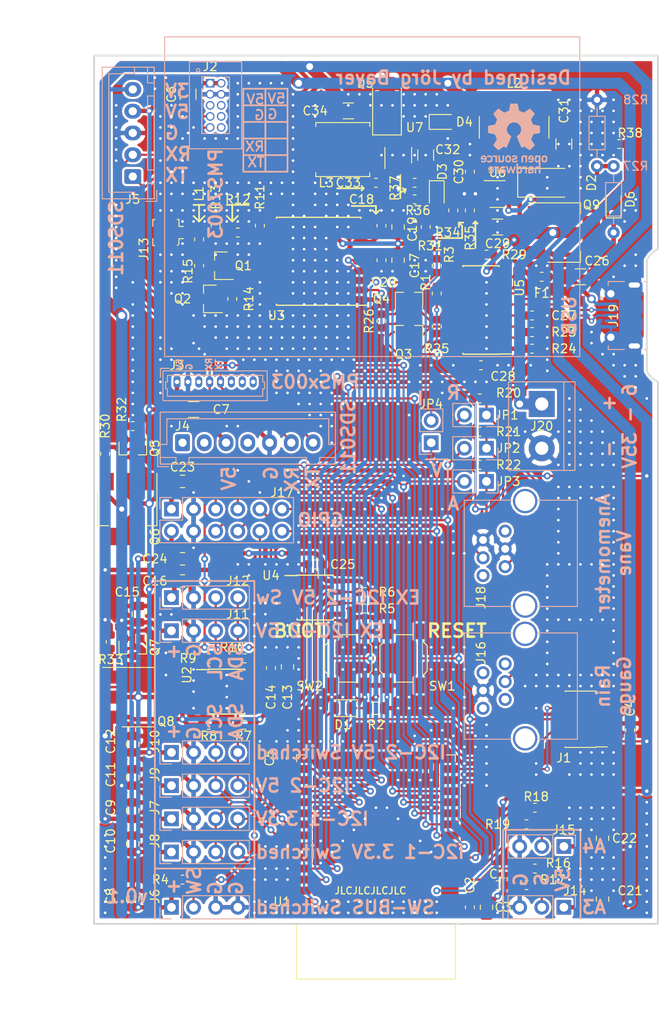
<source format=kicad_pcb>
(kicad_pcb (version 20171130) (host pcbnew "(5.0.2)-1")
  (title_block (title airMon) (date 2020-01-13) (rev 0.1) (company "Jörg Bayer") (comment 1 "CC BY 4.0"))
  (layers (0 F.Cu signal) (31 B.Cu signal) (34 B.Paste user) (35 F.Paste user) (36 B.SilkS user) (37 F.SilkS user) (38 B.Mask user) (39 F.Mask user) (44 Edge.Cuts user))
  (net 0 "")
  (net 1 VSS)
  (net 2 /EN)
  (net 3 VCC)
  (net 4 /Boot)
  (net 5 +5V)
  (net 6 VBUS)
  (net 7 +VDC)
  (net 8 "Net-(D1-Pad1)")
  (net 9 "Net-(D1-Pad2)")
  (net 10 /ESP32/MTMS)
  (net 11 /ESP32/MTCK)
  (net 12 /ESP32/MTDO)
  (net 13 /ESP32/MTDI)
  (net 14 /U1_TX)
  (net 15 /U1_RX)
  (net 16 /SW_BUS)
  (net 17 /SCL_1)
  (net 18 /SDA_1)
  (net 19 /SCL_2)
  (net 20 /SDA_2)
  (net 21 /I2C_2/SCL_Buffer)
  (net 22 /I2C_2/SDA_Buffer)
  (net 23 /GPS/ANT_2)
  (net 24 /A1)
  (net 25 /A2)
  (net 26 "Net-(J18-Pad2)")
  (net 27 "Net-(J19-Pad2)")
  (net 28 /GPIO_1)
  (net 29 /GPIO_2)
  (net 30 /GPIO_3)
  (net 31 /GPIO_4)
  (net 32 "Net-(L1-Pad1)")
  (net 33 "Net-(Q1-Pad3)")
  (net 34 "Net-(Q1-Pad1)")
  (net 35 "Net-(Q2-Pad2)")
  (net 36 "Net-(Q2-Pad3)")
  (net 37 "Net-(Q3-Pad1)")
  (net 38 /USB/RTS)
  (net 39 /USB/DTR)
  (net 40 "Net-(Q4-Pad1)")
  (net 41 /GPS/ANT_1)
  (net 42 /A3)
  (net 43 /A4)
  (net 44 /U2_RX)
  (net 45 /U2_TX)
  (net 46 /GPS_Wake)
  (net 47 5V_Switched)
  (net 48 3.3V_Switched)
  (net 49 "Net-(C32-Pad1)")
  (net 50 /GPIO/GPIO_5)
  (net 51 /GPIO/GPIO_6)
  (net 52 "Net-(Q5-Pad3)")
  (net 53 /POWER)
  (net 54 "Net-(Q7-Pad3)")
  (net 55 "Net-(R34-Pad2)")
  (net 56 /U3_TX)
  (net 57 /U3_RX)
  (net 58 "Net-(JP4-Pad2)")
  (net 59 "Net-(C27-Pad1)")
  (net 60 "Net-(C30-Pad2)")
  (net 61 "Net-(C30-Pad1)")
  (net 62 "Net-(C33-Pad2)")
  (net 63 "Net-(C33-Pad1)")
  (net 64 "Net-(J14-Pad2)")
  (net 65 "Net-(J15-Pad2)")
  (net 66 "Net-(J16-Pad4)")
  (net 67 "Net-(J18-Pad3)")
  (net 68 "Net-(J19-Pad3)")
  (net 69 "Net-(R23-Pad1)")
  (net 70 "Net-(R24-Pad1)")
  (net 71 "Net-(R27-Pad2)")
  (net 72 "Net-(R36-Pad2)")
  (net 73 "Net-(D6-Pad2)")
  (net 74 "Net-(J20-Pad1)")
  (net 75 "Net-(C26-Pad1)")
  (module global:PMS7003 (layer B.Cu) (at 51.0032 35.2552 180)
    (fp_text reference REF** hide)
    (fp_text value PMS7003 hide)
  )
  (module TerminalBlock:TerminalBlock_bornier-2_P5.08mm (layer B.Cu) (at 70.485 59.055 270)
    (fp_text reference J20 (at 2.54 0) (layer F.SilkS))
    (fp_text value Power)
    (pad 2 thru_hole circle (at 5.08 0 270) (size 3 3) (drill 1.52) (layers *.Cu *.Mask) (net 1 VSS))
    (pad 1 thru_hole rect (at 0 0 270) (size 3 3) (drill 1.52) (layers *.Cu *.Mask) (net 74 "Net-(J20-Pad1)"))
  )
  (module global:DS1133-S60 (layer B.Cu) (at 68.58 76.2 270)
    (fp_text reference J18 (at 5.08 5.08 270) (layer F.SilkS))
    (fp_text value Wind)
    (pad 6 thru_hole circle (at -2.55 2.3 270) (size 1.5 1.5) (drill 0.9) (layers *.Cu *.Mask))
    (pad 5 thru_hole circle (at -1.53 4.84 270) (size 1.5 1.5) (drill 0.9) (layers *.Cu *.Mask) (net 1 VSS))
    (pad 4 thru_hole circle (at -0.51 2.3 270) (size 1.5 1.5) (drill 0.9) (layers *.Cu *.Mask) (net 1 VSS))
    (pad 3 thru_hole circle (at 0.51 4.84 270) (size 1.5 1.5) (drill 0.9) (layers *.Cu *.Mask) (net 67 "Net-(J18-Pad3)"))
    (pad 2 thru_hole circle (at 1.53 2.3 270) (size 1.5 1.5) (drill 0.9) (layers *.Cu *.Mask) (net 26 "Net-(J18-Pad2)"))
    (pad "" thru_hole circle (at -6 0 270) (size 2.8 2.8) (drill 2.3) (layers *.Cu *.Mask))
    (pad "" thru_hole circle (at 6 0 270) (size 2.8 2.8) (drill 2.3) (layers *.Cu *.Mask))
    (pad 1 thru_hole circle (at 2.55 4.84 270) (size 1.5 1.5) (drill 0.9) (layers *.Cu *.Mask))
  )
  (module Connector_PinHeader_2.54mm:PinHeader_1x02_P2.54mm_Vertical (layer B.Cu) (at 64.135 60.325 90)
    (fp_text reference JP1 (at 0 2.33 180) (layer F.SilkS))
    (fp_text value Jumper_NO)
    (pad 1 thru_hole rect (at 0 0 90) (size 1.7 1.7) (drill 1) (layers *.Cu *.Mask) (net 66 "Net-(J16-Pad4)"))
    (pad 2 thru_hole oval (at 0 -2.54 90) (size 1.7 1.7) (drill 1) (layers *.Cu *.Mask) (net 28 /GPIO_1))
  )
  (module global:L_Bourns_SRN8040 (layer F.Cu) (at 67.31 27.305 270)
    (fp_text reference L2 (at -5.08 0) (layer F.SilkS))
    (fp_text value 22uH)
    (pad 2 smd rect (at 2.8 0 270) (size 2.6 8.2) (layers F.Cu F.Paste F.Mask) (net 60 "Net-(C30-Pad2)"))
    (pad 1 smd rect (at -2.8 0 270) (size 2.6 8.2) (layers F.Cu F.Paste F.Mask) (net 5 +5V))
  )
  (module Capacitor_SMD:C_0603_1608Metric (layer F.Cu) (at 65.405 114.3)
    (fp_text reference C1 (at 0 -1.27) (layer F.SilkS))
    (fp_text value 100n)
    (pad 2 smd roundrect (at 0.7875 0) (size 0.875 0.95) (layers F.Cu F.Paste F.Mask) (net 1 VSS))
    (pad 1 smd roundrect (at -0.7875 0) (size 0.875 0.95) (layers F.Cu F.Paste F.Mask) (net 2 /EN))
  )
  (module Capacitor_SMD:C_0603_1608Metric (layer F.Cu) (at 62.23 116.84 270)
    (fp_text reference C2 (at -2.54 0 270) (layer F.SilkS))
    (fp_text value 100n)
    (pad 1 smd roundrect (at -0.7875 0 270) (size 0.875 0.95) (layers F.Cu F.Paste F.Mask) (net 3 VCC))
    (pad 2 smd roundrect (at 0.7875 0 270) (size 0.875 0.95) (layers F.Cu F.Paste F.Mask) (net 1 VSS))
  )
  (module Capacitor_SMD:C_0805_2012Metric (layer F.Cu) (at 64.135 116.84 270)
    (fp_text reference C3 (at 0 -1.905) (layer F.SilkS))
    (fp_text value 1u)
    (pad 1 smd roundrect (at -0.9375 0 270) (size 0.975 1.4) (layers F.Cu F.Paste F.Mask) (net 3 VCC))
    (pad 2 smd roundrect (at 0.9375 0 270) (size 0.975 1.4) (layers F.Cu F.Paste F.Mask) (net 1 VSS))
  )
  (module Capacitor_SMD:C_0603_1608Metric (layer F.Cu) (at 80.645 96.52 90)
    (fp_text reference C4 (at 2.54 0 90) (layer F.SilkS))
    (fp_text value 100n)
    (pad 2 smd roundrect (at 0.7875 0 90) (size 0.875 0.95) (layers F.Cu F.Paste F.Mask) (net 1 VSS))
    (pad 1 smd roundrect (at -0.7875 0 90) (size 0.875 0.95) (layers F.Cu F.Paste F.Mask) (net 3 VCC))
  )
  (module Capacitor_SMD:C_0603_1608Metric (layer F.Cu) (at 40.64 99.695 90)
    (fp_text reference C5 (at 0 -1.43 90) (layer F.SilkS))
    (fp_text value 100n)
    (pad 1 smd roundrect (at -0.7875 0 90) (size 0.875 0.95) (layers F.Cu F.Paste F.Mask) (net 4 /Boot))
    (pad 2 smd roundrect (at 0.7875 0 90) (size 0.875 0.95) (layers F.Cu F.Paste F.Mask) (net 1 VSS))
  )
  (module Capacitor_SMD:C_1206_3216Metric (layer F.Cu) (at 29.845 23.495 270)
    (fp_text reference C6 (at 0 1.905 270) (layer F.SilkS))
    (fp_text value 10u)
    (pad 1 smd roundrect (at -1.4 0 270) (size 1.25 1.75) (layers F.Cu F.Paste F.Mask) (roundrect_rratio 0.2) (net 47 5V_Switched))
    (pad 2 smd roundrect (at 1.4 0 270) (size 1.25 1.75) (layers F.Cu F.Paste F.Mask) (roundrect_rratio 0.2) (net 1 VSS))
  )
  (module Capacitor_SMD:C_0805_2012Metric (layer F.Cu) (at 23.495 115.9025 90)
    (fp_text reference C8 (at 0.3325 -2.54 90) (layer F.SilkS))
    (fp_text value 1u)
    (pad 2 smd roundrect (at 0.9375 0 90) (size 0.975 1.4) (layers F.Cu F.Paste F.Mask) (net 1 VSS))
    (pad 1 smd roundrect (at -0.9375 0 90) (size 0.975 1.4) (layers F.Cu F.Paste F.Mask) (net 48 3.3V_Switched))
  )
  (module Capacitor_SMD:C_0805_2012Metric (layer F.Cu) (at 23.495 105.7425 90)
    (fp_text reference C9 (at 0.3325 -2.54 90) (layer F.SilkS))
    (fp_text value 1u)
    (pad 1 smd roundrect (at -0.9375 0 90) (size 0.975 1.4) (layers F.Cu F.Paste F.Mask) (net 3 VCC))
    (pad 2 smd roundrect (at 0.9375 0 90) (size 0.975 1.4) (layers F.Cu F.Paste F.Mask) (net 1 VSS))
  )
  (module Capacitor_SMD:C_0805_2012Metric (layer F.Cu) (at 23.495 109.5525 90)
    (fp_text reference C10 (at 0.3325 -2.54 90) (layer F.SilkS))
    (fp_text value 1u)
    (pad 2 smd roundrect (at 0.9375 0 90) (size 0.975 1.4) (layers F.Cu F.Paste F.Mask) (net 1 VSS))
    (pad 1 smd roundrect (at -0.9375 0 90) (size 0.975 1.4) (layers F.Cu F.Paste F.Mask) (net 48 3.3V_Switched))
  )
  (module Capacitor_SMD:C_0805_2012Metric (layer F.Cu) (at 23.495 101.9325 90)
    (fp_text reference C11 (at 0.3325 -2.54 90) (layer F.SilkS))
    (fp_text value 1u)
    (pad 2 smd roundrect (at 0.9375 0 90) (size 0.975 1.4) (layers F.Cu F.Paste F.Mask) (net 1 VSS))
    (pad 1 smd roundrect (at -0.9375 0 90) (size 0.975 1.4) (layers F.Cu F.Paste F.Mask) (net 5 +5V))
  )
  (module Capacitor_SMD:C_0805_2012Metric (layer F.Cu) (at 23.495 98.1225 90)
    (fp_text reference C12 (at 0.3325 -2.54 90) (layer F.SilkS))
    (fp_text value 1u)
    (pad 2 smd roundrect (at 0.9375 0 90) (size 0.975 1.4) (layers F.Cu F.Paste F.Mask) (net 1 VSS))
    (pad 1 smd roundrect (at -0.9375 0 90) (size 0.975 1.4) (layers F.Cu F.Paste F.Mask) (net 47 5V_Switched))
  )
  (module Capacitor_SMD:C_0805_2012Metric (layer F.Cu) (at 41.275 89.2325 90)
    (fp_text reference C13 (at -3.4775 0 270) (layer F.SilkS))
    (fp_text value 1u)
    (pad 2 smd roundrect (at 0.9375 0 90) (size 0.975 1.4) (layers F.Cu F.Paste F.Mask) (net 1 VSS))
    (pad 1 smd roundrect (at -0.9375 0 90) (size 0.975 1.4) (layers F.Cu F.Paste F.Mask) (net 3 VCC))
  )
  (module Capacitor_SMD:C_0603_1608Metric (layer F.Cu) (at 39.37 89.3825 90)
    (fp_text reference C14 (at -3.3275 0 90) (layer F.SilkS))
    (fp_text value 100n)
    (pad 1 smd roundrect (at -0.7875 0 90) (size 0.875 0.95) (layers F.Cu F.Paste F.Mask) (net 3 VCC))
    (pad 2 smd roundrect (at 0.7875 0 90) (size 0.875 0.95) (layers F.Cu F.Paste F.Mask) (net 1 VSS))
  )
  (module Capacitor_SMD:C_0805_2012Metric (layer F.Cu) (at 24.13 83.185 90)
    (fp_text reference C15 (at 2.54 -1.27 180) (layer F.SilkS))
    (fp_text value 1u)
    (pad 1 smd roundrect (at -0.9375 0 90) (size 0.975 1.4) (layers F.Cu F.Paste F.Mask) (net 5 +5V))
    (pad 2 smd roundrect (at 0.9375 0 90) (size 0.975 1.4) (layers F.Cu F.Paste F.Mask) (net 1 VSS))
  )
  (module Capacitor_SMD:C_0805_2012Metric (layer F.Cu) (at 29.21 79.375)
    (fp_text reference C16 (at -3.175 0 180) (layer F.SilkS))
    (fp_text value 1u)
    (pad 1 smd roundrect (at -0.9375 0) (size 0.975 1.4) (layers F.Cu F.Paste F.Mask) (net 47 5V_Switched))
    (pad 2 smd roundrect (at 0.9375 0) (size 0.975 1.4) (layers F.Cu F.Paste F.Mask) (net 1 VSS))
  )
  (module Capacitor_SMD:C_0805_2012Metric (layer F.Cu) (at 53.975 42.545 270)
    (fp_text reference C17 (at 0.635 -1.905 90) (layer F.SilkS))
    (fp_text value 1u)
    (pad 1 smd roundrect (at -0.9375 0 270) (size 0.975 1.4) (layers F.Cu F.Paste F.Mask) (net 3 VCC))
    (pad 2 smd roundrect (at 0.9375 0 270) (size 0.975 1.4) (layers F.Cu F.Paste F.Mask) (net 1 VSS))
  )
  (module Capacitor_SMD:C_0603_1608Metric (layer F.Cu) (at 52.07 38.5825 90)
    (fp_text reference C18 (at 3.0225 -2.286 180) (layer F.SilkS))
    (fp_text value 100n)
    (pad 2 smd roundrect (at 0.7875 0 90) (size 0.875 0.95) (layers F.Cu F.Paste F.Mask) (net 1 VSS))
    (pad 1 smd roundrect (at -0.7875 0 90) (size 0.875 0.95) (layers F.Cu F.Paste F.Mask) (net 3 VCC))
  )
  (module Capacitor_SMD:C_0805_2012Metric (layer F.Cu) (at 53.975 38.735 90)
    (fp_text reference C19 (at -0.254 1.651 270) (layer F.SilkS))
    (fp_text value 1u)
    (pad 1 smd roundrect (at -0.9375 0 90) (size 0.975 1.4) (layers F.Cu F.Paste F.Mask) (net 3 VCC))
    (pad 2 smd roundrect (at 0.9375 0 90) (size 0.975 1.4) (layers F.Cu F.Paste F.Mask) (net 1 VSS))
  )
  (module Capacitor_SMD:C_0603_1608Metric (layer F.Cu) (at 52.07 42.545 270)
    (fp_text reference C20 (at 2.54 -0.254) (layer F.SilkS))
    (fp_text value 100n)
    (pad 1 smd roundrect (at -0.7875 0 270) (size 0.875 0.95) (layers F.Cu F.Paste F.Mask) (net 3 VCC))
    (pad 2 smd roundrect (at 0.7875 0 270) (size 0.875 0.95) (layers F.Cu F.Paste F.Mask) (net 1 VSS))
  )
  (module Capacitor_SMD:C_0805_2012Metric (layer F.Cu) (at 77.47 115.9025 90)
    (fp_text reference C21 (at 0.9675 3.175 180) (layer F.SilkS))
    (fp_text value 1u)
    (pad 2 smd roundrect (at 0.9375 0 90) (size 0.975 1.4) (layers F.Cu F.Paste F.Mask) (net 1 VSS))
    (pad 1 smd roundrect (at -0.9375 0 90) (size 0.975 1.4) (layers F.Cu F.Paste F.Mask) (net 5 +5V))
  )
  (module Capacitor_SMD:C_0805_2012Metric (layer F.Cu) (at 77.47 108.9175 90)
    (fp_text reference C22 (at 0 2.54 180) (layer F.SilkS))
    (fp_text value 1u)
    (pad 1 smd roundrect (at -0.9375 0 90) (size 0.975 1.4) (layers F.Cu F.Paste F.Mask) (net 5 +5V))
    (pad 2 smd roundrect (at 0.9375 0 90) (size 0.975 1.4) (layers F.Cu F.Paste F.Mask) (net 1 VSS))
  )
  (module Capacitor_SMD:C_0805_2012Metric (layer F.Cu) (at 29.21 67.945)
    (fp_text reference C23 (at 0 -1.65) (layer F.SilkS))
    (fp_text value 1u)
    (pad 2 smd roundrect (at 0.9375 0) (size 0.975 1.4) (layers F.Cu F.Paste F.Mask) (net 1 VSS))
    (pad 1 smd roundrect (at -0.9375 0) (size 0.975 1.4) (layers F.Cu F.Paste F.Mask) (net 47 5V_Switched))
  )
  (module Capacitor_SMD:C_0805_2012Metric (layer F.Cu) (at 29.21 76.835)
    (fp_text reference C24 (at -3.175 0) (layer F.SilkS))
    (fp_text value 1u)
    (pad 1 smd roundrect (at -0.9375 0) (size 0.975 1.4) (layers F.Cu F.Paste F.Mask) (net 48 3.3V_Switched))
    (pad 2 smd roundrect (at 0.9375 0) (size 0.975 1.4) (layers F.Cu F.Paste F.Mask) (net 1 VSS))
  )
  (module Capacitor_SMD:C_0603_1608Metric (layer F.Cu) (at 44.45 77.47 180)
    (fp_text reference C25 (at -3.175 0 180) (layer F.SilkS))
    (fp_text value 100n)
    (pad 2 smd roundrect (at 0.7875 0 180) (size 0.875 0.95) (layers F.Cu F.Paste F.Mask) (net 1 VSS))
    (pad 1 smd roundrect (at -0.7875 0 180) (size 0.875 0.95) (layers F.Cu F.Paste F.Mask) (net 3 VCC))
  )
  (module Capacitor_SMD:C_1206_3216Metric (layer F.Cu) (at 74.93 44.45)
    (fp_text reference C26 (at 1.905 -1.82) (layer F.SilkS))
    (fp_text value 10u)
    (pad 1 smd roundrect (at -1.4 0) (size 1.25 1.75) (layers F.Cu F.Paste F.Mask) (roundrect_rratio 0.2) (net 75 "Net-(C26-Pad1)"))
    (pad 2 smd roundrect (at 1.4 0) (size 1.25 1.75) (layers F.Cu F.Paste F.Mask) (roundrect_rratio 0.2) (net 1 VSS))
  )
  (module Capacitor_SMD:C_0603_1608Metric (layer F.Cu) (at 69.3675 48.895)
    (fp_text reference C27 (at 3.6575 0) (layer F.SilkS))
    (fp_text value 100n)
    (pad 1 smd roundrect (at -0.7875 0) (size 0.875 0.95) (layers F.Cu F.Paste F.Mask) (net 59 "Net-(C27-Pad1)"))
    (pad 2 smd roundrect (at 0.7875 0) (size 0.875 0.95) (layers F.Cu F.Paste F.Mask) (net 1 VSS))
  )
  (module Capacitor_SMD:C_1206_3216Metric (layer F.Cu) (at 65.405 38.735 180)
    (fp_text reference C29 (at 0 -1.905 180) (layer F.SilkS))
    (fp_text value 10u)
    (pad 1 smd roundrect (at -1.4 0 180) (size 1.25 1.75) (layers F.Cu F.Paste F.Mask) (roundrect_rratio 0.2) (net 7 +VDC))
    (pad 2 smd roundrect (at 1.4 0 180) (size 1.25 1.75) (layers F.Cu F.Paste F.Mask) (roundrect_rratio 0.2) (net 1 VSS))
  )
  (module Capacitor_SMD:C_0603_1608Metric (layer F.Cu) (at 62.23 32.385 90)
    (fp_text reference C30 (at 0 -1.27 90) (layer F.SilkS))
    (fp_text value 100n)
    (pad 2 smd roundrect (at 0.7875 0 90) (size 0.875 0.95) (layers F.Cu F.Paste F.Mask) (net 60 "Net-(C30-Pad2)"))
    (pad 1 smd roundrect (at -0.7875 0 90) (size 0.875 0.95) (layers F.Cu F.Paste F.Mask) (net 61 "Net-(C30-Pad1)"))
  )
  (module Capacitor_SMD:C_1206_3216Metric (layer F.Cu) (at 73.025 29.21 270)
    (fp_text reference C31 (at -3.81 0 270) (layer F.SilkS))
    (fp_text value 10u)
    (pad 2 smd roundrect (at 1.4 0 270) (size 1.25 1.75) (layers F.Cu F.Paste F.Mask) (roundrect_rratio 0.2) (net 1 VSS))
    (pad 1 smd roundrect (at -1.4 0 270) (size 1.25 1.75) (layers F.Cu F.Paste F.Mask) (roundrect_rratio 0.2) (net 5 +5V))
  )
  (module Capacitor_SMD:C_1206_3216Metric (layer F.Cu) (at 57.15 30.48 270)
    (fp_text reference C32 (at -0.635 -2.54) (layer F.SilkS))
    (fp_text value 10u)
    (pad 2 smd roundrect (at 1.4 0 270) (size 1.25 1.75) (layers F.Cu F.Paste F.Mask) (roundrect_rratio 0.2) (net 1 VSS))
    (pad 1 smd roundrect (at -1.4 0 270) (size 1.25 1.75) (layers F.Cu F.Paste F.Mask) (roundrect_rratio 0.2) (net 49 "Net-(C32-Pad1)"))
  )
  (module Capacitor_SMD:C_0603_1608Metric (layer F.Cu) (at 51.435 33.655 180)
    (fp_text reference C33 (at 3.175 0 180) (layer F.SilkS))
    (fp_text value 100n)
    (pad 2 smd roundrect (at 0.7875 0 180) (size 0.875 0.95) (layers F.Cu F.Paste F.Mask) (net 62 "Net-(C33-Pad2)"))
    (pad 1 smd roundrect (at -0.7875 0 180) (size 0.875 0.95) (layers F.Cu F.Paste F.Mask) (net 63 "Net-(C33-Pad1)"))
  )
  (module Capacitor_SMD:C_1206_3216Metric (layer F.Cu) (at 48.26 25.4)
    (fp_text reference C34 (at -3.81 0) (layer F.SilkS))
    (fp_text value 10u)
    (pad 1 smd roundrect (at -1.4 0) (size 1.25 1.75) (layers F.Cu F.Paste F.Mask) (roundrect_rratio 0.2) (net 3 VCC))
    (pad 2 smd roundrect (at 1.4 0) (size 1.25 1.75) (layers F.Cu F.Paste F.Mask) (roundrect_rratio 0.2) (net 1 VSS))
  )
  (module Diode_SMD:D_0805_2012Metric (layer F.Cu) (at 47.625 93.98 180)
    (fp_text reference D1 (at 0 -1.905 180) (layer F.SilkS))
    (fp_text value GREEN)
    (pad 1 smd roundrect (at -0.9375 0 180) (size 0.975 1.4) (layers F.Cu F.Paste F.Mask) (net 8 "Net-(D1-Pad1)"))
    (pad 2 smd roundrect (at 0.9375 0 180) (size 0.975 1.4) (layers F.Cu F.Paste F.Mask) (net 9 "Net-(D1-Pad2)"))
  )
  (module Diode_SMD:D_SMA (layer F.Cu) (at 71.12 33.655)
    (fp_text reference D2 (at 5.08 0 90) (layer F.SilkS))
    (fp_text value SK36A-LTP)
    (pad 1 smd rect (at -2 0) (size 2.5 1.8) (layers F.Cu F.Paste F.Mask) (net 60 "Net-(C30-Pad2)"))
    (pad 2 smd rect (at 2 0) (size 2.5 1.8) (layers F.Cu F.Paste F.Mask) (net 1 VSS))
  )
  (module Diode_SMD:D_SOD-323 (layer F.Cu) (at 58.42 34.925 270)
    (fp_text reference D3 (at -2.54 -0.635 270) (layer F.SilkS))
    (fp_text value BAT760-7)
    (pad 1 smd rect (at -1.05 0 270) (size 0.6 0.45) (layers F.Cu F.Paste F.Mask) (net 49 "Net-(C32-Pad1)"))
    (pad 2 smd rect (at 1.05 0 270) (size 0.6 0.45) (layers F.Cu F.Paste F.Mask) (net 6 VBUS))
  )
  (module Diode_SMD:D_SOD-323 (layer F.Cu) (at 59.055 26.67)
    (fp_text reference D4 (at 2.54 0) (layer F.SilkS))
    (fp_text value BAT760-7)
    (pad 2 smd rect (at 1.05 0) (size 0.6 0.45) (layers F.Cu F.Paste F.Mask) (net 5 +5V))
    (pad 1 smd rect (at -1.05 0) (size 0.6 0.45) (layers F.Cu F.Paste F.Mask) (net 49 "Net-(C32-Pad1)"))
  )
  (module Diode_SMD:D_SMA (layer F.Cu) (at 52.705 24.765 90)
    (fp_text reference D5 (at 2.54 -2.5 180) (layer F.SilkS))
    (fp_text value SK36A-LTP)
    (pad 2 smd rect (at 2 0 90) (size 2.5 1.8) (layers F.Cu F.Paste F.Mask) (net 1 VSS))
    (pad 1 smd rect (at -2 0 90) (size 2.5 1.8) (layers F.Cu F.Paste F.Mask) (net 62 "Net-(C33-Pad2)"))
  )
  (module Connector_PinHeader_1.27mm:PinHeader_2x05_P1.27mm_Vertical_SMD (layer F.Cu) (at 74.93 95.25 180)
    (fp_text reference J1 (at 1.905 -4.445 180) (layer F.SilkS))
    (fp_text value JTAG)
    (pad 1 smd rect (at -1.95 -2.54 180) (size 2.4 0.74) (layers F.Cu F.Paste F.Mask) (net 3 VCC))
    (pad 2 smd rect (at 1.95 -2.54 180) (size 2.4 0.74) (layers F.Cu F.Paste F.Mask) (net 10 /ESP32/MTMS))
    (pad 3 smd rect (at -1.95 -1.27 180) (size 2.4 0.74) (layers F.Cu F.Paste F.Mask) (net 1 VSS))
    (pad 4 smd rect (at 1.95 -1.27 180) (size 2.4 0.74) (layers F.Cu F.Paste F.Mask) (net 11 /ESP32/MTCK))
    (pad 5 smd rect (at -1.95 0 180) (size 2.4 0.74) (layers F.Cu F.Paste F.Mask) (net 1 VSS))
    (pad 6 smd rect (at 1.95 0 180) (size 2.4 0.74) (layers F.Cu F.Paste F.Mask) (net 12 /ESP32/MTDO))
    (pad 7 smd rect (at -1.95 1.27 180) (size 2.4 0.74) (layers F.Cu F.Paste F.Mask) (net 1 VSS))
    (pad 8 smd rect (at 1.95 1.27 180) (size 2.4 0.74) (layers F.Cu F.Paste F.Mask) (net 13 /ESP32/MTDI))
    (pad 9 smd rect (at -1.95 2.54 180) (size 2.4 0.74) (layers F.Cu F.Paste F.Mask) (net 1 VSS))
    (pad 10 smd rect (at 1.95 2.54 180) (size 2.4 0.74) (layers F.Cu F.Paste F.Mask) (net 2 /EN))
  )
  (module Connector_PinSocket_1.27mm:PinSocket_2x05_P1.27mm_Vertical (layer B.Cu) (at 32.385 22.225 180)
    (fp_text reference J2 (at 0 1.905) (layer F.SilkS))
    (fp_text value PMS7003)
    (pad 1 thru_hole rect (at 0 0 180) (size 1 1) (drill 0.7) (layers *.Cu *.Mask) (net 47 5V_Switched))
    (pad 2 thru_hole oval (at -1.27 0 180) (size 1 1) (drill 0.7) (layers *.Cu *.Mask) (net 47 5V_Switched))
    (pad 3 thru_hole oval (at 0 -1.27 180) (size 1 1) (drill 0.7) (layers *.Cu *.Mask) (net 1 VSS))
    (pad 4 thru_hole oval (at -1.27 -1.27 180) (size 1 1) (drill 0.7) (layers *.Cu *.Mask) (net 1 VSS))
    (pad 5 thru_hole oval (at 0 -2.54 180) (size 1 1) (drill 0.7) (layers *.Cu *.Mask))
    (pad 6 thru_hole oval (at -1.27 -2.54 180) (size 1 1) (drill 0.7) (layers *.Cu *.Mask))
    (pad 7 thru_hole oval (at 0 -3.81 180) (size 1 1) (drill 0.7) (layers *.Cu *.Mask) (net 14 /U1_TX))
    (pad 8 thru_hole oval (at -1.27 -3.81 180) (size 1 1) (drill 0.7) (layers *.Cu *.Mask))
    (pad 9 thru_hole oval (at 0 -5.08 180) (size 1 1) (drill 0.7) (layers *.Cu *.Mask) (net 15 /U1_RX))
    (pad 10 thru_hole oval (at -1.27 -5.08 180) (size 1 1) (drill 0.7) (layers *.Cu *.Mask))
  )
  (module Connector_Molex:Molex_PicoBlade_53047-0810_1x08_P1.25mm_Vertical (layer B.Cu) (at 28.575 56.515)
    (fp_text reference J3 (at 0 -1.905) (layer F.SilkS))
    (fp_text value PMSx003)
    (pad 1 thru_hole roundrect (at 0 0) (size 0.8 1.3) (drill 0.5) (layers *.Cu *.Mask) (net 47 5V_Switched))
    (pad 2 thru_hole oval (at 1.25 0) (size 0.8 1.3) (drill 0.5) (layers *.Cu *.Mask) (net 1 VSS))
    (pad 3 thru_hole oval (at 2.5 0) (size 0.8 1.3) (drill 0.5) (layers *.Cu *.Mask))
    (pad 4 thru_hole oval (at 3.75 0) (size 0.8 1.3) (drill 0.5) (layers *.Cu *.Mask) (net 14 /U1_TX))
    (pad 5 thru_hole oval (at 5 0) (size 0.8 1.3) (drill 0.5) (layers *.Cu *.Mask) (net 15 /U1_RX))
    (pad 6 thru_hole oval (at 6.25 0) (size 0.8 1.3) (drill 0.5) (layers *.Cu *.Mask))
    (pad 7 thru_hole oval (at 7.5 0) (size 0.8 1.3) (drill 0.5) (layers *.Cu *.Mask))
    (pad 8 thru_hole oval (at 8.75 0) (size 0.8 1.3) (drill 0.5) (layers *.Cu *.Mask))
  )
  (module Connector_JST:JST_XH_B07B-XH-A_1x07_P2.50mm_Vertical (layer B.Cu) (at 29.21 63.5)
    (fp_text reference J4 (at 0 -1.905) (layer F.SilkS))
    (fp_text value SDS011)
    (pad 1 thru_hole roundrect (at 0 0) (size 1.7 1.95) (drill 0.95) (layers *.Cu *.Mask) (roundrect_rratio 0.147059))
    (pad 2 thru_hole oval (at 2.5 0) (size 1.7 1.95) (drill 0.95) (layers *.Cu *.Mask))
    (pad 3 thru_hole oval (at 5 0) (size 1.7 1.95) (drill 0.95) (layers *.Cu *.Mask) (net 47 5V_Switched))
    (pad 4 thru_hole oval (at 7.5 0) (size 1.7 1.95) (drill 0.95) (layers *.Cu *.Mask))
    (pad 5 thru_hole oval (at 10 0) (size 1.7 1.95) (drill 0.95) (layers *.Cu *.Mask) (net 1 VSS))
    (pad 6 thru_hole oval (at 12.5 0) (size 1.7 1.95) (drill 0.95) (layers *.Cu *.Mask) (net 14 /U1_TX))
    (pad 7 thru_hole oval (at 15 0) (size 1.7 1.95) (drill 0.95) (layers *.Cu *.Mask) (net 15 /U1_RX))
  )
  (module Connector_PinSocket_2.54mm:PinSocket_1x04_P2.54mm_Vertical (layer B.Cu) (at 27.94 116.84 270)
    (fp_text reference J6 (at -1.27 1.905 270) (layer F.SilkS))
    (fp_text value SW)
    (pad 1 thru_hole rect (at 0 0 270) (size 1.7 1.7) (drill 1) (layers *.Cu *.Mask) (net 48 3.3V_Switched))
    (pad 2 thru_hole oval (at 0 -2.54 270) (size 1.7 1.7) (drill 1) (layers *.Cu *.Mask) (net 16 /SW_BUS))
    (pad 3 thru_hole oval (at 0 -5.08 270) (size 1.7 1.7) (drill 1) (layers *.Cu *.Mask) (net 1 VSS))
    (pad 4 thru_hole oval (at 0 -7.62 270) (size 1.7 1.7) (drill 1) (layers *.Cu *.Mask) (net 1 VSS))
  )
  (module Connector_PinSocket_2.54mm:PinSocket_1x04_P2.54mm_Vertical (layer B.Cu) (at 27.94 106.68 270)
    (fp_text reference J7 (at -1.27 1.905 270) (layer F.SilkS))
    (fp_text value I2C_1_1)
    (pad 4 thru_hole oval (at 0 -7.62 270) (size 1.7 1.7) (drill 1) (layers *.Cu *.Mask) (net 18 /SDA_1))
    (pad 3 thru_hole oval (at 0 -5.08 270) (size 1.7 1.7) (drill 1) (layers *.Cu *.Mask) (net 17 /SCL_1))
    (pad 2 thru_hole oval (at 0 -2.54 270) (size 1.7 1.7) (drill 1) (layers *.Cu *.Mask) (net 1 VSS))
    (pad 1 thru_hole rect (at 0 0 270) (size 1.7 1.7) (drill 1) (layers *.Cu *.Mask) (net 3 VCC))
  )
  (module Connector_PinSocket_2.54mm:PinSocket_1x04_P2.54mm_Vertical (layer B.Cu) (at 27.94 110.49 270)
    (fp_text reference J8 (at -1.27 1.905 270) (layer F.SilkS))
    (fp_text value I2C_1_2)
    (pad 1 thru_hole rect (at 0 0 270) (size 1.7 1.7) (drill 1) (layers *.Cu *.Mask) (net 48 3.3V_Switched))
    (pad 2 thru_hole oval (at 0 -2.54 270) (size 1.7 1.7) (drill 1) (layers *.Cu *.Mask) (net 1 VSS))
    (pad 3 thru_hole oval (at 0 -5.08 270) (size 1.7 1.7) (drill 1) (layers *.Cu *.Mask) (net 17 /SCL_1))
    (pad 4 thru_hole oval (at 0 -7.62 270) (size 1.7 1.7) (drill 1) (layers *.Cu *.Mask) (net 18 /SDA_1))
  )
  (module Connector_PinSocket_2.54mm:PinSocket_1x04_P2.54mm_Vertical (layer B.Cu) (at 27.94 102.87 270)
    (fp_text reference J9 (at -1.27 1.905 270) (layer F.SilkS))
    (fp_text value I2C_2_1)
    (pad 4 thru_hole oval (at 0 -7.62 270) (size 1.7 1.7) (drill 1) (layers *.Cu *.Mask) (net 20 /SDA_2))
    (pad 3 thru_hole oval (at 0 -5.08 270) (size 1.7 1.7) (drill 1) (layers *.Cu *.Mask) (net 19 /SCL_2))
    (pad 2 thru_hole oval (at 0 -2.54 270) (size 1.7 1.7) (drill 1) (layers *.Cu *.Mask) (net 1 VSS))
    (pad 1 thru_hole rect (at 0 0 270) (size 1.7 1.7) (drill 1) (layers *.Cu *.Mask) (net 5 +5V))
  )
  (module Connector_PinSocket_2.54mm:PinSocket_1x04_P2.54mm_Vertical (layer B.Cu) (at 27.94 99.06 270)
    (fp_text reference J10 (at -1.27 1.905 270) (layer F.SilkS))
    (fp_text value I2C_2_2)
    (pad 1 thru_hole rect (at 0 0 270) (size 1.7 1.7) (drill 1) (layers *.Cu *.Mask) (net 47 5V_Switched))
    (pad 2 thru_hole oval (at 0 -2.54 270) (size 1.7 1.7) (drill 1) (layers *.Cu *.Mask) (net 1 VSS))
    (pad 3 thru_hole oval (at 0 -5.08 270) (size 1.7 1.7) (drill 1) (layers *.Cu *.Mask) (net 19 /SCL_2))
    (pad 4 thru_hole oval (at 0 -7.62 270) (size 1.7 1.7) (drill 1) (layers *.Cu *.Mask) (net 20 /SDA_2))
  )
  (module Connector_PinSocket_2.54mm:PinSocket_1x04_P2.54mm_Vertical (layer B.Cu) (at 27.94 85.09 270)
    (fp_text reference J11 (at -1.905 -7.62) (layer F.SilkS))
    (fp_text value I2C_2_3_Buffer)
    (pad 4 thru_hole oval (at 0 -7.62 270) (size 1.7 1.7) (drill 1) (layers *.Cu *.Mask) (net 22 /I2C_2/SDA_Buffer))
    (pad 3 thru_hole oval (at 0 -5.08 270) (size 1.7 1.7) (drill 1) (layers *.Cu *.Mask) (net 21 /I2C_2/SCL_Buffer))
    (pad 2 thru_hole oval (at 0 -2.54 270) (size 1.7 1.7) (drill 1) (layers *.Cu *.Mask) (net 1 VSS))
    (pad 1 thru_hole rect (at 0 0 270) (size 1.7 1.7) (drill 1) (layers *.Cu *.Mask) (net 5 +5V))
  )
  (module Connector_PinSocket_2.54mm:PinSocket_1x04_P2.54mm_Vertical (layer B.Cu) (at 27.94 81.28 270)
    (fp_text reference J12 (at -1.905 -7.62) (layer F.SilkS))
    (fp_text value I2C_2_4_Buffer)
    (pad 1 thru_hole rect (at 0 0 270) (size 1.7 1.7) (drill 1) (layers *.Cu *.Mask) (net 47 5V_Switched))
    (pad 2 thru_hole oval (at 0 -2.54 270) (size 1.7 1.7) (drill 1) (layers *.Cu *.Mask) (net 1 VSS))
    (pad 3 thru_hole oval (at 0 -5.08 270) (size 1.7 1.7) (drill 1) (layers *.Cu *.Mask) (net 21 /I2C_2/SCL_Buffer))
    (pad 4 thru_hole oval (at 0 -7.62 270) (size 1.7 1.7) (drill 1) (layers *.Cu *.Mask) (net 22 /I2C_2/SDA_Buffer))
  )
  (module Connector_Coaxial:U.FL_Molex_MCRF_73412-0110_Vertical (layer F.Cu) (at 27.305 39.37 90)
    (fp_text reference J13 (at -1.905 -2.54 90) (layer F.SilkS))
    (fp_text value GPS)
    (pad 2 smd rect (at -1.475 0 90) (size 1.05 2.2) (layers F.Cu F.Paste F.Mask) (net 1 VSS))
    (pad 2 smd rect (at 1.475 0 90) (size 1.05 2.2) (layers F.Cu F.Paste F.Mask) (net 1 VSS))
    (pad 2 smd rect (at 0 -1.5 90) (size 1 1) (layers F.Cu F.Paste F.Mask) (net 1 VSS))
    (pad 1 smd rect (at 0 1.5 90) (size 1 1) (layers F.Cu F.Paste F.Mask) (net 23 /GPS/ANT_2))
  )
  (module Connector_PinSocket_2.54mm:PinSocket_1x03_P2.54mm_Vertical (layer B.Cu) (at 73.025 116.84 90)
    (fp_text reference J14 (at 1.905 1.27 180) (layer F.SilkS))
    (fp_text value A3)
    (pad 1 thru_hole rect (at 0 0 90) (size 1.7 1.7) (drill 1) (layers *.Cu *.Mask) (net 5 +5V))
    (pad 2 thru_hole oval (at 0 -2.54 90) (size 1.7 1.7) (drill 1) (layers *.Cu *.Mask) (net 64 "Net-(J14-Pad2)"))
    (pad 3 thru_hole oval (at 0 -5.08 90) (size 1.7 1.7) (drill 1) (layers *.Cu *.Mask) (net 1 VSS))
  )
  (module Connector_PinSocket_2.54mm:PinSocket_1x03_P2.54mm_Vertical (layer B.Cu) (at 73.025 109.855 90)
    (fp_text reference J15 (at 1.905 0 180) (layer F.SilkS))
    (fp_text value A4)
    (pad 3 thru_hole oval (at 0 -5.08 90) (size 1.7 1.7) (drill 1) (layers *.Cu *.Mask) (net 1 VSS))
    (pad 2 thru_hole oval (at 0 -2.54 90) (size 1.7 1.7) (drill 1) (layers *.Cu *.Mask) (net 65 "Net-(J15-Pad2)"))
    (pad 1 thru_hole rect (at 0 0 90) (size 1.7 1.7) (drill 1) (layers *.Cu *.Mask) (net 5 +5V))
  )
  (module global:DS1133-S60 (layer B.Cu) (at 68.58 91.44 270)
    (fp_text reference J16 (at -3.81 5.08 270) (layer F.SilkS))
    (fp_text value Rain)
    (pad 1 thru_hole circle (at 2.55 4.84 270) (size 1.5 1.5) (drill 0.9) (layers *.Cu *.Mask))
    (pad "" thru_hole circle (at 6 0 270) (size 2.8 2.8) (drill 2.3) (layers *.Cu *.Mask))
    (pad "" thru_hole circle (at -6 0 270) (size 2.8 2.8) (drill 2.3) (layers *.Cu *.Mask))
    (pad 2 thru_hole circle (at 1.53 2.3 270) (size 1.5 1.5) (drill 0.9) (layers *.Cu *.Mask))
    (pad 3 thru_hole circle (at 0.51 4.84 270) (size 1.5 1.5) (drill 0.9) (layers *.Cu *.Mask) (net 1 VSS))
    (pad 4 thru_hole circle (at -0.51 2.3 270) (size 1.5 1.5) (drill 0.9) (layers *.Cu *.Mask) (net 66 "Net-(J16-Pad4)"))
    (pad 5 thru_hole circle (at -1.53 4.84 270) (size 1.5 1.5) (drill 0.9) (layers *.Cu *.Mask))
    (pad 6 thru_hole circle (at -2.55 2.3 270) (size 1.5 1.5) (drill 0.9) (layers *.Cu *.Mask))
  )
  (module Connector_PinHeader_2.54mm:PinHeader_1x02_P2.54mm_Vertical (layer B.Cu) (at 64.135 64.135 90)
    (fp_text reference JP2 (at 0 2.54 180) (layer F.SilkS))
    (fp_text value Jumper_NO)
    (pad 1 thru_hole rect (at 0 0 90) (size 1.7 1.7) (drill 1) (layers *.Cu *.Mask) (net 26 "Net-(J18-Pad2)"))
    (pad 2 thru_hole oval (at 0 -2.54 90) (size 1.7 1.7) (drill 1) (layers *.Cu *.Mask) (net 24 /A1))
  )
  (module Connector_PinHeader_2.54mm:PinHeader_1x02_P2.54mm_Vertical (layer B.Cu) (at 64.135 67.945 90)
    (fp_text reference JP3 (at 0 2.54 180) (layer F.SilkS))
    (fp_text value Jumper_NO)
    (pad 2 thru_hole oval (at 0 -2.54 90) (size 1.7 1.7) (drill 1) (layers *.Cu *.Mask) (net 29 /GPIO_2))
    (pad 1 thru_hole rect (at 0 0 90) (size 1.7 1.7) (drill 1) (layers *.Cu *.Mask) (net 67 "Net-(J18-Pad3)"))
  )
  (module Inductor_SMD:L_0603_1608Metric (layer F.Cu) (at 31.115 40.1575 90)
    (fp_text reference L1 (at 5.2325 0 90) (layer F.SilkS))
    (fp_text value 47n)
    (pad 1 smd roundrect (at -0.7875 0 90) (size 0.875 0.95) (layers F.Cu F.Paste F.Mask) (net 32 "Net-(L1-Pad1)"))
    (pad 2 smd roundrect (at 0.7875 0 90) (size 0.875 0.95) (layers F.Cu F.Paste F.Mask) (net 23 /GPS/ANT_2))
  )
  (module Inductor_SMD:L_Bourns_SRN6045TA (layer F.Cu) (at 47.625 29.845)
    (fp_text reference L3 (at -1.905 3.81) (layer F.SilkS))
    (fp_text value 15uH)
    (pad 1 smd rect (at -2.075 0) (size 2.35 5.1) (layers F.Cu F.Paste F.Mask) (net 3 VCC))
    (pad 2 smd rect (at 2.075 0) (size 2.35 5.1) (layers F.Cu F.Paste F.Mask) (net 62 "Net-(C33-Pad2)"))
  )
  (module Package_TO_SOT_SMD:SOT-23 (layer F.Cu) (at 33.655 43.18 180)
    (fp_text reference Q1 (at -2.54 0 180) (layer F.SilkS))
    (fp_text value 2N7002)
    (pad 3 smd rect (at 1 0 180) (size 0.9 0.8) (layers F.Cu F.Paste F.Mask) (net 33 "Net-(Q1-Pad3)"))
    (pad 2 smd rect (at -1 0.95 180) (size 0.9 0.8) (layers F.Cu F.Paste F.Mask) (net 1 VSS))
    (pad 1 smd rect (at -1 -0.95 180) (size 0.9 0.8) (layers F.Cu F.Paste F.Mask) (net 34 "Net-(Q1-Pad1)"))
  )
  (module Package_TO_SOT_SMD:SOT-23 (layer F.Cu) (at 32.385 46.99 180)
    (fp_text reference Q2 (at 3.175 0 180) (layer F.SilkS))
    (fp_text value AO3401A)
    (pad 1 smd rect (at -1 -0.95 180) (size 0.9 0.8) (layers F.Cu F.Paste F.Mask) (net 33 "Net-(Q1-Pad3)"))
    (pad 2 smd rect (at -1 0.95 180) (size 0.9 0.8) (layers F.Cu F.Paste F.Mask) (net 35 "Net-(Q2-Pad2)"))
    (pad 3 smd rect (at 1 0 180) (size 0.9 0.8) (layers F.Cu F.Paste F.Mask) (net 36 "Net-(Q2-Pad3)"))
  )
  (module Package_TO_SOT_SMD:SOT-23 (layer F.Cu) (at 55.245 50.8 90)
    (fp_text reference Q3 (at -2.54 -0.635 180) (layer F.SilkS))
    (fp_text value SS8050)
    (pad 1 smd rect (at -1 -0.95 90) (size 0.9 0.8) (layers F.Cu F.Paste F.Mask) (net 37 "Net-(Q3-Pad1)"))
    (pad 2 smd rect (at -1 0.95 90) (size 0.9 0.8) (layers F.Cu F.Paste F.Mask) (net 38 /USB/RTS))
    (pad 3 smd rect (at 1 0 90) (size 0.9 0.8) (layers F.Cu F.Paste F.Mask) (net 2 /EN))
  )
  (module Package_TO_SOT_SMD:SOT-23 (layer F.Cu) (at 55.245 46.99 90)
    (fp_text reference Q4 (at 0 -3.175 180) (layer F.SilkS))
    (fp_text value SS8050)
    (pad 3 smd rect (at 1 0 90) (size 0.9 0.8) (layers F.Cu F.Paste F.Mask) (net 4 /Boot))
    (pad 2 smd rect (at -1 0.95 90) (size 0.9 0.8) (layers F.Cu F.Paste F.Mask) (net 39 /USB/DTR))
    (pad 1 smd rect (at -1 -0.95 90) (size 0.9 0.8) (layers F.Cu F.Paste F.Mask) (net 40 "Net-(Q4-Pad1)"))
  )
  (module Package_TO_SOT_SMD:SOT-23 (layer F.Cu) (at 23.495 64.135 270)
    (fp_text reference Q5 (at 0 -2.54 90) (layer F.SilkS))
    (fp_text value 2N7002)
    (pad 1 smd rect (at -1 -0.95 270) (size 0.9 0.8) (layers F.Cu F.Paste F.Mask) (net 53 /POWER))
    (pad 2 smd rect (at -1 0.95 270) (size 0.9 0.8) (layers F.Cu F.Paste F.Mask) (net 1 VSS))
    (pad 3 smd rect (at 1 0 270) (size 0.9 0.8) (layers F.Cu F.Paste F.Mask) (net 52 "Net-(Q5-Pad3)"))
  )
  (module Package_TO_SOT_SMD:SOT-23 (layer F.Cu) (at 23.495 86.995 270)
    (fp_text reference Q7 (at 0 -2.54 270) (layer F.SilkS))
    (fp_text value 2N7002)
    (pad 3 smd rect (at 1 0 270) (size 0.9 0.8) (layers F.Cu F.Paste F.Mask) (net 54 "Net-(Q7-Pad3)"))
    (pad 2 smd rect (at -1 0.95 270) (size 0.9 0.8) (layers F.Cu F.Paste F.Mask) (net 1 VSS))
    (pad 1 smd rect (at -1 -0.95 270) (size 0.9 0.8) (layers F.Cu F.Paste F.Mask) (net 53 /POWER))
  )
  (module Resistor_SMD:R_0603_1608Metric (layer F.Cu) (at 58.42 46.355 270)
    (fp_text reference R1 (at -1.27 1.27 270) (layer F.SilkS))
    (fp_text value 10k)
    (pad 2 smd roundrect (at 0.7875 0 270) (size 0.875 0.95) (layers F.Cu F.Paste F.Mask) (net 2 /EN))
    (pad 1 smd roundrect (at -0.7875 0 270) (size 0.875 0.95) (layers F.Cu F.Paste F.Mask) (net 3 VCC))
  )
  (module Resistor_SMD:R_0805_2012Metric (layer F.Cu) (at 51.435 93.98)
    (fp_text reference R2 (at 0 1.905) (layer F.SilkS))
    (fp_text value 1k)
    (pad 1 smd roundrect (at -0.9375 0) (size 0.975 1.4) (layers F.Cu F.Paste F.Mask) (net 8 "Net-(D1-Pad1)"))
    (pad 2 smd roundrect (at 0.9375 0) (size 0.975 1.4) (layers F.Cu F.Paste F.Mask) (net 1 VSS))
  )
  (module Resistor_SMD:R_0603_1608Metric (layer F.Cu) (at 58.42 43.18 270)
    (fp_text reference R3 (at -1.27 -1.43 270) (layer F.SilkS))
    (fp_text value 10k)
    (pad 1 smd roundrect (at -0.7875 0 270) (size 0.875 0.95) (layers F.Cu F.Paste F.Mask) (net 3 VCC))
    (pad 2 smd roundrect (at 0.7875 0 270) (size 0.875 0.95) (layers F.Cu F.Paste F.Mask) (net 4 /Boot))
  )
  (module Resistor_SMD:R_0603_1608Metric (layer F.Cu) (at 29.21 113.665)
    (fp_text reference R4 (at -2.54 0) (layer F.SilkS))
    (fp_text value 10k)
    (pad 2 smd roundrect (at 0.7875 0) (size 0.875 0.95) (layers F.Cu F.Paste F.Mask) (net 16 /SW_BUS))
    (pad 1 smd roundrect (at -0.7875 0) (size 0.875 0.95) (layers F.Cu F.Paste F.Mask) (net 48 3.3V_Switched))
  )
  (module Resistor_SMD:R_0603_1608Metric (layer F.Cu) (at 50.165 82.55 180)
    (fp_text reference R5 (at -2.54 0 180) (layer F.SilkS))
    (fp_text value 4k7)
    (pad 1 smd roundrect (at -0.7875 0 180) (size 0.875 0.95) (layers F.Cu F.Paste F.Mask) (net 3 VCC))
    (pad 2 smd roundrect (at 0.7875 0 180) (size 0.875 0.95) (layers F.Cu F.Paste F.Mask) (net 18 /SDA_1))
  )
  (module Resistor_SMD:R_0603_1608Metric (layer F.Cu) (at 50.165 80.645 180)
    (fp_text reference R6 (at -2.54 0 180) (layer F.SilkS))
    (fp_text value 4k7)
    (pad 1 smd roundrect (at -0.7875 0 180) (size 0.875 0.95) (layers F.Cu F.Paste F.Mask) (net 3 VCC))
    (pad 2 smd roundrect (at 0.7875 0 180) (size 0.875 0.95) (layers F.Cu F.Paste F.Mask) (net 17 /SCL_1))
  )
  (module Resistor_SMD:R_0603_1608Metric (layer F.Cu) (at 36.3475 95.885 180)
    (fp_text reference R7 (at 0.1525 -1.27 180) (layer F.SilkS))
    (fp_text value 4k7)
    (pad 1 smd roundrect (at -0.7875 0 180) (size 0.875 0.95) (layers F.Cu F.Paste F.Mask) (net 3 VCC))
    (pad 2 smd roundrect (at 0.7875 0 180) (size 0.875 0.95) (layers F.Cu F.Paste F.Mask) (net 20 /SDA_2))
  )
  (module Resistor_SMD:R_0603_1608Metric (layer F.Cu) (at 32.2325 95.885)
    (fp_text reference R8 (at 0 1.27) (layer F.SilkS))
    (fp_text value 4k7)
    (pad 2 smd roundrect (at 0.7875 0) (size 0.875 0.95) (layers F.Cu F.Paste F.Mask) (net 19 /SCL_2))
    (pad 1 smd roundrect (at -0.7875 0) (size 0.875 0.95) (layers F.Cu F.Paste F.Mask) (net 3 VCC))
  )
  (module Resistor_SMD:R_0603_1608Metric (layer F.Cu) (at 32.2325 88.265)
    (fp_text reference R9 (at -2.3875 0) (layer F.SilkS))
    (fp_text value 330R)
    (pad 1 smd roundrect (at -0.7875 0) (size 0.875 0.95) (layers F.Cu F.Paste F.Mask) (net 3 VCC))
    (pad 2 smd roundrect (at 0.7875 0) (size 0.875 0.95) (layers F.Cu F.Paste F.Mask) (net 21 /I2C_2/SCL_Buffer))
  )
  (module Resistor_SMD:R_0603_1608Metric (layer F.Cu) (at 36.3475 88.265 180)
    (fp_text reference R10 (at 1.4225 1.27 180) (layer F.SilkS))
    (fp_text value 330R)
    (pad 2 smd roundrect (at 0.7875 0 180) (size 0.875 0.95) (layers F.Cu F.Paste F.Mask) (net 22 /I2C_2/SDA_Buffer))
    (pad 1 smd roundrect (at -0.7875 0 180) (size 0.875 0.95) (layers F.Cu F.Paste F.Mask) (net 3 VCC))
  )
  (module Resistor_SMD:R_0603_1608Metric (layer F.Cu) (at 38.1 38.5825 90)
    (fp_text reference R11 (at 3.2765 0 90) (layer F.SilkS))
    (fp_text value DNP)
    (pad 2 smd roundrect (at 0.7875 0 90) (size 0.875 0.95) (layers F.Cu F.Paste F.Mask) (net 1 VSS))
    (pad 1 smd roundrect (at -0.7875 0 90) (size 0.875 0.95) (layers F.Cu F.Paste F.Mask) (net 41 /GPS/ANT_1))
  )
  (module Resistor_SMD:R_0603_1608Metric (layer F.Cu) (at 35.56 39.37 180)
    (fp_text reference R12 (at 0 3.81 180) (layer F.SilkS))
    (fp_text value 0R)
    (pad 1 smd roundrect (at -0.7875 0 180) (size 0.875 0.95) (layers F.Cu F.Paste F.Mask) (net 41 /GPS/ANT_1))
    (pad 2 smd roundrect (at 0.7875 0 180) (size 0.875 0.95) (layers F.Cu F.Paste F.Mask) (net 23 /GPS/ANT_2))
  )
  (module Resistor_SMD:R_0603_1608Metric (layer F.Cu) (at 33.02 38.5825 90)
    (fp_text reference R13 (at 3.2765 0 90) (layer F.SilkS))
    (fp_text value DNP)
    (pad 2 smd roundrect (at 0.7875 0 90) (size 0.875 0.95) (layers F.Cu F.Paste F.Mask) (net 1 VSS))
    (pad 1 smd roundrect (at -0.7875 0 90) (size 0.875 0.95) (layers F.Cu F.Paste F.Mask) (net 23 /GPS/ANT_2))
  )
  (module Resistor_SMD:R_0603_1608Metric (layer F.Cu) (at 34.925 46.99 270)
    (fp_text reference R14 (at 0 -1.905 90) (layer F.SilkS))
    (fp_text value 10k)
    (pad 1 smd roundrect (at -0.7875 0 270) (size 0.875 0.95) (layers F.Cu F.Paste F.Mask) (net 35 "Net-(Q2-Pad2)"))
    (pad 2 smd roundrect (at 0.7875 0 270) (size 0.875 0.95) (layers F.Cu F.Paste F.Mask) (net 33 "Net-(Q1-Pad3)"))
  )
  (module Resistor_SMD:R_0603_1608Metric (layer F.Cu) (at 31.115 43.18 90)
    (fp_text reference R15 (at -0.635 -1.27 270) (layer F.SilkS))
    (fp_text value 10R)
    (pad 1 smd roundrect (at -0.7875 0 90) (size 0.875 0.95) (layers F.Cu F.Paste F.Mask) (net 36 "Net-(Q2-Pad3)"))
    (pad 2 smd roundrect (at 0.7875 0 90) (size 0.875 0.95) (layers F.Cu F.Paste F.Mask) (net 32 "Net-(L1-Pad1)"))
  )
  (module Resistor_SMD:R_0603_1608Metric (layer F.Cu) (at 69.6975 112.395 180)
    (fp_text reference R16 (at -2.6925 0.635) (layer F.SilkS))
    (fp_text value 47k)
    (pad 1 smd roundrect (at -0.7875 0 180) (size 0.875 0.95) (layers F.Cu F.Paste F.Mask) (net 64 "Net-(J14-Pad2)"))
    (pad 2 smd roundrect (at 0.7875 0 180) (size 0.875 0.95) (layers F.Cu F.Paste F.Mask) (net 42 /A3))
  )
  (module Resistor_SMD:R_0603_1608Metric (layer F.Cu) (at 68.7325 114.3 180)
    (fp_text reference R17 (at -3.0225 0.635 180) (layer F.SilkS))
    (fp_text value 15k)
    (pad 2 smd roundrect (at 0.7875 0 180) (size 0.875 0.95) (layers F.Cu F.Paste F.Mask) (net 1 VSS))
    (pad 1 smd roundrect (at -0.7875 0 180) (size 0.875 0.95) (layers F.Cu F.Paste F.Mask) (net 42 /A3))
  )
  (module Resistor_SMD:R_0603_1608Metric (layer F.Cu) (at 69.6975 105.41 180)
    (fp_text reference R18 (at -0.1525 1.27 180) (layer F.SilkS))
    (fp_text value 47k)
    (pad 1 smd roundrect (at -0.7875 0 180) (size 0.875 0.95) (layers F.Cu F.Paste F.Mask) (net 65 "Net-(J15-Pad2)"))
    (pad 2 smd roundrect (at 0.7875 0 180) (size 0.875 0.95) (layers F.Cu F.Paste F.Mask) (net 43 /A4))
  )
  (module Resistor_SMD:R_0603_1608Metric (layer F.Cu) (at 68.7325 107.315 180)
    (fp_text reference R19 (at 3.3275 0 180) (layer F.SilkS))
    (fp_text value 15k)
    (pad 1 smd roundrect (at -0.7875 0 180) (size 0.875 0.95) (layers F.Cu F.Paste F.Mask) (net 43 /A4))
    (pad 2 smd roundrect (at 0.7875 0 180) (size 0.875 0.95) (layers F.Cu F.Paste F.Mask) (net 1 VSS))
  )
  (module Resistor_SMD:R_0603_1608Metric (layer F.Cu) (at 63.3475 58.42)
    (fp_text reference R20 (at 3.3275 -0.635) (layer F.SilkS))
    (fp_text value 4k7)
    (pad 2 smd roundrect (at 0.7875 0) (size 0.875 0.95) (layers F.Cu F.Paste F.Mask) (net 66 "Net-(J16-Pad4)"))
    (pad 1 smd roundrect (at -0.7875 0) (size 0.875 0.95) (layers F.Cu F.Paste F.Mask) (net 3 VCC))
  )
  (module Resistor_SMD:R_0603_1608Metric (layer F.Cu) (at 63.3475 62.23)
    (fp_text reference R21 (at 3.3275 0) (layer F.SilkS))
    (fp_text value 10k)
    (pad 1 smd roundrect (at -0.7875 0) (size 0.875 0.95) (layers F.Cu F.Paste F.Mask) (net 3 VCC))
    (pad 2 smd roundrect (at 0.7875 0) (size 0.875 0.95) (layers F.Cu F.Paste F.Mask) (net 26 "Net-(J18-Pad2)"))
  )
  (module Resistor_SMD:R_0603_1608Metric (layer F.Cu) (at 63.3475 66.04)
    (fp_text reference R22 (at 3.3275 0) (layer F.SilkS))
    (fp_text value 4k7)
    (pad 2 smd roundrect (at 0.7875 0) (size 0.875 0.95) (layers F.Cu F.Paste F.Mask) (net 67 "Net-(J18-Pad3)"))
    (pad 1 smd roundrect (at -0.7875 0) (size 0.875 0.95) (layers F.Cu F.Paste F.Mask) (net 3 VCC))
  )
  (module Resistor_SMD:R_0603_1608Metric (layer F.Cu) (at 69.3675 50.8)
    (fp_text reference R23 (at 3.6575 0) (layer F.SilkS))
    (fp_text value 470R)
    (pad 1 smd roundrect (at -0.7875 0) (size 0.875 0.95) (layers F.Cu F.Paste F.Mask) (net 69 "Net-(R23-Pad1)"))
    (pad 2 smd roundrect (at 0.7875 0) (size 0.875 0.95) (layers F.Cu F.Paste F.Mask) (net 56 /U3_TX))
  )
  (module Resistor_SMD:R_0603_1608Metric (layer F.Cu) (at 69.3675 52.705)
    (fp_text reference R24 (at 3.6575 0) (layer F.SilkS))
    (fp_text value 470R)
    (pad 2 smd roundrect (at 0.7875 0) (size 0.875 0.95) (layers F.Cu F.Paste F.Mask) (net 57 /U3_RX))
    (pad 1 smd roundrect (at -0.7875 0) (size 0.875 0.95) (layers F.Cu F.Paste F.Mask) (net 70 "Net-(R24-Pad1)"))
  )
  (module Resistor_SMD:R_0603_1608Metric (layer F.Cu) (at 58.42 50.165 270)
    (fp_text reference R25 (at 2.54 0) (layer F.SilkS))
    (fp_text value 10k)
    (pad 2 smd roundrect (at 0.7875 0 270) (size 0.875 0.95) (layers F.Cu F.Paste F.Mask) (net 37 "Net-(Q3-Pad1)"))
    (pad 1 smd roundrect (at -0.7875 0 270) (size 0.875 0.95) (layers F.Cu F.Paste F.Mask) (net 39 /USB/DTR))
  )
  (module Resistor_SMD:R_0603_1608Metric (layer F.Cu) (at 52.07 49.53 90)
    (fp_text reference R26 (at 0 -1.43 90) (layer F.SilkS))
    (fp_text value 10k)
    (pad 1 smd roundrect (at -0.7875 0 90) (size 0.875 0.95) (layers F.Cu F.Paste F.Mask) (net 38 /USB/RTS))
    (pad 2 smd roundrect (at 0.7875 0 90) (size 0.875 0.95) (layers F.Cu F.Paste F.Mask) (net 40 "Net-(Q4-Pad1)"))
  )
  (module Resistor_SMD:R_0603_1608Metric (layer F.Cu) (at 23.495 61.595)
    (fp_text reference R32 (at -1.27 -1.905 270) (layer F.SilkS))
    (fp_text value 100k)
    (pad 1 smd roundrect (at -0.7875 0) (size 0.875 0.95) (layers F.Cu F.Paste F.Mask) (net 1 VSS))
    (pad 2 smd roundrect (at 0.7875 0) (size 0.875 0.95) (layers F.Cu F.Paste F.Mask) (net 53 /POWER))
  )
  (module Resistor_SMD:R_0603_1608Metric (layer F.Cu) (at 20.955 86.36 270)
    (fp_text reference R33 (at 2.032 0 180) (layer F.SilkS))
    (fp_text value 100k)
    (pad 1 smd roundrect (at -0.7875 0 270) (size 0.875 0.95) (layers F.Cu F.Paste F.Mask) (net 3 VCC))
    (pad 2 smd roundrect (at 0.7875 0 270) (size 0.875 0.95) (layers F.Cu F.Paste F.Mask) (net 54 "Net-(Q7-Pad3)"))
  )
  (module Resistor_SMD:R_0603_1608Metric (layer F.Cu) (at 60.325 36.83 270)
    (fp_text reference R34 (at 2.54 0.635) (layer F.SilkS))
    (fp_text value 110k)
    (pad 2 smd roundrect (at 0.7875 0 270) (size 0.875 0.95) (layers F.Cu F.Paste F.Mask) (net 55 "Net-(R34-Pad2)"))
    (pad 1 smd roundrect (at -0.7875 0 270) (size 0.875 0.95) (layers F.Cu F.Paste F.Mask) (net 5 +5V))
  )
  (module Resistor_SMD:R_0603_1608Metric (layer F.Cu) (at 62.23 36.83 90)
    (fp_text reference R35 (at -3.175 0 270) (layer F.SilkS))
    (fp_text value 20k)
    (pad 1 smd roundrect (at -0.7875 0 90) (size 0.875 0.95) (layers F.Cu F.Paste F.Mask) (net 55 "Net-(R34-Pad2)"))
    (pad 2 smd roundrect (at 0.7875 0 90) (size 0.875 0.95) (layers F.Cu F.Paste F.Mask) (net 1 VSS))
  )
  (module Resistor_SMD:R_0603_1608Metric (layer F.Cu) (at 55.88 35.56)
    (fp_text reference R36 (at 0.381 1.27) (layer F.SilkS))
    (fp_text value 110k)
    (pad 1 smd roundrect (at -0.7875 0) (size 0.875 0.95) (layers F.Cu F.Paste F.Mask) (net 3 VCC))
    (pad 2 smd roundrect (at 0.7875 0) (size 0.875 0.95) (layers F.Cu F.Paste F.Mask) (net 72 "Net-(R36-Pad2)"))
  )
  (module Resistor_SMD:R_0603_1608Metric (layer F.Cu) (at 55.88 33.655 180)
    (fp_text reference R37 (at 2.286 -0.635 270) (layer F.SilkS))
    (fp_text value 33k)
    (pad 1 smd roundrect (at -0.7875 0 180) (size 0.875 0.95) (layers F.Cu F.Paste F.Mask) (net 72 "Net-(R36-Pad2)"))
    (pad 2 smd roundrect (at 0.7875 0 180) (size 0.875 0.95) (layers F.Cu F.Paste F.Mask) (net 1 VSS))
  )
  (module RF_Module:ESP32-WROOM-32 (layer F.Cu) (at 51.435 109.22 180)
    (fp_text reference U1 (at 10.795 -6.985) (layer F.SilkS))
    (fp_text value ESP32-WROOM-32)
    (pad 39 smd rect (at -1 -0.755 180) (size 5 5) (layers F.Cu F.Paste F.Mask))
    (pad 1 smd rect (at -8.5 -8.255 180) (size 2 0.9) (layers F.Cu F.Paste F.Mask) (net 1 VSS))
    (pad 2 smd rect (at -8.5 -6.985 180) (size 2 0.9) (layers F.Cu F.Paste F.Mask) (net 3 VCC))
    (pad 3 smd rect (at -8.5 -5.715 180) (size 2 0.9) (layers F.Cu F.Paste F.Mask) (net 2 /EN))
    (pad 4 smd rect (at -8.5 -4.445 180) (size 2 0.9) (layers F.Cu F.Paste F.Mask) (net 42 /A3))
    (pad 5 smd rect (at -8.5 -3.175 180) (size 2 0.9) (layers F.Cu F.Paste F.Mask) (net 43 /A4))
    (pad 6 smd rect (at -8.5 -1.905 180) (size 2 0.9) (layers F.Cu F.Paste F.Mask) (net 24 /A1))
    (pad 7 smd rect (at -8.5 -0.635 180) (size 2 0.9) (layers F.Cu F.Paste F.Mask) (net 25 /A2))
    (pad 8 smd rect (at -8.5 0.635 180) (size 2 0.9) (layers F.Cu F.Paste F.Mask) (net 15 /U1_RX))
    (pad 9 smd rect (at -8.5 1.905 180) (size 2 0.9) (layers F.Cu F.Paste F.Mask) (net 14 /U1_TX))
    (pad 10 smd rect (at -8.5 3.175 180) (size 2 0.9) (layers F.Cu F.Paste F.Mask) (net 29 /GPIO_2))
    (pad 11 smd rect (at -8.5 4.445 180) (size 2 0.9) (layers F.Cu F.Paste F.Mask) (net 30 /GPIO_3))
    (pad 12 smd rect (at -8.5 5.715 180) (size 2 0.9) (layers F.Cu F.Paste F.Mask) (net 31 /GPIO_4))
    (pad 13 smd rect (at -8.5 6.985 180) (size 2 0.9) (layers F.Cu F.Paste F.Mask) (net 10 /ESP32/MTMS))
    (pad 14 smd rect (at -8.5 8.255 180) (size 2 0.9) (layers F.Cu F.Paste F.Mask) (net 13 /ESP32/MTDI))
    (pad 15 smd rect (at -5.715 9.255 270) (size 2 0.9) (layers F.Cu F.Paste F.Mask) (net 1 VSS))
    (pad 16 smd rect (at -4.445 9.255 270) (size 2 0.9) (layers F.Cu F.Paste F.Mask) (net 11 /ESP32/MTCK))
    (pad 17 smd rect (at -3.175 9.255 270) (size 2 0.9) (layers F.Cu F.Paste F.Mask))
    (pad 18 smd rect (at -1.905 9.255 270) (size 2 0.9) (layers F.Cu F.Paste F.Mask))
    (pad 19 smd rect (at -0.635 9.255 270) (size 2 0.9) (layers F.Cu F.Paste F.Mask))
    (pad 20 smd rect (at 0.635 9.255 270) (size 2 0.9) (layers F.Cu F.Paste F.Mask))
    (pad 21 smd rect (at 1.905 9.255 270) (size 2 0.9) (layers F.Cu F.Paste F.Mask))
    (pad 22 smd rect (at 3.175 9.255 270) (size 2 0.9) (layers F.Cu F.Paste F.Mask))
    (pad 23 smd rect (at 4.445 9.255 270) (size 2 0.9) (layers F.Cu F.Paste F.Mask) (net 12 /ESP32/MTDO))
    (pad 24 smd rect (at 5.715 9.255 270) (size 2 0.9) (layers F.Cu F.Paste F.Mask) (net 9 "Net-(D1-Pad2)"))
    (pad 25 smd rect (at 8.5 8.255 180) (size 2 0.9) (layers F.Cu F.Paste F.Mask) (net 4 /Boot))
    (pad 26 smd rect (at 8.5 6.985 180) (size 2 0.9) (layers F.Cu F.Paste F.Mask) (net 16 /SW_BUS))
    (pad 27 smd rect (at 8.5 5.715 180) (size 2 0.9) (layers F.Cu F.Paste F.Mask) (net 44 /U2_RX))
    (pad 28 smd rect (at 8.5 4.445 180) (size 2 0.9) (layers F.Cu F.Paste F.Mask) (net 45 /U2_TX))
    (pad 29 smd rect (at 8.5 3.175 180) (size 2 0.9) (layers F.Cu F.Paste F.Mask) (net 46 /GPS_Wake))
    (pad 30 smd rect (at 8.5 1.905 180) (size 2 0.9) (layers F.Cu F.Paste F.Mask) (net 20 /SDA_2))
    (pad 31 smd rect (at 8.5 0.635 180) (size 2 0.9) (layers F.Cu F.Paste F.Mask) (net 19 /SCL_2))
    (pad 32 smd rect (at 8.5 -0.635 180) (size 2 0.9) (layers F.Cu F.Paste F.Mask))
    (pad 33 smd rect (at 8.5 -1.905 180) (size 2 0.9) (layers F.Cu F.Paste F.Mask) (net 18 /SDA_1))
    (pad 34 smd rect (at 8.5 -3.175 180) (size 2 0.9) (layers F.Cu F.Paste F.Mask) (net 57 /U3_RX))
    (pad 35 smd rect (at 8.5 -4.445 180) (size 2 0.9) (layers F.Cu F.Paste F.Mask) (net 56 /U3_TX))
    (pad 36 smd rect (at 8.5 -5.715 180) (size 2 0.9) (layers F.Cu F.Paste F.Mask) (net 17 /SCL_1))
    (pad 37 smd rect (at 8.5 -6.985 180) (size 2 0.9) (layers F.Cu F.Paste F.Mask) (net 28 /GPIO_1))
    (pad 38 smd rect (at 8.5 -8.255 180) (size 2 0.9) (layers F.Cu F.Paste F.Mask) (net 1 VSS))
  )
  (module Package_SO:SOIC-8_3.9x4.9mm_P1.27mm (layer F.Cu) (at 34.29 92.075)
    (fp_text reference U2 (at -4.572 -1.905 90) (layer F.SilkS))
    (fp_text value P82B715)
    (pad 1 smd rect (at -2.7 -1.905) (size 1.55 0.6) (layers F.Cu F.Paste F.Mask))
    (pad 2 smd rect (at -2.7 -0.635) (size 1.55 0.6) (layers F.Cu F.Paste F.Mask) (net 21 /I2C_2/SCL_Buffer))
    (pad 3 smd rect (at -2.7 0.635) (size 1.55 0.6) (layers F.Cu F.Paste F.Mask) (net 19 /SCL_2))
    (pad 4 smd rect (at -2.7 1.905) (size 1.55 0.6) (layers F.Cu F.Paste F.Mask) (net 1 VSS))
    (pad 5 smd rect (at 2.7 1.905) (size 1.55 0.6) (layers F.Cu F.Paste F.Mask))
    (pad 6 smd rect (at 2.7 0.635) (size 1.55 0.6) (layers F.Cu F.Paste F.Mask) (net 20 /SDA_2))
    (pad 7 smd rect (at 2.7 -0.635) (size 1.55 0.6) (layers F.Cu F.Paste F.Mask) (net 22 /I2C_2/SDA_Buffer))
    (pad 8 smd rect (at 2.7 -1.905) (size 1.55 0.6) (layers F.Cu F.Paste F.Mask) (net 3 VCC))
  )
  (module global:L70 (layer F.Cu) (at 44.855 42.67 90)
    (fp_text reference U3 (at -6.225 -4.85 180) (layer F.SilkS))
    (fp_text value L70/L76/MAX-M8C/MAX-M8Q/MAX-8C/MAX-8Q)
    (pad 18 smd roundrect (at -4.4 -4.85 90) (size 0.8 1.8) (layers F.Cu F.Paste F.Mask) (roundrect_rratio 0.5))
    (pad 1 smd roundrect (at -4.4 4.85 90) (size 0.8 1.8) (layers F.Cu F.Paste F.Mask) (roundrect_rratio 0.5) (net 1 VSS))
    (pad 17 smd roundrect (at -3.3 -4.85 90) (size 0.8 1.8) (layers F.Cu F.Paste F.Mask) (roundrect_rratio 0.5))
    (pad 2 smd roundrect (at -3.3 4.85 90) (size 0.8 1.8) (layers F.Cu F.Paste F.Mask) (roundrect_rratio 0.5) (net 44 /U2_RX))
    (pad 16 smd roundrect (at -2.2 -4.85 90) (size 0.8 1.8) (layers F.Cu F.Paste F.Mask) (roundrect_rratio 0.5))
    (pad 3 smd roundrect (at -2.2 4.85 90) (size 0.8 1.8) (layers F.Cu F.Paste F.Mask) (roundrect_rratio 0.5) (net 45 /U2_TX))
    (pad 15 smd roundrect (at -1.1 -4.85 90) (size 0.8 1.8) (layers F.Cu F.Paste F.Mask) (roundrect_rratio 0.5))
    (pad 4 smd roundrect (at -1.1 4.85 90) (size 0.8 1.8) (layers F.Cu F.Paste F.Mask) (roundrect_rratio 0.5))
    (pad 14 smd roundrect (at 0 -4.85 90) (size 0.8 1.8) (layers F.Cu F.Paste F.Mask) (roundrect_rratio 0.5) (net 35 "Net-(Q2-Pad2)"))
    (pad 5 smd roundrect (at 0 4.85 90) (size 0.8 1.8) (layers F.Cu F.Paste F.Mask) (roundrect_rratio 0.5) (net 46 /GPS_Wake))
    (pad 13 smd roundrect (at 1.1 -4.85 90) (size 0.8 1.8) (layers F.Cu F.Paste F.Mask) (roundrect_rratio 0.5) (net 34 "Net-(Q1-Pad1)"))
    (pad 6 smd roundrect (at 1.1 4.85 90) (size 0.8 1.8) (layers F.Cu F.Paste F.Mask) (roundrect_rratio 0.5) (net 3 VCC))
    (pad 12 smd roundrect (at 2.2 -4.85 90) (size 0.8 1.8) (layers F.Cu F.Paste F.Mask) (roundrect_rratio 0.5) (net 1 VSS))
    (pad 7 smd roundrect (at 2.2 4.85 90) (size 0.8 1.8) (layers F.Cu F.Paste F.Mask) (roundrect_rratio 0.5) (net 3 VCC))
    (pad 11 smd roundrect (at 3.3 -4.85 90) (size 0.8 1.8) (layers F.Cu F.Paste F.Mask) (roundrect_rratio 0.5) (net 41 /GPS/ANT_1))
    (pad 8 smd roundrect (at 3.3 4.85 90) (size 0.8 1.8) (layers F.Cu F.Paste F.Mask) (roundrect_rratio 0.5) (net 3 VCC))
    (pad 10 smd roundrect (at 4.4 -4.85 90) (size 0.8 1.8) (layers F.Cu F.Paste F.Mask) (roundrect_rratio 0.5) (net 1 VSS))
    (pad 9 smd roundrect (at 4.4 4.85 90) (size 0.8 1.8) (layers F.Cu F.Paste F.Mask) (roundrect_rratio 0.5))
  )
  (module Package_SO:SOIC-8_3.9x4.9mm_P1.27mm (layer F.Cu) (at 44.45 81.28)
    (fp_text reference U4 (at -5.08 -2.54) (layer F.SilkS))
    (fp_text value PCA9536D)
    (pad 8 smd rect (at 2.7 -1.905) (size 1.55 0.6) (layers F.Cu F.Paste F.Mask) (net 3 VCC))
    (pad 7 smd rect (at 2.7 -0.635) (size 1.55 0.6) (layers F.Cu F.Paste F.Mask) (net 17 /SCL_1))
    (pad 6 smd rect (at 2.7 0.635) (size 1.55 0.6) (layers F.Cu F.Paste F.Mask) (net 18 /SDA_1))
    (pad 5 smd rect (at 2.7 1.905) (size 1.55 0.6) (layers F.Cu F.Paste F.Mask))
    (pad 4 smd rect (at -2.7 1.905) (size 1.55 0.6) (layers F.Cu F.Paste F.Mask) (net 1 VSS))
    (pad 3 smd rect (at -2.7 0.635) (size 1.55 0.6) (layers F.Cu F.Paste F.Mask) (net 53 /POWER))
    (pad 2 smd rect (at -2.7 -0.635) (size 1.55 0.6) (layers F.Cu F.Paste F.Mask) (net 51 /GPIO/GPIO_6))
    (pad 1 smd rect (at -2.7 -1.905) (size 1.55 0.6) (layers F.Cu F.Paste F.Mask) (net 50 /GPIO/GPIO_5))
  )
  (module Package_TO_SOT_SMD:TSOT-23-6 (layer F.Cu) (at 65.405 34.925)
    (fp_text reference U6 (at 0 -2.45) (layer F.SilkS))
    (fp_text value LMR14010ADDCR)
    (pad 6 smd rect (at 1.31 -0.95) (size 1.22 0.65) (layers F.Cu F.Paste F.Mask) (net 60 "Net-(C30-Pad2)"))
    (pad 5 smd rect (at 1.31 0) (size 1.22 0.65) (layers F.Cu F.Paste F.Mask) (net 7 +VDC))
    (pad 4 smd rect (at 1.31 0.95) (size 1.22 0.65) (layers F.Cu F.Paste F.Mask) (net 71 "Net-(R27-Pad2)"))
    (pad 3 smd rect (at -1.31 0.95) (size 1.22 0.65) (layers F.Cu F.Paste F.Mask) (net 55 "Net-(R34-Pad2)"))
    (pad 2 smd rect (at -1.31 0) (size 1.22 0.65) (layers F.Cu F.Paste F.Mask) (net 1 VSS))
    (pad 1 smd rect (at -1.31 -0.95) (size 1.22 0.65) (layers F.Cu F.Paste F.Mask) (net 61 "Net-(C30-Pad1)"))
  )
  (module Package_TO_SOT_SMD:TSOT-23-6 (layer F.Cu) (at 53.975 30.48 90)
    (fp_text reference U7 (at 3.175 1.905 180) (layer F.SilkS))
    (fp_text value LMR14010ADDCR)
    (pad 1 smd rect (at -1.31 -0.95 90) (size 1.22 0.65) (layers F.Cu F.Paste F.Mask) (net 63 "Net-(C33-Pad1)"))
    (pad 2 smd rect (at -1.31 0 90) (size 1.22 0.65) (layers F.Cu F.Paste F.Mask) (net 1 VSS))
    (pad 3 smd rect (at -1.31 0.95 90) (size 1.22 0.65) (layers F.Cu F.Paste F.Mask) (net 72 "Net-(R36-Pad2)"))
    (pad 4 smd rect (at 1.31 0.95 90) (size 1.22 0.65) (layers F.Cu F.Paste F.Mask) (net 49 "Net-(C32-Pad1)"))
    (pad 5 smd rect (at 1.31 0 90) (size 1.22 0.65) (layers F.Cu F.Paste F.Mask) (net 49 "Net-(C32-Pad1)"))
    (pad 6 smd rect (at 1.31 -0.95 90) (size 1.22 0.65) (layers F.Cu F.Paste F.Mask) (net 62 "Net-(C33-Pad2)"))
  )
  (module Capacitor_SMD:C_0603_1608Metric (layer F.Cu) (at 63.5 54.61)
    (fp_text reference C28 (at 2.54 1.27) (layer F.SilkS))
    (fp_text value 100n)
    (pad 1 smd roundrect (at -0.7875 0) (size 0.875 0.95) (layers F.Cu F.Paste F.Mask) (net 3 VCC))
    (pad 2 smd roundrect (at 0.7875 0) (size 0.875 0.95) (layers F.Cu F.Paste F.Mask) (net 1 VSS))
  )
  (module Resistor_THT:R_Axial_DIN0204_L3.6mm_D1.6mm_P7.62mm_Horizontal (layer B.Cu) (at 78.74 39.37 90)
    (fp_text reference R27 (at 7.62 2.54 180) (layer B.SilkS) (effects (justify mirror)))
    (fp_text value DNP)
    (pad 2 thru_hole oval (at 7.62 0 90) (size 1.4 1.4) (drill 0.7) (layers *.Cu *.Mask) (net 71 "Net-(R27-Pad2)"))
    (pad 1 thru_hole circle (at 0 0 90) (size 1.4 1.4) (drill 0.7) (layers *.Cu *.Mask) (net 7 +VDC))
  )
  (module Resistor_THT:R_Axial_DIN0204_L3.6mm_D1.6mm_P7.62mm_Horizontal (layer B.Cu) (at 76.835 31.75 90)
    (fp_text reference R28 (at 7.62 4.445 180) (layer B.SilkS) (effects (justify mirror)))
    (fp_text value DNP)
    (pad 1 thru_hole circle (at 0 0 90) (size 1.4 1.4) (drill 0.7) (layers *.Cu *.Mask) (net 71 "Net-(R27-Pad2)"))
    (pad 2 thru_hole oval (at 7.62 0 90) (size 1.4 1.4) (drill 0.7) (layers *.Cu *.Mask) (net 1 VSS))
  )
  (module Package_SO:SOIC-16_3.9x9.9mm_P1.27mm (layer F.Cu) (at 63.5 48.26 180)
    (fp_text reference U5 (at -4.445 2.54 270) (layer F.SilkS))
    (fp_text value CH340C)
    (pad 1 smd rect (at -2.7 -4.445 180) (size 1.5 0.6) (layers F.Cu F.Paste F.Mask) (net 1 VSS))
    (pad 2 smd rect (at -2.7 -3.175 180) (size 1.5 0.6) (layers F.Cu F.Paste F.Mask) (net 70 "Net-(R24-Pad1)"))
    (pad 3 smd rect (at -2.7 -1.905 180) (size 1.5 0.6) (layers F.Cu F.Paste F.Mask) (net 69 "Net-(R23-Pad1)"))
    (pad 4 smd rect (at -2.7 -0.635 180) (size 1.5 0.6) (layers F.Cu F.Paste F.Mask) (net 59 "Net-(C27-Pad1)"))
    (pad 5 smd rect (at -2.7 0.635 180) (size 1.5 0.6) (layers F.Cu F.Paste F.Mask) (net 68 "Net-(J19-Pad3)"))
    (pad 6 smd rect (at -2.7 1.905 180) (size 1.5 0.6) (layers F.Cu F.Paste F.Mask) (net 27 "Net-(J19-Pad2)"))
    (pad 7 smd rect (at -2.7 3.175 180) (size 1.5 0.6) (layers F.Cu F.Paste F.Mask))
    (pad 8 smd rect (at -2.7 4.445 180) (size 1.5 0.6) (layers F.Cu F.Paste F.Mask))
    (pad 9 smd rect (at 2.7 4.445 180) (size 1.5 0.6) (layers F.Cu F.Paste F.Mask))
    (pad 10 smd rect (at 2.7 3.175 180) (size 1.5 0.6) (layers F.Cu F.Paste F.Mask))
    (pad 11 smd rect (at 2.7 1.905 180) (size 1.5 0.6) (layers F.Cu F.Paste F.Mask))
    (pad 12 smd rect (at 2.7 0.635 180) (size 1.5 0.6) (layers F.Cu F.Paste F.Mask))
    (pad 13 smd rect (at 2.7 -0.635 180) (size 1.5 0.6) (layers F.Cu F.Paste F.Mask) (net 39 /USB/DTR))
    (pad 14 smd rect (at 2.7 -1.905 180) (size 1.5 0.6) (layers F.Cu F.Paste F.Mask) (net 38 /USB/RTS))
    (pad 15 smd rect (at 2.7 -3.175 180) (size 1.5 0.6) (layers F.Cu F.Paste F.Mask))
    (pad 16 smd rect (at 2.7 -4.445 180) (size 1.5 0.6) (layers F.Cu F.Paste F.Mask) (net 3 VCC))
  )
  (module Capacitor_SMD:C_1206_3216Metric (layer F.Cu) (at 30.48 59.69)
    (fp_text reference C7 (at 3.175 0) (layer F.SilkS))
    (fp_text value 10u)
    (pad 1 smd roundrect (at -1.4 0) (size 1.25 1.75) (layers F.Cu F.Paste F.Mask) (roundrect_rratio 0.2) (net 47 5V_Switched))
    (pad 2 smd roundrect (at 1.4 0) (size 1.25 1.75) (layers F.Cu F.Paste F.Mask) (roundrect_rratio 0.2) (net 1 VSS))
  )
  (module Connector_PinHeader_2.54mm:PinHeader_2x06_P2.54mm_Vertical (layer B.Cu) (at 27.94 71.12 270)
    (fp_text reference J17 (at -1.905 -12.7) (layer F.SilkS))
    (fp_text value GPIO)
    (pad 1 thru_hole rect (at 0 0 270) (size 1.7 1.7) (drill 1) (layers *.Cu *.Mask) (net 47 5V_Switched))
    (pad 2 thru_hole oval (at 2.54 0 270) (size 1.7 1.7) (drill 1) (layers *.Cu *.Mask) (net 48 3.3V_Switched))
    (pad 3 thru_hole oval (at 0 -2.54 270) (size 1.7 1.7) (drill 1) (layers *.Cu *.Mask) (net 1 VSS))
    (pad 4 thru_hole oval (at 2.54 -2.54 270) (size 1.7 1.7) (drill 1) (layers *.Cu *.Mask) (net 1 VSS))
    (pad 5 thru_hole oval (at 0 -5.08 270) (size 1.7 1.7) (drill 1) (layers *.Cu *.Mask) (net 28 /GPIO_1))
    (pad 6 thru_hole oval (at 2.54 -5.08 270) (size 1.7 1.7) (drill 1) (layers *.Cu *.Mask) (net 29 /GPIO_2))
    (pad 7 thru_hole oval (at 0 -7.62 270) (size 1.7 1.7) (drill 1) (layers *.Cu *.Mask) (net 30 /GPIO_3))
    (pad 8 thru_hole oval (at 2.54 -7.62 270) (size 1.7 1.7) (drill 1) (layers *.Cu *.Mask) (net 31 /GPIO_4))
    (pad 9 thru_hole oval (at 0 -10.16 270) (size 1.7 1.7) (drill 1) (layers *.Cu *.Mask) (net 50 /GPIO/GPIO_5))
    (pad 10 thru_hole oval (at 2.54 -10.16 270) (size 1.7 1.7) (drill 1) (layers *.Cu *.Mask) (net 51 /GPIO/GPIO_6))
    (pad 11 thru_hole oval (at 0 -12.7 270) (size 1.7 1.7) (drill 1) (layers *.Cu *.Mask) (net 24 /A1))
    (pad 12 thru_hole oval (at 2.54 -12.7 270) (size 1.7 1.7) (drill 1) (layers *.Cu *.Mask) (net 25 /A2))
  )
  (module Resistor_SMD:R_0603_1608Metric (layer F.Cu) (at 20.32 64.77 90)
    (fp_text reference R30 (at 3.175 0 270) (layer F.SilkS))
    (fp_text value 100k)
    (pad 1 smd roundrect (at -0.7875 0 90) (size 0.875 0.95) (layers F.Cu F.Paste F.Mask) (net 5 +5V))
    (pad 2 smd roundrect (at 0.7875 0 90) (size 0.875 0.95) (layers F.Cu F.Paste F.Mask) (net 52 "Net-(Q5-Pad3)"))
  )
  (module Connector_PinHeader_2.54mm:PinHeader_1x02_P2.54mm_Vertical (layer B.Cu) (at 57.785 63.5)
    (fp_text reference JP4 (at 0 -4.445) (layer F.SilkS))
    (fp_text value Jumper_NO)
    (pad 1 thru_hole rect (at 0 0) (size 1.7 1.7) (drill 1) (layers *.Cu *.Mask) (net 25 /A2))
    (pad 2 thru_hole oval (at 0 -2.54) (size 1.7 1.7) (drill 1) (layers *.Cu *.Mask) (net 58 "Net-(JP4-Pad2)"))
  )
  (module Resistor_SMD:R_0603_1608Metric (layer F.Cu) (at 64.135 41.91 180)
    (fp_text reference R29 (at -3.175 0 180) (layer F.SilkS))
    (fp_text value 110k)
    (pad 1 smd roundrect (at -0.7875 0 180) (size 0.875 0.95) (layers F.Cu F.Paste F.Mask) (net 7 +VDC))
    (pad 2 smd roundrect (at 0.7875 0 180) (size 0.875 0.95) (layers F.Cu F.Paste F.Mask) (net 58 "Net-(JP4-Pad2)"))
  )
  (module Resistor_SMD:R_0603_1608Metric (layer F.Cu) (at 57.15 38.735 90)
    (fp_text reference R31 (at -2.159 0.508 180) (layer F.SilkS))
    (fp_text value 10k)
    (pad 2 smd roundrect (at 0.7875 0 90) (size 0.875 0.95) (layers F.Cu F.Paste F.Mask) (net 1 VSS))
    (pad 1 smd roundrect (at -0.7875 0 90) (size 0.875 0.95) (layers F.Cu F.Paste F.Mask) (net 58 "Net-(JP4-Pad2)"))
  )
  (module Connector_JST:JST_XH_B05B-XH-A_1x05_P2.50mm_Vertical (layer B.Cu) (at 23.495 32.94 90)
    (fp_text reference J5 (at -2.62 0 180) (layer F.SilkS))
    (fp_text value Conn_01x05)
    (pad 1 thru_hole roundrect (at 0 0 90) (size 1.7 1.95) (drill 0.95) (layers *.Cu *.Mask) (roundrect_rratio 0.147059) (net 15 /U1_RX))
    (pad 2 thru_hole oval (at 2.5 0 90) (size 1.7 1.95) (drill 0.95) (layers *.Cu *.Mask) (net 14 /U1_TX))
    (pad 3 thru_hole oval (at 5 0 90) (size 1.7 1.95) (drill 0.95) (layers *.Cu *.Mask) (net 1 VSS))
    (pad 4 thru_hole oval (at 7.5 0 90) (size 1.7 1.95) (drill 0.95) (layers *.Cu *.Mask) (net 47 5V_Switched))
    (pad 5 thru_hole oval (at 10 0 90) (size 1.7 1.95) (drill 0.95) (layers *.Cu *.Mask) (net 3 VCC))
  )
  (module Symbol:OSHW-Logo_7.5x8mm_SilkScreen (layer B.Cu) (at 67.31 28.575 180)
    (fp_text reference REF** hide)
    (fp_text value OSHW-Logo_7.5x8mm_SilkScreen hide)
  )
  (module global:USB_Micro-B_Molex-105017-0001 (layer B.Cu) (at 78.4205 48.895 270)
    (fp_text reference J19 (at 0 -0.3195 90) (layer F.SilkS))
    (fp_text value USB_B_Micro)
    (pad 6 smd rect (at 1 -2.7 270) (size 1.5 1.9) (layers B.Cu B.Paste B.Mask) (net 1 VSS))
    (pad 6 thru_hole circle (at -2.5 0 270) (size 1.45 1.45) (drill 0.85) (layers *.Cu *.Mask) (net 1 VSS))
    (pad 2 smd rect (at -0.65 0 270) (size 0.381 1.35) (layers B.Cu B.Paste B.Mask) (net 27 "Net-(J19-Pad2)"))
    (pad 1 smd rect (at -1.3 0 270) (size 0.381 1.35) (layers B.Cu B.Paste B.Mask) (net 75 "Net-(C26-Pad1)"))
    (pad 5 smd rect (at 1.3 0 270) (size 0.381 1.35) (layers B.Cu B.Paste B.Mask) (net 1 VSS))
    (pad 4 smd rect (at 0.65 0 270) (size 0.381 1.35) (layers B.Cu B.Paste B.Mask))
    (pad 3 smd rect (at 0 0 270) (size 0.381 1.35) (layers B.Cu B.Paste B.Mask) (net 68 "Net-(J19-Pad3)"))
    (pad 6 thru_hole circle (at 2.5 0 270) (size 1.45 1.45) (drill 0.85) (layers *.Cu *.Mask) (net 1 VSS))
    (pad 6 smd rect (at -1 -2.7 270) (size 1.5 1.9) (layers B.Cu B.Paste B.Mask) (net 1 VSS))
    (pad 6 thru_hole oval (at -3.5 -2.7 90) (size 1.2 1.9) (drill oval 0.6 1.3) (layers *.Cu *.Mask) (net 1 VSS))
    (pad 6 thru_hole oval (at 3.5 -2.7 270) (size 1.2 1.9) (drill oval 0.6 1.3) (layers *.Cu *.Mask) (net 1 VSS))
    (pad 6 smd rect (at 2.9 -2.7 270) (size 1.2 1.9) (layers B.Cu B.Mask) (net 1 VSS))
    (pad 6 smd rect (at -2.9 -2.7 270) (size 1.2 1.9) (layers B.Cu B.Mask) (net 1 VSS))
  )
  (module Package_TO_SOT_SMD:SOT-223-3_TabPin2 (layer F.Cu) (at 22.86 71.12 270)
    (fp_text reference Q6 (at 3.175 -3.175 270) (layer F.SilkS))
    (fp_text value DMP6023LE-13)
    (pad 2 smd rect (at 3.15 0 270) (size 2 3.8) (layers F.Cu F.Paste F.Mask) (net 47 5V_Switched))
    (pad 2 smd rect (at -3.15 0 270) (size 2 1.5) (layers F.Cu F.Paste F.Mask) (net 47 5V_Switched))
    (pad 3 smd rect (at -3.15 2.3 270) (size 2 1.5) (layers F.Cu F.Paste F.Mask) (net 5 +5V))
    (pad 1 smd rect (at -3.15 -2.3 270) (size 2 1.5) (layers F.Cu F.Paste F.Mask) (net 52 "Net-(Q5-Pad3)"))
  )
  (module Package_TO_SOT_SMD:SOT-223-3_TabPin2 (layer F.Cu) (at 24.13 92.71)
    (fp_text reference Q8 (at 3.175 2.794) (layer F.SilkS))
    (fp_text value DMP6023LE-13)
    (pad 1 smd rect (at -3.15 -2.3) (size 2 1.5) (layers F.Cu F.Paste F.Mask) (net 54 "Net-(Q7-Pad3)"))
    (pad 3 smd rect (at -3.15 2.3) (size 2 1.5) (layers F.Cu F.Paste F.Mask) (net 3 VCC))
    (pad 2 smd rect (at -3.15 0) (size 2 1.5) (layers F.Cu F.Paste F.Mask) (net 48 3.3V_Switched))
    (pad 2 smd rect (at 3.15 0) (size 2 3.8) (layers F.Cu F.Paste F.Mask) (net 48 3.3V_Switched))
  )
  (module Package_TO_SOT_SMD:SOT-223-3_TabPin2 (layer F.Cu) (at 73.025 39.37)
    (fp_text reference Q9 (at 3.175 -3.175) (layer F.SilkS))
    (fp_text value DMP6023LE-13)
    (pad 1 smd rect (at -3.15 -2.3) (size 2 1.5) (layers F.Cu F.Paste F.Mask) (net 73 "Net-(D6-Pad2)"))
    (pad 3 smd rect (at -3.15 2.3) (size 2 1.5) (layers F.Cu F.Paste F.Mask) (net 7 +VDC))
    (pad 2 smd rect (at -3.15 0) (size 2 1.5) (layers F.Cu F.Paste F.Mask) (net 74 "Net-(J20-Pad1)"))
    (pad 2 smd rect (at 3.15 0) (size 2 3.8) (layers F.Cu F.Paste F.Mask) (net 74 "Net-(J20-Pad1)"))
  )
  (module Resistor_SMD:R_0603_1608Metric (layer F.Cu) (at 79.375 29.21 180)
    (fp_text reference R38 (at -1.27 1.27 180) (layer F.SilkS))
    (fp_text value 1M)
    (pad 1 smd roundrect (at -0.7875 0 180) (size 0.875 0.95) (layers F.Cu F.Paste F.Mask) (net 73 "Net-(D6-Pad2)"))
    (pad 2 smd roundrect (at 0.7875 0 180) (size 0.875 0.95) (layers F.Cu F.Paste F.Mask) (net 1 VSS))
  )
  (module Diode_SMD:D_SOD-323F (layer F.Cu) (at 78.74 36.195 90)
    (fp_text reference D6 (at 0.635 1.905 90) (layer F.SilkS))
    (fp_text value UDZVTE-1712B)
    (pad 1 smd rect (at -1.1 0 90) (size 0.5 0.5) (layers F.Cu F.Paste F.Mask) (net 7 +VDC))
    (pad 2 smd rect (at 1.1 0 90) (size 0.5 0.5) (layers F.Cu F.Paste F.Mask) (net 73 "Net-(D6-Pad2)"))
  )
  (module Fuse:Fuse_0603_1608Metric (layer F.Cu) (at 70.485 44.45)
    (fp_text reference F1 (at 0 1.905) (layer F.SilkS))
    (fp_text value Polyfuse)
    (pad 1 smd roundrect (at -0.7875 0) (size 0.875 0.95) (layers F.Cu F.Paste F.Mask) (net 6 VBUS))
    (pad 2 smd roundrect (at 0.7875 0) (size 0.875 0.95) (layers F.Cu F.Paste F.Mask) (net 75 "Net-(C26-Pad1)"))
  )
  (module Button_Switch_SMD:SW_SPST_SKQG_WithStem (layer F.Cu) (at 54.61 88.265 270)
    (fp_text reference SW1 (at 3.175 -4.445) (layer F.SilkS))
    (fp_text value RESET)
    (pad 2 smd rect (at 3.1 1.85 270) (size 1.8 1.1) (layers F.Cu F.Paste F.Mask) (net 1 VSS))
    (pad 2 smd rect (at -3.1 1.85 270) (size 1.8 1.1) (layers F.Cu F.Paste F.Mask) (net 1 VSS))
    (pad 1 smd rect (at 3.1 -1.85 270) (size 1.8 1.1) (layers F.Cu F.Paste F.Mask) (net 2 /EN))
    (pad 1 smd rect (at -3.1 -1.85 270) (size 1.8 1.1) (layers F.Cu F.Paste F.Mask) (net 2 /EN))
  )
  (module Button_Switch_SMD:SW_SPST_SKQG_WithStem (layer F.Cu) (at 48.26 88.265 90)
    (fp_text reference SW2 (at -3.175 -4.445 180) (layer F.SilkS))
    (fp_text value Boot)
    (pad 1 smd rect (at -3.1 -1.85 90) (size 1.8 1.1) (layers F.Cu F.Paste F.Mask) (net 4 /Boot))
    (pad 1 smd rect (at 3.1 -1.85 90) (size 1.8 1.1) (layers F.Cu F.Paste F.Mask) (net 4 /Boot))
    (pad 2 smd rect (at -3.1 1.85 90) (size 1.8 1.1) (layers F.Cu F.Paste F.Mask) (net 1 VSS))
    (pad 2 smd rect (at 3.1 1.85 90) (size 1.8 1.1) (layers F.Cu F.Paste F.Mask) (net 1 VSS))
  )
  (gr_text JLCJLCJLCJLC (at 50.8 114.935) (layer F.SilkS) (effects (font (size 0.8 0.8))))
  (gr_text v0.1 (at 22.86 115.57) (layer B.SilkS) (effects (font (size 1.5 1.5) (thickness 0.3)) (justify mirror)))
  (gr_text BOOT (at 45.72 85.09) (layer F.SilkS) (effects (font (size 1.5 1.5) (thickness 0.3)) (justify right)))
  (gr_text RESET (at 57.15 85.09) (layer F.SilkS) (effects (font (size 1.5 1.5) (thickness 0.3)) (justify left)))
  (gr_line (start 54.864 34.417) (end 54.737 34.798) (layer F.SilkS) (width 0.2))
  (gr_line (start 54.864 34.417) (end 54.483 34.29) (layer F.SilkS) (width 0.2))
  (gr_line (start 54.229 34.798) (end 54.864 34.417) (layer F.SilkS) (width 0.2))
  (gr_line (start 54.229 33.02) (end 54.229 32.766) (layer F.SilkS) (width 0.2))
  (gr_line (start 54.229 35.433) (end 54.229 33.02) (layer F.SilkS) (width 0.2))
  (gr_line (start 50.038 34.29) (end 49.784 34.544) (layer F.SilkS) (width 0.2))
  (gr_line (start 50.038 34.29) (end 49.784 34.036) (layer F.SilkS) (width 0.2))
  (gr_line (start 46.99 34.29) (end 50.038 34.29) (layer F.SilkS) (width 0.2))
  (gr_line (start 62.865 38.1) (end 62.611 38.354) (layer F.SilkS) (width 0.2))
  (gr_line (start 62.865 38.1) (end 63.119 38.354) (layer F.SilkS) (width 0.2))
  (gr_line (start 62.865 38.608) (end 62.865 38.1) (layer F.SilkS) (width 0.2))
  (gr_line (start 62.865 41.148) (end 62.865 38.608) (layer F.SilkS) (width 0.2))
  (gr_line (start 51.435 37.211) (end 51.816 36.83) (layer F.SilkS) (width 0.2))
  (gr_line (start 51.435 37.211) (end 51.054 36.83) (layer F.SilkS) (width 0.2))
  (gr_line (start 60.96 38.227) (end 60.96 38.735) (layer F.SilkS) (width 0.2))
  (gr_line (start 60.96 38.227) (end 61.468 38.227) (layer F.SilkS) (width 0.2))
  (gr_line (start 61.341 38.608) (end 60.96 38.227) (layer F.SilkS) (width 0.2))
  (gr_line (start 61.341 40.005) (end 61.341 38.608) (layer F.SilkS) (width 0.2))
  (gr_line (start 61.214 40.005) (end 61.341 40.005) (layer F.SilkS) (width 0.2))
  (gr_line (start 58.674 40.005) (end 61.214 40.005) (layer F.SilkS) (width 0.2))
  (gr_line (start 51.435 36.322) (end 51.435 37.211) (layer F.SilkS) (width 0.2))
  (gr_line (start 48.641 36.322) (end 51.435 36.322) (layer F.SilkS) (width 0.2))
  (gr_text PMS7003 (at 33.02 34.925 90) (layer B.SilkS) (effects (font (size 1.5 1.5) (thickness 0.3)) (justify mirror)))
  (gr_arc (start 85.09 43.815) (end 83.820001 41.275001) (angle -36.86989765) (layer Edge.Cuts) (width 0.2))
  (gr_arc (start 85.09 53.975) (end 82.550001 55.244999) (angle -36.86989765) (layer Edge.Cuts) (width 0.2))
  (gr_text "Designed by Jörg Bayer" (at 60.325 21.59) (layer B.SilkS) (effects (font (size 1.5 1.5) (thickness 0.3)) (justify mirror)))
  (gr_text I (at 56.515 58.42) (layer B.SilkS) (effects (font (size 1.5 1.5) (thickness 0.3)) (justify mirror)))
  (gr_line (start 59.69 65.405) (end 57.15 65.405) (layer B.SilkS) (width 0.2))
  (gr_line (start 59.69 67.945) (end 59.69 65.405) (layer B.SilkS) (width 0.2))
  (gr_text V (at 58.42 66.675) (layer B.SilkS) (effects (font (size 1.5 1.5) (thickness 0.3)) (justify mirror)))
  (gr_text A (at 60.325 70.485) (layer B.SilkS) (effects (font (size 1.5 1.5) (thickness 0.3)) (justify mirror)))
  (gr_text R (at 60.325 57.785) (layer B.SilkS) (effects (font (size 1.5 1.5) (thickness 0.3)) (justify mirror)))
  (gr_line (start 37.465 112.395) (end 37.465 118.11) (layer B.SilkS) (width 0.2))
  (gr_line (start 26.035 112.395) (end 26.035 118.11) (layer B.SilkS) (width 0.2))
  (gr_text USB (at 73.66 48.895 90) (layer B.SilkS) (effects (font (size 1.5 1.5) (thickness 0.3)) (justify mirror)))
  (gr_text "+   -\n6 - 35V" (at 79.375 61.595 90) (layer B.SilkS) (effects (font (size 1.5 1.5) (thickness 0.3)) (justify mirror)))
  (gr_text "Anemometer\nVane" (at 78.74 76.2 90) (layer B.SilkS) (effects (font (size 1.5 1.5) (thickness 0.3)) (justify mirror)))
  (gr_text "Rain\nGauge" (at 78.74 91.44 90) (layer B.SilkS) (effects (font (size 1.5 1.5) (thickness 0.3)) (justify mirror)))
  (gr_line (start 66.04 107.95) (end 66.04 118.11) (layer B.SilkS) (width 0.2))
  (gr_line (start 74.93 107.95) (end 66.04 107.95) (layer B.SilkS) (width 0.2))
  (gr_line (start 74.93 118.11) (end 74.93 107.95) (layer B.SilkS) (width 0.2))
  (gr_text "G\nS\n5V" (at 70.485 113.665 90) (layer B.SilkS) (effects (font (size 1.5 1.5) (thickness 0.3)) (justify mirror)))
  (gr_text A4 (at 74.93 109.855) (layer B.SilkS) (effects (font (size 1.5 1.5) (thickness 0.3)) (justify right mirror)))
  (gr_text A3 (at 74.93 116.84) (layer B.SilkS) (effects (font (size 1.5 1.5) (thickness 0.3)) (justify right mirror)))
  (gr_text "+\nSW\nG\nG" (at 31.75 115.57 90) (layer B.SilkS) (effects (font (size 1.5 1.5) (thickness 0.3)) (justify right mirror)))
  (gr_text "+\nG\nSCL\nSDA" (at 31.75 97.79 90) (layer B.SilkS) (effects (font (size 1.5 1.5) (thickness 0.3)) (justify right mirror)))
  (gr_text "+\nG\nSCL\nSDA" (at 31.75 86.36 90) (layer B.SilkS) (effects (font (size 1.5 1.5) (thickness 0.3)) (justify left mirror)))
  (gr_line (start 26.035 79.375) (end 26.035 112.395) (layer B.SilkS) (width 0.2))
  (gr_line (start 37.465 79.375) (end 26.035 79.375) (layer B.SilkS) (width 0.2))
  (gr_line (start 37.465 112.395) (end 37.465 79.375) (layer B.SilkS) (width 0.2))
  (gr_line (start 26.035 112.395) (end 37.465 112.395) (layer B.SilkS) (width 0.2))
  (gr_text "EX I2C-2 5V Sw" (at 37.465 81.28) (layer B.SilkS) (effects (font (size 1.5 1.5) (thickness 0.3)) (justify right mirror)))
  (gr_text "EX I2C-2 5V" (at 37.465 85.09) (layer B.SilkS) (effects (font (size 1.5 1.5) (thickness 0.3)) (justify right mirror)))
  (gr_text "I2C-2 5V Switched" (at 37.465 99.06) (layer B.SilkS) (effects (font (size 1.5 1.5) (thickness 0.3)) (justify right mirror)))
  (gr_text "I2C-2 5V" (at 37.465 102.87) (layer B.SilkS) (effects (font (size 1.5 1.5) (thickness 0.3)) (justify right mirror)))
  (gr_text "I2C-1 3.3V" (at 37.465 106.68) (layer B.SilkS) (effects (font (size 1.5 1.5) (thickness 0.3)) (justify right mirror)))
  (gr_text "I2C-1 3.3V Switched" (at 37.465 110.49) (layer B.SilkS) (effects (font (size 1.5 1.5) (thickness 0.3)) (justify right mirror)))
  (gr_text "SW-BUS Switched" (at 37.465 116.84) (layer B.SilkS) (effects (font (size 1.5 1.5) (thickness 0.3)) (justify right mirror)))
  (gr_text GPIO (at 45.085 72.39) (layer B.SilkS) (effects (font (size 1.5 1.5) (thickness 0.3)) (justify mirror)))
  (gr_text "5V\nG\n\nRX\nTX" (at 31.115 55.245 90) (layer B.SilkS) (effects (font (size 0.7 0.7) (thickness 0.175)) (justify right mirror)))
  (gr_text PMSx003 (at 44.45 56.515) (layer B.SilkS) (effects (font (size 1.5 1.5) (thickness 0.3)) (justify mirror)))
  (gr_line (start 38.735 22.86) (end 38.735 32.385) (layer B.SilkS) (width 0.2))
  (gr_line (start 36.195 30.48) (end 41.275 30.48) (layer B.SilkS) (width 0.2))
  (gr_line (start 36.195 28.575) (end 41.275 28.575) (layer B.SilkS) (width 0.2))
  (gr_line (start 36.195 26.67) (end 41.275 26.67) (layer B.SilkS) (width 0.2))
  (gr_line (start 36.195 24.765) (end 41.275 24.765) (layer B.SilkS) (width 0.2))
  (gr_line (start 41.275 32.385) (end 36.195 32.385) (layer B.SilkS) (width 0.2))
  (gr_line (start 41.275 22.86) (end 41.275 32.385) (layer B.SilkS) (width 0.2))
  (gr_line (start 36.195 22.86) (end 41.275 22.86) (layer B.SilkS) (width 0.2))
  (gr_line (start 36.195 32.385) (end 36.195 22.86) (layer B.SilkS) (width 0.2))
  (gr_text "5V\nG" (at 38.862 24.892) (layer B.SilkS) (effects (font (size 1.12 1.12) (thickness 0.2)) (justify right mirror)))
  (gr_text "5V\nG\n\nRX\nTX" (at 38.735 27.686) (layer B.SilkS) (effects (font (size 1.12 1.12) (thickness 0.2)) (justify left mirror)))
  (gr_text SDS011 (at 21.59 40.005 90) (layer B.SilkS) (effects (font (size 1.5 1.5) (thickness 0.3)) (justify mirror)))
  (gr_text "3V\n5V\nG\nRX\nTX" (at 27.051 27.94) (layer B.SilkS) (effects (font (size 1.5 1.5) (thickness 0.3)) (justify right mirror)))
  (gr_text "5V\n\nG\nRX\nTX" (at 39.37 66.04 90) (layer B.SilkS) (effects (font (size 1.5 1.5) (thickness 0.3)) (justify left mirror)))
  (gr_text SDS011 (at 48.26 62.865 90) (layer B.SilkS) (effects (font (size 1.5 1.5) (thickness 0.3)) (justify mirror)))
  (gr_line (start 34.925 38.1) (end 35.56 37.465) (layer F.SilkS) (width 0.2))
  (gr_line (start 34.925 38.1) (end 34.29 37.465) (layer F.SilkS) (width 0.2))
  (gr_line (start 34.925 36.195) (end 34.925 38.1) (layer F.SilkS) (width 0.2))
  (gr_line (start 34.29 36.195) (end 36.83 36.195) (layer F.SilkS) (width 0.2))
  (gr_line (start 30.48 36.195) (end 31.75 36.195) (layer F.SilkS) (width 0.2))
  (gr_line (start 31.115 38.1) (end 31.75 37.465) (layer F.SilkS) (width 0.2))
  (gr_line (start 30.48 37.465) (end 31.115 38.1) (layer F.SilkS) (width 0.2))
  (gr_line (start 31.115 38.1) (end 30.48 37.465) (layer F.SilkS) (width 0.2))
  (gr_line (start 31.115 36.195) (end 31.115 38.1) (layer F.SilkS) (width 0.2))
  (gr_line (start 82.55 42.545) (end 82.55 55.245) (layer Edge.Cuts) (width 0.2))
  (gr_line (start 83.82 56.515) (end 83.82 118.745) (layer Edge.Cuts) (width 0.2))
  (gr_line (start 83.82 41.275) (end 83.82 19.05) (layer Edge.Cuts) (width 0.2))
  (gr_line (start 83.82 19.05) (end 19.05 19.05) (layer Edge.Cuts) (width 0.2))
  (gr_line (start 19.05 118.745) (end 83.82 118.745) (layer Edge.Cuts) (width 0.2))
  (gr_line (start 19.05 19.05) (end 19.05 118.745) (layer Edge.Cuts) (width 0.2))
  (via (at 53.34 43.815) (size 0.6) (drill 0.3) (layers F.Cu B.Cu) (net 1))
  (via (at 62.865 34.925) (size 0.8) (drill 0.4) (layers F.Cu B.Cu) (net 1))
  (segment (start 64.095 34.925) (end 62.865 34.925) (width 0.508) (layer F.Cu) (net 1))
  (via (at 61.595 34.925) (size 0.8) (drill 0.4) (layers F.Cu B.Cu) (net 1))
  (segment (start 62.865 34.925) (end 61.595 34.925) (width 0.508) (layer F.Cu) (net 1))
  (segment (start 62.23 35.56) (end 62.865 34.925) (width 0.508) (layer F.Cu) (net 1))
  (segment (start 62.23 36.0425) (end 62.23 35.56) (width 0.508) (layer F.Cu) (net 1))
  (via (at 53.975 33.02) (size 0.8) (drill 0.4) (layers F.Cu B.Cu) (net 1))
  (segment (start 53.975 31.79) (end 53.975 33.02) (width 0.508) (layer F.Cu) (net 1))
  (via (at 53.975 34.29) (size 0.8) (drill 0.4) (layers F.Cu B.Cu) (net 1))
  (segment (start 53.975 33.02) (end 53.975 34.29) (width 0.508) (layer F.Cu) (net 1))
  (segment (start 54.61 33.655) (end 53.975 33.02) (width 0.508) (layer F.Cu) (net 1))
  (segment (start 55.0925 33.655) (end 54.61 33.655) (width 0.508) (layer F.Cu) (net 1))
  (segment (start 67.945 116.84) (end 67.945 114.3) (width 0.256) (layer F.Cu) (net 1))
  (segment (start 67.945 109.855) (end 67.945 107.315) (width 0.256) (layer F.Cu) (net 1))
  (segment (start 33.655 23.495) (end 32.385 23.495) (width 0.508) (layer F.Cu) (net 1))
  (segment (start 31.245 23.495) (end 29.845 24.895) (width 0.508) (layer F.Cu) (net 1))
  (segment (start 32.385 23.495) (end 31.245 23.495) (width 0.508) (layer F.Cu) (net 1))
  (segment (start 28.605 108.615) (end 30.48 110.49) (width 0.508) (layer F.Cu) (net 1))
  (segment (start 23.495 108.615) (end 28.605 108.615) (width 0.508) (layer F.Cu) (net 1))
  (segment (start 28.605 104.805) (end 30.48 106.68) (width 0.508) (layer F.Cu) (net 1))
  (segment (start 23.495 104.805) (end 28.605 104.805) (width 0.508) (layer F.Cu) (net 1))
  (segment (start 28.605 100.995) (end 30.48 102.87) (width 0.508) (layer F.Cu) (net 1))
  (segment (start 23.495 100.995) (end 28.605 100.995) (width 0.508) (layer F.Cu) (net 1))
  (segment (start 28.605 97.185) (end 30.48 99.06) (width 0.508) (layer F.Cu) (net 1))
  (segment (start 23.495 97.185) (end 28.605 97.185) (width 0.508) (layer F.Cu) (net 1))
  (segment (start 28.605 83.215) (end 30.48 85.09) (width 0.508) (layer F.Cu) (net 1))
  (segment (start 30.48 76.5025) (end 30.1475 76.835) (width 0.508) (layer F.Cu) (net 1))
  (segment (start 30.48 73.66) (end 30.48 75.565) (width 0.508) (layer F.Cu) (net 1))
  (segment (start 30.48 68.2775) (end 30.1475 67.945) (width 0.508) (layer F.Cu) (net 1))
  (segment (start 30.48 71.12) (end 30.48 69.215) (width 0.508) (layer F.Cu) (net 1))
  (segment (start 62.0775 117.475) (end 62.23 117.6275) (width 0.508) (layer F.Cu) (net 1))
  (segment (start 59.935 117.475) (end 62.0775 117.475) (width 0.508) (layer F.Cu) (net 1))
  (segment (start 63.985 117.6275) (end 64.135 117.7775) (width 0.508) (layer F.Cu) (net 1))
  (segment (start 62.23 117.6275) (end 63.985 117.6275) (width 0.508) (layer F.Cu) (net 1))
  (segment (start 66.1925 52.705) (end 64.2875 54.61) (width 0.381) (layer F.Cu) (net 1))
  (segment (start 66.2 52.705) (end 66.1925 52.705) (width 0.381) (layer F.Cu) (net 1))
  (segment (start 30.48 71.12) (end 30.48 73.66) (width 0.508) (layer F.Cu) (net 1))
  (segment (start 29.825 57.635) (end 31.88 59.69) (width 0.508) (layer F.Cu) (net 1))
  (segment (start 29.825 56.515) (end 29.825 57.635) (width 0.508) (layer F.Cu) (net 1))
  (segment (start 39.21 63.375) (end 39.21 63.5) (width 0.508) (layer F.Cu) (net 1))
  (segment (start 36.16 60.325) (end 39.21 63.375) (width 0.508) (layer F.Cu) (net 1))
  (segment (start 31.88 59.69) (end 32.515 60.325) (width 0.508) (layer F.Cu) (net 1))
  (segment (start 32.515 60.325) (end 36.16 60.325) (width 0.508) (layer F.Cu) (net 1))
  (via (at 59.055 74.93) (size 0.6) (drill 0.3) (layers F.Cu B.Cu) (net 1))
  (via (at 60.325 73.66) (size 0.6) (drill 0.3) (layers F.Cu B.Cu) (net 1))
  (via (at 57.785 74.93) (size 0.6) (drill 0.3) (layers F.Cu B.Cu) (net 1))
  (via (at 56.515 74.93) (size 0.6) (drill 0.3) (layers F.Cu B.Cu) (net 1))
  (via (at 55.245 74.93) (size 0.6) (drill 0.3) (layers F.Cu B.Cu) (net 1))
  (via (at 53.975 74.93) (size 0.6) (drill 0.3) (layers F.Cu B.Cu) (net 1))
  (via (at 52.705 74.93) (size 0.6) (drill 0.3) (layers F.Cu B.Cu) (net 1))
  (via (at 51.435 74.93) (size 0.6) (drill 0.3) (layers F.Cu B.Cu) (net 1))
  (via (at 50.165 74.93) (size 0.6) (drill 0.3) (layers F.Cu B.Cu) (net 1))
  (via (at 48.895 74.93) (size 0.6) (drill 0.3) (layers F.Cu B.Cu) (net 1))
  (via (at 47.625 74.93) (size 0.6) (drill 0.3) (layers F.Cu B.Cu) (net 1))
  (via (at 46.355 74.93) (size 0.6) (drill 0.3) (layers F.Cu B.Cu) (net 1))
  (via (at 45.085 74.93) (size 0.6) (drill 0.3) (layers F.Cu B.Cu) (net 1))
  (via (at 43.815 74.93) (size 0.6) (drill 0.3) (layers F.Cu B.Cu) (net 1))
  (via (at 42.545 74.93) (size 0.6) (drill 0.3) (layers F.Cu B.Cu) (net 1))
  (via (at 53.975 71.12) (size 0.6) (drill 0.3) (layers F.Cu B.Cu) (net 1))
  (via (at 55.245 69.85) (size 0.6) (drill 0.3) (layers F.Cu B.Cu) (net 1))
  (via (at 55.245 65.405) (size 0.6) (drill 0.3) (layers F.Cu B.Cu) (net 1))
  (via (at 57.785 67.31) (size 0.6) (drill 0.3) (layers F.Cu B.Cu) (net 1))
  (via (at 56.515 71.12) (size 0.6) (drill 0.3) (layers F.Cu B.Cu) (net 1))
  (via (at 57.785 71.12) (size 0.6) (drill 0.3) (layers F.Cu B.Cu) (net 1))
  (via (at 59.055 71.12) (size 0.6) (drill 0.3) (layers F.Cu B.Cu) (net 1))
  (via (at 52.07 69.85) (size 0.6) (drill 0.3) (layers F.Cu B.Cu) (net 1))
  (via (at 53.34 68.58) (size 0.6) (drill 0.3) (layers F.Cu B.Cu) (net 1))
  (via (at 53.975 65.405) (size 0.6) (drill 0.3) (layers F.Cu B.Cu) (net 1))
  (via (at 56.515 67.31) (size 0.6) (drill 0.3) (layers F.Cu B.Cu) (net 1))
  (via (at 54.61 67.31) (size 0.6) (drill 0.3) (layers F.Cu B.Cu) (net 1))
  (via (at 52.705 65.405) (size 0.6) (drill 0.3) (layers F.Cu B.Cu) (net 1))
  (via (at 51.435 65.405) (size 0.6) (drill 0.3) (layers F.Cu B.Cu) (net 1))
  (via (at 50.165 65.405) (size 0.6) (drill 0.3) (layers F.Cu B.Cu) (net 1))
  (via (at 48.895 64.77) (size 0.6) (drill 0.3) (layers F.Cu B.Cu) (net 1))
  (via (at 47.625 64.135) (size 0.6) (drill 0.3) (layers F.Cu B.Cu) (net 1))
  (via (at 46.355 63.5) (size 0.6) (drill 0.3) (layers F.Cu B.Cu) (net 1))
  (via (at 50.165 56.515) (size 0.6) (drill 0.3) (layers F.Cu B.Cu) (net 1))
  (via (at 51.435 56.515) (size 0.6) (drill 0.3) (layers F.Cu B.Cu) (net 1))
  (via (at 52.705 56.515) (size 0.6) (drill 0.3) (layers F.Cu B.Cu) (net 1))
  (via (at 53.975 56.515) (size 0.6) (drill 0.3) (layers F.Cu B.Cu) (net 1))
  (via (at 55.245 56.515) (size 0.6) (drill 0.3) (layers F.Cu B.Cu) (net 1))
  (via (at 56.515 56.515) (size 0.6) (drill 0.3) (layers F.Cu B.Cu) (net 1))
  (via (at 57.785 56.515) (size 0.6) (drill 0.3) (layers F.Cu B.Cu) (net 1))
  (via (at 59.055 56.515) (size 0.6) (drill 0.3) (layers F.Cu B.Cu) (net 1))
  (via (at 50.165 59.055) (size 0.6) (drill 0.3) (layers F.Cu B.Cu) (net 1))
  (via (at 51.435 59.055) (size 0.6) (drill 0.3) (layers F.Cu B.Cu) (net 1))
  (via (at 52.705 59.055) (size 0.6) (drill 0.3) (layers F.Cu B.Cu) (net 1))
  (via (at 53.975 59.055) (size 0.6) (drill 0.3) (layers F.Cu B.Cu) (net 1))
  (via (at 48.895 59.055) (size 0.6) (drill 0.3) (layers F.Cu B.Cu) (net 1))
  (via (at 47.625 59.055) (size 0.6) (drill 0.3) (layers F.Cu B.Cu) (net 1))
  (via (at 55.245 60.325) (size 0.6) (drill 0.3) (layers F.Cu B.Cu) (net 1))
  (via (at 43.815 97.79) (size 0.6) (drill 0.3) (layers F.Cu B.Cu) (net 1))
  (via (at 45.085 97.79) (size 0.6) (drill 0.3) (layers F.Cu B.Cu) (net 1))
  (via (at 46.355 97.79) (size 0.6) (drill 0.3) (layers F.Cu B.Cu) (net 1))
  (via (at 47.625 97.79) (size 0.6) (drill 0.3) (layers F.Cu B.Cu) (net 1))
  (via (at 48.895 97.79) (size 0.6) (drill 0.3) (layers F.Cu B.Cu) (net 1))
  (via (at 50.165 97.79) (size 0.6) (drill 0.3) (layers F.Cu B.Cu) (net 1))
  (via (at 51.435 97.79) (size 0.6) (drill 0.3) (layers F.Cu B.Cu) (net 1))
  (via (at 52.705 97.79) (size 0.6) (drill 0.3) (layers F.Cu B.Cu) (net 1))
  (via (at 53.975 97.79) (size 0.6) (drill 0.3) (layers F.Cu B.Cu) (net 1))
  (via (at 42.545 97.79) (size 0.6) (drill 0.3) (layers F.Cu B.Cu) (net 1))
  (via (at 60.325 74.93) (size 0.6) (drill 0.3) (layers F.Cu B.Cu) (net 1))
  (via (at 60.325 76.2) (size 0.6) (drill 0.3) (layers F.Cu B.Cu) (net 1))
  (via (at 61.595 76.2) (size 0.6) (drill 0.3) (layers F.Cu B.Cu) (net 1))
  (via (at 41.275 117.475) (size 0.6) (drill 0.3) (layers F.Cu B.Cu) (net 1))
  (via (at 40.005 117.475) (size 0.6) (drill 0.3) (layers F.Cu B.Cu) (net 1))
  (via (at 38.735 117.475) (size 0.6) (drill 0.3) (layers F.Cu B.Cu) (net 1))
  (via (at 37.465 117.475) (size 0.6) (drill 0.3) (layers F.Cu B.Cu) (net 1))
  (via (at 44.45 117.475) (size 0.6) (drill 0.3) (layers F.Cu B.Cu) (net 1))
  (via (at 45.72 117.475) (size 0.6) (drill 0.3) (layers F.Cu B.Cu) (net 1))
  (via (at 58.42 117.475) (size 0.6) (drill 0.3) (layers F.Cu B.Cu) (net 1))
  (via (at 57.15 117.475) (size 0.6) (drill 0.3) (layers F.Cu B.Cu) (net 1))
  (via (at 65.405 117.475) (size 0.6) (drill 0.3) (layers F.Cu B.Cu) (net 1))
  (via (at 47.625 71.12) (size 0.6) (drill 0.3) (layers F.Cu B.Cu) (net 1))
  (via (at 48.895 71.12) (size 0.6) (drill 0.3) (layers F.Cu B.Cu) (net 1))
  (via (at 50.165 71.12) (size 0.6) (drill 0.3) (layers F.Cu B.Cu) (net 1))
  (via (at 46.355 71.12) (size 0.6) (drill 0.3) (layers F.Cu B.Cu) (net 1))
  (via (at 45.085 71.12) (size 0.6) (drill 0.3) (layers F.Cu B.Cu) (net 1))
  (via (at 43.815 71.12) (size 0.6) (drill 0.3) (layers F.Cu B.Cu) (net 1))
  (via (at 43.815 73.025) (size 0.6) (drill 0.3) (layers F.Cu B.Cu) (net 1))
  (via (at 45.085 73.025) (size 0.6) (drill 0.3) (layers F.Cu B.Cu) (net 1))
  (via (at 46.355 73.025) (size 0.6) (drill 0.3) (layers F.Cu B.Cu) (net 1))
  (via (at 47.625 73.025) (size 0.6) (drill 0.3) (layers F.Cu B.Cu) (net 1))
  (via (at 48.895 73.025) (size 0.6) (drill 0.3) (layers F.Cu B.Cu) (net 1))
  (via (at 50.165 73.025) (size 0.6) (drill 0.3) (layers F.Cu B.Cu) (net 1))
  (via (at 51.435 73.025) (size 0.6) (drill 0.3) (layers F.Cu B.Cu) (net 1))
  (via (at 52.705 73.025) (size 0.6) (drill 0.3) (layers F.Cu B.Cu) (net 1))
  (via (at 53.975 73.025) (size 0.6) (drill 0.3) (layers F.Cu B.Cu) (net 1))
  (via (at 55.245 73.025) (size 0.6) (drill 0.3) (layers F.Cu B.Cu) (net 1))
  (via (at 56.515 73.025) (size 0.6) (drill 0.3) (layers F.Cu B.Cu) (net 1))
  (via (at 42.545 73.025) (size 0.6) (drill 0.3) (layers F.Cu B.Cu) (net 1))
  (via (at 38.735 77.47) (size 0.6) (drill 0.3) (layers F.Cu B.Cu) (net 1))
  (via (at 43.815 80.01) (size 0.6) (drill 0.3) (layers F.Cu B.Cu) (net 1))
  (via (at 40.005 84.455) (size 0.6) (drill 0.3) (layers F.Cu B.Cu) (net 1))
  (via (at 41.275 84.455) (size 0.6) (drill 0.3) (layers F.Cu B.Cu) (net 1))
  (via (at 40.005 81.915) (size 0.6) (drill 0.3) (layers F.Cu B.Cu) (net 1))
  (via (at 42.545 84.455) (size 0.6) (drill 0.3) (layers F.Cu B.Cu) (net 1))
  (via (at 42.545 77.47) (size 0.6) (drill 0.3) (layers F.Cu B.Cu) (net 1))
  (via (at 41.275 77.47) (size 0.6) (drill 0.3) (layers F.Cu B.Cu) (net 1))
  (via (at 40.005 77.47) (size 0.6) (drill 0.3) (layers F.Cu B.Cu) (net 1))
  (via (at 41.275 86.995) (size 0.6) (drill 0.3) (layers F.Cu B.Cu) (net 1))
  (via (at 40.005 86.995) (size 0.6) (drill 0.3) (layers F.Cu B.Cu) (net 1))
  (via (at 38.735 86.995) (size 0.6) (drill 0.3) (layers F.Cu B.Cu) (net 1))
  (segment (start 26.67 83.215) (end 27.94 83.215) (width 0.508) (layer F.Cu) (net 1))
  (via (at 26.67 83.215) (size 0.6) (drill 0.3) (layers F.Cu B.Cu) (net 1))
  (segment (start 27.94 83.215) (end 28.605 83.215) (width 0.508) (layer F.Cu) (net 1))
  (via (at 27.94 83.215) (size 0.6) (drill 0.3) (layers F.Cu B.Cu) (net 1))
  (segment (start 30.48 75.565) (end 30.48 76.5025) (width 0.508) (layer F.Cu) (net 1))
  (via (at 30.48 75.565) (size 0.6) (drill 0.3) (layers F.Cu B.Cu) (net 1))
  (segment (start 30.48 69.215) (end 30.48 68.2775) (width 0.508) (layer F.Cu) (net 1))
  (via (at 30.48 69.215) (size 0.6) (drill 0.3) (layers F.Cu B.Cu) (net 1))
  (via (at 41.275 85.725) (size 0.6) (drill 0.3) (layers F.Cu B.Cu) (net 1))
  (via (at 40.005 85.725) (size 0.6) (drill 0.3) (layers F.Cu B.Cu) (net 1))
  (via (at 38.735 84.455) (size 0.6) (drill 0.3) (layers F.Cu B.Cu) (net 1))
  (via (at 37.465 84.455) (size 0.6) (drill 0.3) (layers F.Cu B.Cu) (net 1))
  (via (at 37.465 85.725) (size 0.6) (drill 0.3) (layers F.Cu B.Cu) (net 1))
  (via (at 38.735 83.185) (size 0.6) (drill 0.3) (layers F.Cu B.Cu) (net 1))
  (via (at 38.735 81.915) (size 0.6) (drill 0.3) (layers F.Cu B.Cu) (net 1))
  (via (at 37.465 81.915) (size 0.6) (drill 0.3) (layers F.Cu B.Cu) (net 1))
  (via (at 37.465 83.185) (size 0.6) (drill 0.3) (layers F.Cu B.Cu) (net 1))
  (via (at 42.545 86.995) (size 0.6) (drill 0.3) (layers F.Cu B.Cu) (net 1))
  (via (at 42.545 88.265) (size 0.6) (drill 0.3) (layers F.Cu B.Cu) (net 1))
  (via (at 42.545 89.535) (size 0.6) (drill 0.3) (layers F.Cu B.Cu) (net 1))
  (via (at 41.91 41.275) (size 0.6) (drill 0.3) (layers F.Cu B.Cu) (net 1))
  (via (at 41.91 40.005) (size 0.6) (drill 0.3) (layers F.Cu B.Cu) (net 1))
  (via (at 41.91 38.735) (size 0.6) (drill 0.3) (layers F.Cu B.Cu) (net 1))
  (via (at 41.91 37.465) (size 0.6) (drill 0.3) (layers F.Cu B.Cu) (net 1))
  (via (at 41.91 36.195) (size 0.6) (drill 0.3) (layers F.Cu B.Cu) (net 1))
  (via (at 41.91 42.545) (size 0.6) (drill 0.3) (layers F.Cu B.Cu) (net 1))
  (via (at 41.91 43.815) (size 0.6) (drill 0.3) (layers F.Cu B.Cu) (net 1))
  (via (at 41.91 45.085) (size 0.6) (drill 0.3) (layers F.Cu B.Cu) (net 1))
  (via (at 41.91 46.355) (size 0.6) (drill 0.3) (layers F.Cu B.Cu) (net 1))
  (via (at 43.18 46.355) (size 0.6) (drill 0.3) (layers F.Cu B.Cu) (net 1))
  (via (at 44.45 46.355) (size 0.6) (drill 0.3) (layers F.Cu B.Cu) (net 1))
  (via (at 45.72 46.355) (size 0.6) (drill 0.3) (layers F.Cu B.Cu) (net 1))
  (via (at 46.99 46.355) (size 0.6) (drill 0.3) (layers F.Cu B.Cu) (net 1))
  (via (at 48.26 46.355) (size 0.6) (drill 0.3) (layers F.Cu B.Cu) (net 1))
  (via (at 48.26 45.085) (size 0.6) (drill 0.3) (layers F.Cu B.Cu) (net 1))
  (via (at 48.26 47.625) (size 0.6) (drill 0.3) (layers F.Cu B.Cu) (net 1))
  (via (at 48.26 48.895) (size 0.6) (drill 0.3) (layers F.Cu B.Cu) (net 1))
  (via (at 46.99 48.895) (size 0.6) (drill 0.3) (layers F.Cu B.Cu) (net 1))
  (via (at 46.99 47.625) (size 0.6) (drill 0.3) (layers F.Cu B.Cu) (net 1))
  (via (at 45.72 48.895) (size 0.6) (drill 0.3) (layers F.Cu B.Cu) (net 1))
  (via (at 45.72 47.625) (size 0.6) (drill 0.3) (layers F.Cu B.Cu) (net 1))
  (via (at 46.99 45.085) (size 0.6) (drill 0.3) (layers F.Cu B.Cu) (net 1))
  (via (at 45.72 45.085) (size 0.6) (drill 0.3) (layers F.Cu B.Cu) (net 1))
  (via (at 44.45 45.085) (size 0.6) (drill 0.3) (layers F.Cu B.Cu) (net 1))
  (via (at 44.45 47.625) (size 0.6) (drill 0.3) (layers F.Cu B.Cu) (net 1))
  (via (at 44.45 48.895) (size 0.6) (drill 0.3) (layers F.Cu B.Cu) (net 1))
  (via (at 43.18 47.625) (size 0.6) (drill 0.3) (layers F.Cu B.Cu) (net 1))
  (via (at 43.18 45.085) (size 0.6) (drill 0.3) (layers F.Cu B.Cu) (net 1))
  (via (at 43.18 50.165) (size 0.6) (drill 0.3) (layers F.Cu B.Cu) (net 1))
  (via (at 41.91 48.895) (size 0.6) (drill 0.3) (layers F.Cu B.Cu) (net 1))
  (via (at 44.45 51.435) (size 0.6) (drill 0.3) (layers F.Cu B.Cu) (net 1))
  (via (at 45.72 51.435) (size 0.6) (drill 0.3) (layers F.Cu B.Cu) (net 1))
  (via (at 46.99 51.435) (size 0.6) (drill 0.3) (layers F.Cu B.Cu) (net 1))
  (via (at 48.26 51.435) (size 0.6) (drill 0.3) (layers F.Cu B.Cu) (net 1))
  (via (at 44.45 50.165) (size 0.6) (drill 0.3) (layers F.Cu B.Cu) (net 1))
  (via (at 45.72 50.165) (size 0.6) (drill 0.3) (layers F.Cu B.Cu) (net 1))
  (via (at 46.99 50.165) (size 0.6) (drill 0.3) (layers F.Cu B.Cu) (net 1))
  (via (at 48.26 50.165) (size 0.6) (drill 0.3) (layers F.Cu B.Cu) (net 1))
  (via (at 43.18 51.435) (size 0.6) (drill 0.3) (layers F.Cu B.Cu) (net 1))
  (via (at 41.91 51.435) (size 0.6) (drill 0.3) (layers F.Cu B.Cu) (net 1))
  (via (at 41.91 50.165) (size 0.6) (drill 0.3) (layers F.Cu B.Cu) (net 1))
  (via (at 43.18 38.735) (size 0.6) (drill 0.3) (layers F.Cu B.Cu) (net 1))
  (via (at 43.18 40.005) (size 0.6) (drill 0.3) (layers F.Cu B.Cu) (net 1))
  (via (at 43.18 41.275) (size 0.6) (drill 0.3) (layers F.Cu B.Cu) (net 1))
  (via (at 43.18 42.545) (size 0.6) (drill 0.3) (layers F.Cu B.Cu) (net 1))
  (via (at 43.18 43.815) (size 0.6) (drill 0.3) (layers F.Cu B.Cu) (net 1))
  (via (at 44.45 43.815) (size 0.6) (drill 0.3) (layers F.Cu B.Cu) (net 1))
  (via (at 44.45 42.545) (size 0.6) (drill 0.3) (layers F.Cu B.Cu) (net 1))
  (via (at 44.45 41.275) (size 0.6) (drill 0.3) (layers F.Cu B.Cu) (net 1))
  (via (at 44.45 40.005) (size 0.6) (drill 0.3) (layers F.Cu B.Cu) (net 1))
  (via (at 45.72 41.275) (size 0.6) (drill 0.3) (layers F.Cu B.Cu) (net 1))
  (via (at 45.72 42.545) (size 0.6) (drill 0.3) (layers F.Cu B.Cu) (net 1))
  (via (at 45.72 43.815) (size 0.6) (drill 0.3) (layers F.Cu B.Cu) (net 1))
  (via (at 46.99 43.815) (size 0.6) (drill 0.3) (layers F.Cu B.Cu) (net 1))
  (via (at 46.99 42.545) (size 0.6) (drill 0.3) (layers F.Cu B.Cu) (net 1))
  (via (at 48.26 43.815) (size 0.6) (drill 0.3) (layers F.Cu B.Cu) (net 1))
  (via (at 44.45 38.735) (size 0.6) (drill 0.3) (layers F.Cu B.Cu) (net 1))
  (via (at 43.18 37.465) (size 0.6) (drill 0.3) (layers F.Cu B.Cu) (net 1))
  (via (at 45.72 40.005) (size 0.6) (drill 0.3) (layers F.Cu B.Cu) (net 1))
  (via (at 44.45 36.195) (size 0.6) (drill 0.3) (layers F.Cu B.Cu) (net 1))
  (via (at 45.72 37.465) (size 0.6) (drill 0.3) (layers F.Cu B.Cu) (net 1))
  (via (at 46.99 38.735) (size 0.6) (drill 0.3) (layers F.Cu B.Cu) (net 1))
  (via (at 45.72 36.195) (size 0.6) (drill 0.3) (layers F.Cu B.Cu) (net 1))
  (via (at 46.99 36.195) (size 0.6) (drill 0.3) (layers F.Cu B.Cu) (net 1))
  (via (at 46.99 37.465) (size 0.6) (drill 0.3) (layers F.Cu B.Cu) (net 1))
  (via (at 48.26 36.195) (size 0.6) (drill 0.3) (layers F.Cu B.Cu) (net 1))
  (via (at 48.26 37.465) (size 0.6) (drill 0.3) (layers F.Cu B.Cu) (net 1))
  (via (at 48.26 38.735) (size 0.6) (drill 0.3) (layers F.Cu B.Cu) (net 1))
  (via (at 55.88 38.1) (size 0.6) (drill 0.3) (layers F.Cu B.Cu) (net 1))
  (via (at 55.88 42.545) (size 0.6) (drill 0.3) (layers F.Cu B.Cu) (net 1))
  (via (at 55.88 43.815) (size 0.6) (drill 0.3) (layers F.Cu B.Cu) (net 1))
  (via (at 57.15 43.815) (size 0.6) (drill 0.3) (layers F.Cu B.Cu) (net 1))
  (via (at 57.15 42.545) (size 0.6) (drill 0.3) (layers F.Cu B.Cu) (net 1))
  (via (at 56.515 54.61) (size 0.6) (drill 0.3) (layers F.Cu B.Cu) (net 1))
  (via (at 57.785 54.61) (size 0.6) (drill 0.3) (layers F.Cu B.Cu) (net 1))
  (via (at 60.325 54.61) (size 0.6) (drill 0.3) (layers F.Cu B.Cu) (net 1))
  (via (at 61.595 56.515) (size 0.6) (drill 0.3) (layers F.Cu B.Cu) (net 1))
  (via (at 62.865 56.515) (size 0.6) (drill 0.3) (layers F.Cu B.Cu) (net 1))
  (via (at 64.135 56.515) (size 0.6) (drill 0.3) (layers F.Cu B.Cu) (net 1))
  (via (at 64.135 45.085) (size 0.6) (drill 0.3) (layers F.Cu B.Cu) (net 1))
  (via (at 64.135 46.355) (size 0.6) (drill 0.3) (layers F.Cu B.Cu) (net 1))
  (via (at 64.135 47.625) (size 0.6) (drill 0.3) (layers F.Cu B.Cu) (net 1))
  (via (at 64.135 48.895) (size 0.6) (drill 0.3) (layers F.Cu B.Cu) (net 1))
  (via (at 64.135 50.165) (size 0.6) (drill 0.3) (layers F.Cu B.Cu) (net 1))
  (via (at 64.135 51.435) (size 0.6) (drill 0.3) (layers F.Cu B.Cu) (net 1))
  (via (at 64.135 52.705) (size 0.6) (drill 0.3) (layers F.Cu B.Cu) (net 1))
  (via (at 31.75 53.34) (size 0.6) (drill 0.3) (layers F.Cu B.Cu) (net 1))
  (via (at 30.48 52.07) (size 0.6) (drill 0.3) (layers F.Cu B.Cu) (net 1))
  (via (at 31.115 52.705) (size 0.6) (drill 0.3) (layers F.Cu B.Cu) (net 1))
  (via (at 30.48 27.305) (size 0.6) (drill 0.3) (layers F.Cu B.Cu) (net 1))
  (via (at 29.845 27.94) (size 0.6) (drill 0.3) (layers F.Cu B.Cu) (net 1))
  (via (at 29.21 28.575) (size 0.6) (drill 0.3) (layers F.Cu B.Cu) (net 1))
  (via (at 57.785 102.235) (size 0.6) (drill 0.3) (layers F.Cu B.Cu) (net 1))
  (via (at 56.515 102.235) (size 0.6) (drill 0.3) (layers F.Cu B.Cu) (net 1))
  (via (at 55.245 102.235) (size 0.6) (drill 0.3) (layers F.Cu B.Cu) (net 1))
  (via (at 52.07 43.815) (size 0.6) (drill 0.3) (layers F.Cu B.Cu) (net 1))
  (via (at 69.215 54.61) (size 0.6) (drill 0.3) (layers F.Cu B.Cu) (net 1))
  (via (at 66.675 54.61) (size 0.6) (drill 0.3) (layers F.Cu B.Cu) (net 1))
  (via (at 65.405 54.61) (size 0.6) (drill 0.3) (layers F.Cu B.Cu) (net 1))
  (via (at 71.12 48.895) (size 0.6) (drill 0.3) (layers F.Cu B.Cu) (net 1))
  (via (at 71.12 50.165) (size 0.6) (drill 0.3) (layers F.Cu B.Cu) (net 1))
  (via (at 71.12 51.435) (size 0.6) (drill 0.3) (layers F.Cu B.Cu) (net 1))
  (via (at 77.47 113.665) (size 0.6) (drill 0.3) (layers F.Cu B.Cu) (net 1))
  (via (at 76.2 113.665) (size 0.6) (drill 0.3) (layers F.Cu B.Cu) (net 1))
  (via (at 78.74 113.665) (size 0.6) (drill 0.3) (layers F.Cu B.Cu) (net 1))
  (via (at 78.74 114.935) (size 0.6) (drill 0.3) (layers F.Cu B.Cu) (net 1))
  (via (at 76.2 114.935) (size 0.6) (drill 0.3) (layers F.Cu B.Cu) (net 1))
  (via (at 76.2 112.395) (size 0.6) (drill 0.3) (layers F.Cu B.Cu) (net 1))
  (via (at 77.47 112.395) (size 0.6) (drill 0.3) (layers F.Cu B.Cu) (net 1))
  (via (at 78.74 112.395) (size 0.6) (drill 0.3) (layers F.Cu B.Cu) (net 1))
  (via (at 76.2 111.125) (size 0.6) (drill 0.3) (layers F.Cu B.Cu) (net 1))
  (via (at 77.47 111.125) (size 0.6) (drill 0.3) (layers F.Cu B.Cu) (net 1))
  (via (at 78.74 111.125) (size 0.6) (drill 0.3) (layers F.Cu B.Cu) (net 1))
  (via (at 76.2 107.95) (size 0.6) (drill 0.3) (layers F.Cu B.Cu) (net 1))
  (via (at 76.2 106.68) (size 0.6) (drill 0.3) (layers F.Cu B.Cu) (net 1))
  (via (at 77.47 106.68) (size 0.6) (drill 0.3) (layers F.Cu B.Cu) (net 1))
  (via (at 78.74 106.68) (size 0.6) (drill 0.3) (layers F.Cu B.Cu) (net 1))
  (via (at 78.74 107.95) (size 0.6) (drill 0.3) (layers F.Cu B.Cu) (net 1))
  (via (at 76.2 105.41) (size 0.6) (drill 0.3) (layers F.Cu B.Cu) (net 1))
  (via (at 77.47 105.41) (size 0.6) (drill 0.3) (layers F.Cu B.Cu) (net 1))
  (via (at 78.74 105.41) (size 0.6) (drill 0.3) (layers F.Cu B.Cu) (net 1))
  (via (at 76.2 101.6) (size 0.6) (drill 0.3) (layers F.Cu B.Cu) (net 1))
  (via (at 77.47 101.6) (size 0.6) (drill 0.3) (layers F.Cu B.Cu) (net 1))
  (via (at 78.74 101.6) (size 0.6) (drill 0.3) (layers F.Cu B.Cu) (net 1))
  (via (at 76.2 100.33) (size 0.6) (drill 0.3) (layers F.Cu B.Cu) (net 1))
  (via (at 77.47 100.33) (size 0.6) (drill 0.3) (layers F.Cu B.Cu) (net 1))
  (via (at 78.74 100.33) (size 0.6) (drill 0.3) (layers F.Cu B.Cu) (net 1))
  (via (at 76.2 99.06) (size 0.6) (drill 0.3) (layers F.Cu B.Cu) (net 1))
  (via (at 77.47 99.06) (size 0.6) (drill 0.3) (layers F.Cu B.Cu) (net 1))
  (via (at 78.74 99.06) (size 0.6) (drill 0.3) (layers F.Cu B.Cu) (net 1))
  (via (at 66.04 116.84) (size 0.6) (drill 0.3) (layers F.Cu B.Cu) (net 1))
  (via (at 55.88 97.155) (size 0.6) (drill 0.3) (layers F.Cu B.Cu) (net 1))
  (via (at 60.325 97.155) (size 0.6) (drill 0.3) (layers F.Cu B.Cu) (net 1))
  (via (at 57.785 96.52) (size 0.6) (drill 0.3) (layers F.Cu B.Cu) (net 1))
  (via (at 59.055 96.52) (size 0.6) (drill 0.3) (layers F.Cu B.Cu) (net 1))
  (via (at 61.595 98.425) (size 0.6) (drill 0.3) (layers F.Cu B.Cu) (net 1))
  (via (at 62.865 98.425) (size 0.6) (drill 0.3) (layers F.Cu B.Cu) (net 1))
  (via (at 61.595 93.98) (size 0.6) (drill 0.3) (layers F.Cu B.Cu) (net 1))
  (via (at 61.595 92.71) (size 0.6) (drill 0.3) (layers F.Cu B.Cu) (net 1))
  (via (at 52.705 92.71) (size 0.6) (drill 0.3) (layers F.Cu B.Cu) (net 1))
  (via (at 51.435 92.71) (size 0.6) (drill 0.3) (layers F.Cu B.Cu) (net 1))
  (via (at 30.48 93.98) (size 0.6) (drill 0.3) (layers F.Cu B.Cu) (net 1))
  (via (at 30.48 92.075) (size 0.6) (drill 0.3) (layers F.Cu B.Cu) (net 1))
  (via (at 30.48 89.535) (size 0.6) (drill 0.3) (layers F.Cu B.Cu) (net 1))
  (via (at 30.48 90.805) (size 0.6) (drill 0.3) (layers F.Cu B.Cu) (net 1))
  (via (at 53.975 92.71) (size 0.6) (drill 0.3) (layers F.Cu B.Cu) (net 1))
  (via (at 53.975 93.98) (size 0.6) (drill 0.3) (layers F.Cu B.Cu) (net 1))
  (via (at 55.245 92.71) (size 0.6) (drill 0.3) (layers F.Cu B.Cu) (net 1))
  (via (at 55.245 93.98) (size 0.6) (drill 0.3) (layers F.Cu B.Cu) (net 1))
  (via (at 56.515 93.98) (size 0.6) (drill 0.3) (layers F.Cu B.Cu) (net 1))
  (via (at 57.785 93.98) (size 0.6) (drill 0.3) (layers F.Cu B.Cu) (net 1))
  (via (at 60.325 93.98) (size 0.6) (drill 0.3) (layers F.Cu B.Cu) (net 1))
  (via (at 50.165 92.71) (size 0.6) (drill 0.3) (layers F.Cu B.Cu) (net 1))
  (via (at 48.895 92.71) (size 0.6) (drill 0.3) (layers F.Cu B.Cu) (net 1))
  (via (at 47.625 92.71) (size 0.6) (drill 0.3) (layers F.Cu B.Cu) (net 1))
  (via (at 38.1 36.83) (size 0.6) (drill 0.3) (layers F.Cu B.Cu) (net 1))
  (via (at 36.83 36.83) (size 0.6) (drill 0.3) (layers F.Cu B.Cu) (net 1))
  (via (at 36.83 38.1) (size 0.6) (drill 0.3) (layers F.Cu B.Cu) (net 1))
  (via (at 35.56 38.1) (size 0.6) (drill 0.3) (layers F.Cu B.Cu) (net 1))
  (via (at 34.29 38.1) (size 0.6) (drill 0.3) (layers F.Cu B.Cu) (net 1))
  (via (at 34.29 36.83) (size 0.6) (drill 0.3) (layers F.Cu B.Cu) (net 1))
  (via (at 31.75 36.83) (size 0.6) (drill 0.3) (layers F.Cu B.Cu) (net 1))
  (via (at 31.75 38.1) (size 0.6) (drill 0.3) (layers F.Cu B.Cu) (net 1))
  (via (at 30.48 38.1) (size 0.6) (drill 0.3) (layers F.Cu B.Cu) (net 1))
  (via (at 29.21 38.1) (size 0.6) (drill 0.3) (layers F.Cu B.Cu) (net 1))
  (via (at 29.21 36.83) (size 0.6) (drill 0.3) (layers F.Cu B.Cu) (net 1))
  (via (at 27.94 36.83) (size 0.6) (drill 0.3) (layers F.Cu B.Cu) (net 1))
  (via (at 26.67 36.83) (size 0.6) (drill 0.3) (layers F.Cu B.Cu) (net 1))
  (via (at 29.21 40.64) (size 0.6) (drill 0.3) (layers F.Cu B.Cu) (net 1))
  (via (at 29.21 41.91) (size 0.6) (drill 0.3) (layers F.Cu B.Cu) (net 1))
  (via (at 27.94 41.91) (size 0.6) (drill 0.3) (layers F.Cu B.Cu) (net 1))
  (via (at 26.67 41.91) (size 0.6) (drill 0.3) (layers F.Cu B.Cu) (net 1))
  (via (at 35.56 36.83) (size 0.6) (drill 0.3) (layers F.Cu B.Cu) (net 1))
  (via (at 30.48 36.83) (size 0.6) (drill 0.3) (layers F.Cu B.Cu) (net 1))
  (via (at 33.02 40.64) (size 0.6) (drill 0.3) (layers F.Cu B.Cu) (net 1))
  (via (at 34.29 40.64) (size 0.6) (drill 0.3) (layers F.Cu B.Cu) (net 1))
  (via (at 35.56 40.64) (size 0.6) (drill 0.3) (layers F.Cu B.Cu) (net 1))
  (via (at 36.83 40.64) (size 0.6) (drill 0.3) (layers F.Cu B.Cu) (net 1))
  (via (at 38.1 40.64) (size 0.6) (drill 0.3) (layers F.Cu B.Cu) (net 1))
  (via (at 33.02 41.91) (size 0.6) (drill 0.3) (layers F.Cu B.Cu) (net 1))
  (via (at 35.56 41.91) (size 0.6) (drill 0.3) (layers F.Cu B.Cu) (net 1))
  (via (at 36.83 41.91) (size 0.6) (drill 0.3) (layers F.Cu B.Cu) (net 1))
  (segment (start 35.56 40.64) (end 35.56 41.91) (width 0.254) (layer F.Cu) (net 1))
  (segment (start 36.83 41.275) (end 36.83 41.91) (width 0.254) (layer F.Cu) (net 1))
  (segment (start 36.83 40.64) (end 36.83 41.275) (width 0.254) (layer F.Cu) (net 1))
  (segment (start 33.02 41.275) (end 33.02 41.91) (width 0.254) (layer F.Cu) (net 1))
  (segment (start 33.02 40.64) (end 33.02 41.275) (width 0.254) (layer F.Cu) (net 1))
  (segment (start 34.29 40.64) (end 34.29 41.275) (width 0.254) (layer F.Cu) (net 1))
  (segment (start 33.02 41.275) (end 34.29 41.275) (width 0.254) (layer F.Cu) (net 1))
  (segment (start 34.29 41.275) (end 36.83 41.275) (width 0.254) (layer F.Cu) (net 1))
  (segment (start 29.845 41.275) (end 29.21 40.64) (width 0.254) (layer F.Cu) (net 1))
  (segment (start 29.845 42.545) (end 29.845 41.275) (width 0.254) (layer F.Cu) (net 1))
  (segment (start 24.765 36.195) (end 24.765 42.545) (width 0.254) (layer F.Cu) (net 1))
  (segment (start 29.21 41.91) (end 29.21 42.545) (width 0.254) (layer F.Cu) (net 1))
  (segment (start 29.21 42.545) (end 29.845 42.545) (width 0.254) (layer F.Cu) (net 1))
  (segment (start 27.94 41.91) (end 27.94 42.545) (width 0.254) (layer F.Cu) (net 1))
  (segment (start 24.765 42.545) (end 27.94 42.545) (width 0.254) (layer F.Cu) (net 1))
  (segment (start 27.94 42.545) (end 29.21 42.545) (width 0.254) (layer F.Cu) (net 1))
  (segment (start 26.67 41.91) (end 26.67 42.545) (width 0.254) (layer F.Cu) (net 1))
  (segment (start 26.67 36.83) (end 26.67 36.195) (width 0.254) (layer F.Cu) (net 1))
  (segment (start 26.67 36.195) (end 24.765 36.195) (width 0.254) (layer F.Cu) (net 1))
  (segment (start 27.94 36.83) (end 27.94 36.195) (width 0.254) (layer F.Cu) (net 1))
  (segment (start 27.94 36.195) (end 26.67 36.195) (width 0.254) (layer F.Cu) (net 1))
  (segment (start 29.21 36.83) (end 29.21 36.195) (width 0.254) (layer F.Cu) (net 1))
  (segment (start 30.48 36.83) (end 30.48 36.195) (width 0.254) (layer F.Cu) (net 1))
  (segment (start 30.48 36.195) (end 27.94 36.195) (width 0.254) (layer F.Cu) (net 1))
  (segment (start 31.75 36.83) (end 31.75 36.195) (width 0.254) (layer F.Cu) (net 1))
  (segment (start 34.29 36.83) (end 34.29 36.195) (width 0.254) (layer F.Cu) (net 1))
  (segment (start 35.56 36.83) (end 35.56 36.195) (width 0.254) (layer F.Cu) (net 1))
  (segment (start 35.56 36.195) (end 30.48 36.195) (width 0.254) (layer F.Cu) (net 1))
  (segment (start 36.83 36.83) (end 36.83 36.195) (width 0.254) (layer F.Cu) (net 1))
  (segment (start 36.83 36.195) (end 35.56 36.195) (width 0.254) (layer F.Cu) (net 1))
  (segment (start 38.1 36.83) (end 38.1 36.195) (width 0.254) (layer F.Cu) (net 1))
  (segment (start 41.91 36.195) (end 38.1 36.195) (width 0.254) (layer F.Cu) (net 1))
  (segment (start 38.1 36.195) (end 36.83 36.195) (width 0.254) (layer F.Cu) (net 1))
  (segment (start 41.91 36.195) (end 41.91 41.275) (width 0.254) (layer F.Cu) (net 1))
  (via (at 78.74 66.04) (size 0.6) (drill 0.3) (layers F.Cu B.Cu) (net 1))
  (via (at 77.47 66.04) (size 0.6) (drill 0.3) (layers F.Cu B.Cu) (net 1))
  (via (at 76.2 66.04) (size 0.6) (drill 0.3) (layers F.Cu B.Cu) (net 1))
  (via (at 74.93 66.04) (size 0.6) (drill 0.3) (layers F.Cu B.Cu) (net 1))
  (via (at 73.66 66.04) (size 0.6) (drill 0.3) (layers F.Cu B.Cu) (net 1))
  (via (at 72.39 66.04) (size 0.6) (drill 0.3) (layers F.Cu B.Cu) (net 1))
  (via (at 78.74 68.58) (size 0.6) (drill 0.3) (layers F.Cu B.Cu) (net 1))
  (via (at 77.47 68.58) (size 0.6) (drill 0.3) (layers F.Cu B.Cu) (net 1))
  (via (at 76.2 68.58) (size 0.6) (drill 0.3) (layers F.Cu B.Cu) (net 1))
  (via (at 74.93 68.58) (size 0.6) (drill 0.3) (layers F.Cu B.Cu) (net 1))
  (via (at 73.66 68.58) (size 0.6) (drill 0.3) (layers F.Cu B.Cu) (net 1))
  (via (at 72.39 68.58) (size 0.6) (drill 0.3) (layers F.Cu B.Cu) (net 1))
  (via (at 76.2 91.44) (size 0.6) (drill 0.3) (layers F.Cu B.Cu) (net 1))
  (via (at 77.47 91.44) (size 0.6) (drill 0.3) (layers F.Cu B.Cu) (net 1))
  (via (at 78.74 91.44) (size 0.6) (drill 0.3) (layers F.Cu B.Cu) (net 1))
  (via (at 78.74 90.17) (size 0.6) (drill 0.3) (layers F.Cu B.Cu) (net 1))
  (via (at 77.47 90.17) (size 0.6) (drill 0.3) (layers F.Cu B.Cu) (net 1))
  (via (at 76.2 90.17) (size 0.6) (drill 0.3) (layers F.Cu B.Cu) (net 1))
  (via (at 74.93 91.44) (size 0.6) (drill 0.3) (layers F.Cu B.Cu) (net 1))
  (via (at 74.93 90.17) (size 0.6) (drill 0.3) (layers F.Cu B.Cu) (net 1))
  (via (at 73.66 90.17) (size 0.6) (drill 0.3) (layers F.Cu B.Cu) (net 1))
  (via (at 73.66 91.44) (size 0.6) (drill 0.3) (layers F.Cu B.Cu) (net 1))
  (via (at 72.39 91.44) (size 0.6) (drill 0.3) (layers F.Cu B.Cu) (net 1))
  (via (at 72.39 90.17) (size 0.6) (drill 0.3) (layers F.Cu B.Cu) (net 1))
  (via (at 71.12 90.17) (size 0.6) (drill 0.3) (layers F.Cu B.Cu) (net 1))
  (via (at 71.12 91.44) (size 0.6) (drill 0.3) (layers F.Cu B.Cu) (net 1))
  (via (at 69.85 90.17) (size 0.6) (drill 0.3) (layers F.Cu B.Cu) (net 1))
  (via (at 69.85 91.44) (size 0.6) (drill 0.3) (layers F.Cu B.Cu) (net 1))
  (via (at 68.58 91.44) (size 0.6) (drill 0.3) (layers F.Cu B.Cu) (net 1))
  (via (at 74.93 99.06) (size 0.6) (drill 0.3) (layers F.Cu B.Cu) (net 1))
  (via (at 74.93 100.33) (size 0.6) (drill 0.3) (layers F.Cu B.Cu) (net 1))
  (via (at 74.93 101.6) (size 0.6) (drill 0.3) (layers F.Cu B.Cu) (net 1))
  (via (at 73.66 101.6) (size 0.6) (drill 0.3) (layers F.Cu B.Cu) (net 1))
  (via (at 74.93 105.41) (size 0.6) (drill 0.3) (layers F.Cu B.Cu) (net 1))
  (via (at 73.66 105.41) (size 0.6) (drill 0.3) (layers F.Cu B.Cu) (net 1))
  (via (at 73.66 106.68) (size 0.6) (drill 0.3) (layers F.Cu B.Cu) (net 1))
  (via (at 74.93 106.68) (size 0.6) (drill 0.3) (layers F.Cu B.Cu) (net 1))
  (via (at 74.93 107.95) (size 0.6) (drill 0.3) (layers F.Cu B.Cu) (net 1))
  (via (at 74.93 112.395) (size 0.6) (drill 0.3) (layers F.Cu B.Cu) (net 1))
  (via (at 74.93 113.665) (size 0.6) (drill 0.3) (layers F.Cu B.Cu) (net 1))
  (via (at 73.66 112.395) (size 0.6) (drill 0.3) (layers F.Cu B.Cu) (net 1))
  (via (at 73.66 113.665) (size 0.6) (drill 0.3) (layers F.Cu B.Cu) (net 1))
  (via (at 72.39 112.395) (size 0.6) (drill 0.3) (layers F.Cu B.Cu) (net 1))
  (via (at 72.39 113.665) (size 0.6) (drill 0.3) (layers F.Cu B.Cu) (net 1))
  (via (at 72.39 69.85) (size 0.6) (drill 0.3) (layers F.Cu B.Cu) (net 1))
  (via (at 73.66 69.85) (size 0.6) (drill 0.3) (layers F.Cu B.Cu) (net 1))
  (via (at 74.93 69.85) (size 0.6) (drill 0.3) (layers F.Cu B.Cu) (net 1))
  (via (at 76.2 69.85) (size 0.6) (drill 0.3) (layers F.Cu B.Cu) (net 1))
  (via (at 77.47 69.85) (size 0.6) (drill 0.3) (layers F.Cu B.Cu) (net 1))
  (via (at 78.74 69.85) (size 0.6) (drill 0.3) (layers F.Cu B.Cu) (net 1))
  (via (at 78.74 64.77) (size 0.6) (drill 0.3) (layers F.Cu B.Cu) (net 1))
  (via (at 77.47 64.77) (size 0.6) (drill 0.3) (layers F.Cu B.Cu) (net 1))
  (via (at 76.2 64.77) (size 0.6) (drill 0.3) (layers F.Cu B.Cu) (net 1))
  (via (at 74.93 64.77) (size 0.6) (drill 0.3) (layers F.Cu B.Cu) (net 1))
  (via (at 73.66 64.77) (size 0.6) (drill 0.3) (layers F.Cu B.Cu) (net 1))
  (via (at 78.74 54.61) (size 0.6) (drill 0.3) (layers F.Cu B.Cu) (net 1))
  (via (at 80.01 55.88) (size 0.6) (drill 0.3) (layers F.Cu B.Cu) (net 1))
  (via (at 81.28 57.15) (size 0.6) (drill 0.3) (layers F.Cu B.Cu) (net 1))
  (via (at 82.55 58.42) (size 0.6) (drill 0.3) (layers F.Cu B.Cu) (net 1))
  (via (at 81.28 55.88) (size 0.6) (drill 0.3) (layers F.Cu B.Cu) (net 1))
  (via (at 81.28 41.91) (size 0.6) (drill 0.3) (layers F.Cu B.Cu) (net 1))
  (via (at 81.28 36.83) (size 0.6) (drill 0.3) (layers F.Cu B.Cu) (net 1))
  (via (at 80.01 36.83) (size 0.6) (drill 0.3) (layers F.Cu B.Cu) (net 1))
  (via (at 78.74 30.48) (size 0.6) (drill 0.3) (layers F.Cu B.Cu) (net 1))
  (via (at 78.74 27.94) (size 0.6) (drill 0.3) (layers F.Cu B.Cu) (net 1))
  (via (at 78.74 26.67) (size 0.6) (drill 0.3) (layers F.Cu B.Cu) (net 1))
  (via (at 78.74 25.4) (size 0.6) (drill 0.3) (layers F.Cu B.Cu) (net 1))
  (via (at 74.93 59.69) (size 0.6) (drill 0.3) (layers F.Cu B.Cu) (net 1))
  (via (at 74.93 60.96) (size 0.6) (drill 0.3) (layers F.Cu B.Cu) (net 1))
  (via (at 76.2 60.96) (size 0.6) (drill 0.3) (layers F.Cu B.Cu) (net 1))
  (via (at 74.93 62.23) (size 0.6) (drill 0.3) (layers F.Cu B.Cu) (net 1))
  (via (at 76.2 62.23) (size 0.6) (drill 0.3) (layers F.Cu B.Cu) (net 1))
  (via (at 77.47 62.23) (size 0.6) (drill 0.3) (layers F.Cu B.Cu) (net 1))
  (via (at 74.93 63.5) (size 0.6) (drill 0.3) (layers F.Cu B.Cu) (net 1))
  (via (at 76.2 63.5) (size 0.6) (drill 0.3) (layers F.Cu B.Cu) (net 1))
  (via (at 77.47 63.5) (size 0.6) (drill 0.3) (layers F.Cu B.Cu) (net 1))
  (via (at 78.74 63.5) (size 0.6) (drill 0.3) (layers F.Cu B.Cu) (net 1))
  (via (at 73.66 63.5) (size 0.6) (drill 0.3) (layers F.Cu B.Cu) (net 1))
  (via (at 73.66 62.23) (size 0.6) (drill 0.3) (layers F.Cu B.Cu) (net 1))
  (via (at 73.66 60.96) (size 0.6) (drill 0.3) (layers F.Cu B.Cu) (net 1))
  (via (at 73.66 59.69) (size 0.6) (drill 0.3) (layers F.Cu B.Cu) (net 1))
  (via (at 73.66 58.42) (size 0.6) (drill 0.3) (layers F.Cu B.Cu) (net 1))
  (via (at 74.93 30.48) (size 0.6) (drill 0.3) (layers F.Cu B.Cu) (net 1))
  (via (at 74.93 29.21) (size 0.6) (drill 0.3) (layers F.Cu B.Cu) (net 1))
  (via (at 74.93 31.75) (size 0.6) (drill 0.3) (layers F.Cu B.Cu) (net 1))
  (via (at 57.15 24.765) (size 0.6) (drill 0.3) (layers F.Cu B.Cu) (net 1))
  (via (at 54.61 24.765) (size 0.6) (drill 0.3) (layers F.Cu B.Cu) (net 1))
  (via (at 53.34 24.765) (size 0.6) (drill 0.3) (layers F.Cu B.Cu) (net 1))
  (via (at 52.07 24.765) (size 0.6) (drill 0.3) (layers F.Cu B.Cu) (net 1))
  (via (at 50.8 24.765) (size 0.6) (drill 0.3) (layers F.Cu B.Cu) (net 1))
  (via (at 50.8 23.495) (size 0.6) (drill 0.3) (layers F.Cu B.Cu) (net 1))
  (via (at 54.61 23.495) (size 0.6) (drill 0.3) (layers F.Cu B.Cu) (net 1))
  (via (at 57.15 23.495) (size 0.6) (drill 0.3) (layers F.Cu B.Cu) (net 1))
  (via (at 49.53 23.495) (size 0.6) (drill 0.3) (layers F.Cu B.Cu) (net 1))
  (via (at 48.26 23.495) (size 0.6) (drill 0.3) (layers F.Cu B.Cu) (net 1))
  (via (at 48.26 24.765) (size 0.6) (drill 0.3) (layers F.Cu B.Cu) (net 1))
  (via (at 55.88 24.765) (size 0.6) (drill 0.3) (layers F.Cu B.Cu) (net 1))
  (via (at 73.66 31.75) (size 0.6) (drill 0.3) (layers F.Cu B.Cu) (net 1))
  (via (at 72.39 31.75) (size 0.6) (drill 0.3) (layers F.Cu B.Cu) (net 1))
  (via (at 73.66 29.21) (size 0.6) (drill 0.3) (layers F.Cu B.Cu) (net 1))
  (via (at 71.12 33.02) (size 0.6) (drill 0.3) (layers F.Cu B.Cu) (net 1))
  (via (at 71.12 34.29) (size 0.6) (drill 0.3) (layers F.Cu B.Cu) (net 1))
  (via (at 74.93 27.94) (size 0.6) (drill 0.3) (layers F.Cu B.Cu) (net 1))
  (via (at 23.495 45.085) (size 0.6) (drill 0.3) (layers F.Cu B.Cu) (net 1))
  (via (at 59.055 57.785) (size 0.6) (drill 0.3) (layers F.Cu B.Cu) (net 1))
  (via (at 46.355 92.71) (size 0.6) (drill 0.3) (layers F.Cu B.Cu) (net 1))
  (via (at 45.085 92.71) (size 0.6) (drill 0.3) (layers F.Cu B.Cu) (net 1))
  (via (at 45.085 93.98) (size 0.6) (drill 0.3) (layers F.Cu B.Cu) (net 1))
  (via (at 43.815 93.98) (size 0.6) (drill 0.3) (layers F.Cu B.Cu) (net 1))
  (via (at 42.545 95.25) (size 0.6) (drill 0.3) (layers F.Cu B.Cu) (net 1))
  (via (at 42.545 96.52) (size 0.6) (drill 0.3) (layers F.Cu B.Cu) (net 1))
  (via (at 64.135 98.425) (size 0.6) (drill 0.3) (layers F.Cu B.Cu) (net 1))
  (via (at 64.135 95.885) (size 0.6) (drill 0.3) (layers F.Cu B.Cu) (net 1))
  (via (at 61.595 100.33) (size 0.6) (drill 0.3) (layers F.Cu B.Cu) (net 1))
  (via (at 61.595 101.6) (size 0.6) (drill 0.3) (layers F.Cu B.Cu) (net 1))
  (via (at 61.595 102.87) (size 0.6) (drill 0.3) (layers F.Cu B.Cu) (net 1))
  (via (at 64.135 100.33) (size 0.6) (drill 0.3) (layers F.Cu B.Cu) (net 1))
  (via (at 64.135 101.6) (size 0.6) (drill 0.3) (layers F.Cu B.Cu) (net 1))
  (via (at 64.135 102.87) (size 0.6) (drill 0.3) (layers F.Cu B.Cu) (net 1))
  (via (at 64.135 97.155) (size 0.6) (drill 0.3) (layers F.Cu B.Cu) (net 1))
  (via (at 62.865 97.155) (size 0.6) (drill 0.3) (layers F.Cu B.Cu) (net 1))
  (via (at 69.85 93.98) (size 0.6) (drill 0.3) (layers F.Cu B.Cu) (net 1))
  (via (at 69.85 100.33) (size 0.6) (drill 0.3) (layers F.Cu B.Cu) (net 1))
  (via (at 69.85 101.6) (size 0.6) (drill 0.3) (layers F.Cu B.Cu) (net 1))
  (via (at 46.99 117.475) (size 0.6) (drill 0.3) (layers F.Cu B.Cu) (net 1))
  (via (at 48.26 117.475) (size 0.6) (drill 0.3) (layers F.Cu B.Cu) (net 1))
  (via (at 49.53 117.475) (size 0.6) (drill 0.3) (layers F.Cu B.Cu) (net 1))
  (via (at 50.8 117.475) (size 0.6) (drill 0.3) (layers F.Cu B.Cu) (net 1))
  (via (at 52.07 117.475) (size 0.6) (drill 0.3) (layers F.Cu B.Cu) (net 1))
  (via (at 53.34 117.475) (size 0.6) (drill 0.3) (layers F.Cu B.Cu) (net 1))
  (via (at 54.61 117.475) (size 0.6) (drill 0.3) (layers F.Cu B.Cu) (net 1))
  (via (at 55.88 117.475) (size 0.6) (drill 0.3) (layers F.Cu B.Cu) (net 1))
  (via (at 41.275 97.79) (size 0.6) (drill 0.3) (layers F.Cu B.Cu) (net 1))
  (via (at 40.005 97.79) (size 0.6) (drill 0.3) (layers F.Cu B.Cu) (net 1))
  (via (at 41.275 96.52) (size 0.6) (drill 0.3) (layers F.Cu B.Cu) (net 1))
  (via (at 38.1 102.87) (size 0.6) (drill 0.3) (layers F.Cu B.Cu) (net 1))
  (via (at 38.1 97.79) (size 0.6) (drill 0.3) (layers F.Cu B.Cu) (net 1))
  (via (at 43.815 69.215) (size 0.6) (drill 0.3) (layers F.Cu B.Cu) (net 1))
  (via (at 45.085 69.215) (size 0.6) (drill 0.3) (layers F.Cu B.Cu) (net 1))
  (via (at 46.355 69.215) (size 0.6) (drill 0.3) (layers F.Cu B.Cu) (net 1))
  (via (at 47.625 69.215) (size 0.6) (drill 0.3) (layers F.Cu B.Cu) (net 1))
  (via (at 48.895 69.215) (size 0.6) (drill 0.3) (layers F.Cu B.Cu) (net 1))
  (via (at 43.815 67.945) (size 0.6) (drill 0.3) (layers F.Cu B.Cu) (net 1))
  (via (at 45.085 67.945) (size 0.6) (drill 0.3) (layers F.Cu B.Cu) (net 1))
  (via (at 46.355 67.945) (size 0.6) (drill 0.3) (layers F.Cu B.Cu) (net 1))
  (via (at 35.56 66.675) (size 0.6) (drill 0.3) (layers F.Cu B.Cu) (net 1))
  (via (at 36.83 67.945) (size 0.6) (drill 0.3) (layers F.Cu B.Cu) (net 1))
  (via (at 38.1 69.215) (size 0.6) (drill 0.3) (layers F.Cu B.Cu) (net 1))
  (via (at 42.545 67.945) (size 0.6) (drill 0.3) (layers F.Cu B.Cu) (net 1))
  (via (at 42.545 69.215) (size 0.6) (drill 0.3) (layers F.Cu B.Cu) (net 1))
  (via (at 41.275 66.675) (size 0.6) (drill 0.3) (layers F.Cu B.Cu) (net 1))
  (via (at 82.55 117.475) (size 0.6) (drill 0.3) (layers F.Cu B.Cu) (net 1))
  (via (at 82.55 116.205) (size 0.6) (drill 0.3) (layers F.Cu B.Cu) (net 1))
  (via (at 82.55 114.935) (size 0.6) (drill 0.3) (layers F.Cu B.Cu) (net 1))
  (via (at 82.55 113.665) (size 0.6) (drill 0.3) (layers F.Cu B.Cu) (net 1))
  (via (at 82.55 112.395) (size 0.6) (drill 0.3) (layers F.Cu B.Cu) (net 1))
  (via (at 82.55 111.125) (size 0.6) (drill 0.3) (layers F.Cu B.Cu) (net 1))
  (via (at 82.55 109.855) (size 0.6) (drill 0.3) (layers F.Cu B.Cu) (net 1))
  (via (at 82.55 108.585) (size 0.6) (drill 0.3) (layers F.Cu B.Cu) (net 1))
  (via (at 82.55 107.315) (size 0.6) (drill 0.3) (layers F.Cu B.Cu) (net 1))
  (via (at 82.55 106.045) (size 0.6) (drill 0.3) (layers F.Cu B.Cu) (net 1))
  (via (at 82.55 104.775) (size 0.6) (drill 0.3) (layers F.Cu B.Cu) (net 1))
  (via (at 65.405 35.56) (size 0.6) (drill 0.3) (layers F.Cu B.Cu) (net 1))
  (via (at 65.405 34.29) (size 0.6) (drill 0.3) (layers F.Cu B.Cu) (net 1))
  (via (at 65.405 36.83) (size 0.6) (drill 0.3) (layers F.Cu B.Cu) (net 1))
  (via (at 65.405 33.02) (size 0.6) (drill 0.3) (layers F.Cu B.Cu) (net 1))
  (via (at 53.34 30.48) (size 0.6) (drill 0.3) (layers F.Cu B.Cu) (net 1))
  (via (at 54.61 30.48) (size 0.6) (drill 0.3) (layers F.Cu B.Cu) (net 1))
  (via (at 52.07 30.48) (size 0.6) (drill 0.3) (layers F.Cu B.Cu) (net 1))
  (via (at 55.88 30.48) (size 0.6) (drill 0.3) (layers F.Cu B.Cu) (net 1))
  (via (at 58.42 23.495) (size 0.6) (drill 0.3) (layers F.Cu B.Cu) (net 1))
  (via (at 57.15 30.48) (size 0.6) (drill 0.3) (layers F.Cu B.Cu) (net 1))
  (via (at 62.23 29.21) (size 0.6) (drill 0.3) (layers F.Cu B.Cu) (net 1))
  (via (at 62.23 30.48) (size 0.6) (drill 0.3) (layers F.Cu B.Cu) (net 1))
  (via (at 36.83 33.655) (size 0.6) (drill 0.3) (layers F.Cu B.Cu) (net 1))
  (via (at 38.1 33.655) (size 0.6) (drill 0.3) (layers F.Cu B.Cu) (net 1))
  (via (at 39.37 33.655) (size 0.6) (drill 0.3) (layers F.Cu B.Cu) (net 1))
  (via (at 40.64 33.655) (size 0.6) (drill 0.3) (layers F.Cu B.Cu) (net 1))
  (via (at 41.91 33.655) (size 0.6) (drill 0.3) (layers F.Cu B.Cu) (net 1))
  (via (at 35.56 33.655) (size 0.6) (drill 0.3) (layers F.Cu B.Cu) (net 1))
  (via (at 34.29 33.655) (size 0.6) (drill 0.3) (layers F.Cu B.Cu) (net 1))
  (via (at 31.75 33.655) (size 0.6) (drill 0.3) (layers F.Cu B.Cu) (net 1))
  (via (at 30.48 33.655) (size 0.6) (drill 0.3) (layers F.Cu B.Cu) (net 1))
  (via (at 29.21 33.655) (size 0.6) (drill 0.3) (layers F.Cu B.Cu) (net 1))
  (via (at 27.94 33.655) (size 0.6) (drill 0.3) (layers F.Cu B.Cu) (net 1))
  (via (at 26.67 33.655) (size 0.6) (drill 0.3) (layers F.Cu B.Cu) (net 1))
  (via (at 26.67 34.925) (size 0.6) (drill 0.3) (layers F.Cu B.Cu) (net 1))
  (via (at 29.21 34.925) (size 0.6) (drill 0.3) (layers F.Cu B.Cu) (net 1))
  (via (at 41.91 34.925) (size 0.6) (drill 0.3) (layers F.Cu B.Cu) (net 1))
  (via (at 39.37 34.925) (size 0.6) (drill 0.3) (layers F.Cu B.Cu) (net 1))
  (via (at 41.91 32.385) (size 0.6) (drill 0.3) (layers F.Cu B.Cu) (net 1))
  (via (at 41.91 31.115) (size 0.6) (drill 0.3) (layers F.Cu B.Cu) (net 1))
  (via (at 41.91 29.845) (size 0.6) (drill 0.3) (layers F.Cu B.Cu) (net 1))
  (via (at 41.91 28.575) (size 0.6) (drill 0.3) (layers F.Cu B.Cu) (net 1))
  (via (at 41.91 27.305) (size 0.6) (drill 0.3) (layers F.Cu B.Cu) (net 1))
  (via (at 41.91 26.035) (size 0.6) (drill 0.3) (layers F.Cu B.Cu) (net 1))
  (via (at 41.91 24.765) (size 0.6) (drill 0.3) (layers F.Cu B.Cu) (net 1))
  (via (at 41.91 23.495) (size 0.6) (drill 0.3) (layers F.Cu B.Cu) (net 1))
  (via (at 40.64 22.225) (size 0.6) (drill 0.3) (layers F.Cu B.Cu) (net 1))
  (via (at 39.37 22.225) (size 0.6) (drill 0.3) (layers F.Cu B.Cu) (net 1))
  (via (at 38.1 22.225) (size 0.6) (drill 0.3) (layers F.Cu B.Cu) (net 1))
  (via (at 36.83 22.225) (size 0.6) (drill 0.3) (layers F.Cu B.Cu) (net 1))
  (via (at 35.56 22.225) (size 0.6) (drill 0.3) (layers F.Cu B.Cu) (net 1))
  (via (at 35.56 23.495) (size 0.6) (drill 0.3) (layers F.Cu B.Cu) (net 1))
  (via (at 35.56 24.765) (size 0.6) (drill 0.3) (layers F.Cu B.Cu) (net 1))
  (via (at 35.56 26.035) (size 0.6) (drill 0.3) (layers F.Cu B.Cu) (net 1))
  (via (at 35.56 27.305) (size 0.6) (drill 0.3) (layers F.Cu B.Cu) (net 1))
  (via (at 35.56 28.575) (size 0.6) (drill 0.3) (layers F.Cu B.Cu) (net 1))
  (via (at 34.29 28.575) (size 0.6) (drill 0.3) (layers F.Cu B.Cu) (net 1))
  (via (at 33.02 28.575) (size 0.6) (drill 0.3) (layers F.Cu B.Cu) (net 1))
  (via (at 31.75 28.575) (size 0.6) (drill 0.3) (layers F.Cu B.Cu) (net 1))
  (via (at 27.94 32.385) (size 0.6) (drill 0.3) (layers F.Cu B.Cu) (net 1))
  (via (at 29.21 31.115) (size 0.6) (drill 0.3) (layers F.Cu B.Cu) (net 1))
  (via (at 52.705 55.245) (size 0.6) (drill 0.3) (layers F.Cu B.Cu) (net 1))
  (via (at 51.435 55.245) (size 0.6) (drill 0.3) (layers F.Cu B.Cu) (net 1))
  (via (at 50.165 55.245) (size 0.6) (drill 0.3) (layers F.Cu B.Cu) (net 1))
  (via (at 48.895 55.245) (size 0.6) (drill 0.3) (layers F.Cu B.Cu) (net 1))
  (via (at 45.085 55.245) (size 0.6) (drill 0.3) (layers F.Cu B.Cu) (net 1))
  (via (at 45.085 56.515) (size 0.6) (drill 0.3) (layers F.Cu B.Cu) (net 1))
  (via (at 45.085 57.785) (size 0.6) (drill 0.3) (layers F.Cu B.Cu) (net 1))
  (via (at 46.355 57.785) (size 0.6) (drill 0.3) (layers F.Cu B.Cu) (net 1))
  (via (at 43.815 57.785) (size 0.6) (drill 0.3) (layers F.Cu B.Cu) (net 1))
  (via (at 42.545 57.785) (size 0.6) (drill 0.3) (layers F.Cu B.Cu) (net 1))
  (via (at 41.275 57.785) (size 0.6) (drill 0.3) (layers F.Cu B.Cu) (net 1))
  (via (at 43.815 55.245) (size 0.6) (drill 0.3) (layers F.Cu B.Cu) (net 1))
  (via (at 42.545 55.245) (size 0.6) (drill 0.3) (layers F.Cu B.Cu) (net 1))
  (via (at 41.275 55.245) (size 0.6) (drill 0.3) (layers F.Cu B.Cu) (net 1))
  (via (at 40.005 55.245) (size 0.6) (drill 0.3) (layers F.Cu B.Cu) (net 1))
  (via (at 40.005 57.785) (size 0.6) (drill 0.3) (layers F.Cu B.Cu) (net 1))
  (via (at 40.005 56.515) (size 0.6) (drill 0.3) (layers F.Cu B.Cu) (net 1))
  (via (at 42.545 56.515) (size 0.6) (drill 0.3) (layers F.Cu B.Cu) (net 1))
  (via (at 48.895 53.975) (size 0.6) (drill 0.3) (layers F.Cu B.Cu) (net 1))
  (via (at 47.625 53.975) (size 0.6) (drill 0.3) (layers F.Cu B.Cu) (net 1))
  (via (at 46.355 53.975) (size 0.6) (drill 0.3) (layers F.Cu B.Cu) (net 1))
  (via (at 45.085 53.975) (size 0.6) (drill 0.3) (layers F.Cu B.Cu) (net 1))
  (via (at 43.815 53.975) (size 0.6) (drill 0.3) (layers F.Cu B.Cu) (net 1))
  (via (at 42.545 53.975) (size 0.6) (drill 0.3) (layers F.Cu B.Cu) (net 1))
  (via (at 41.275 53.975) (size 0.6) (drill 0.3) (layers F.Cu B.Cu) (net 1))
  (via (at 40.005 53.975) (size 0.6) (drill 0.3) (layers F.Cu B.Cu) (net 1))
  (via (at 48.26 52.705) (size 0.6) (drill 0.3) (layers F.Cu B.Cu) (net 1))
  (via (at 46.99 52.705) (size 0.6) (drill 0.3) (layers F.Cu B.Cu) (net 1))
  (via (at 45.72 52.705) (size 0.6) (drill 0.3) (layers F.Cu B.Cu) (net 1))
  (via (at 44.45 52.705) (size 0.6) (drill 0.3) (layers F.Cu B.Cu) (net 1))
  (via (at 43.18 52.705) (size 0.6) (drill 0.3) (layers F.Cu B.Cu) (net 1))
  (via (at 41.91 52.705) (size 0.6) (drill 0.3) (layers F.Cu B.Cu) (net 1))
  (via (at 78.74 71.12) (size 0.6) (drill 0.3) (layers F.Cu B.Cu) (net 1))
  (via (at 78.74 72.39) (size 0.6) (drill 0.3) (layers F.Cu B.Cu) (net 1))
  (via (at 78.74 73.66) (size 0.6) (drill 0.3) (layers F.Cu B.Cu) (net 1))
  (via (at 78.74 74.93) (size 0.6) (drill 0.3) (layers F.Cu B.Cu) (net 1))
  (via (at 78.74 76.2) (size 0.6) (drill 0.3) (layers F.Cu B.Cu) (net 1))
  (via (at 78.74 77.47) (size 0.6) (drill 0.3) (layers F.Cu B.Cu) (net 1))
  (via (at 78.74 78.74) (size 0.6) (drill 0.3) (layers F.Cu B.Cu) (net 1))
  (via (at 78.74 80.01) (size 0.6) (drill 0.3) (layers F.Cu B.Cu) (net 1))
  (via (at 78.74 81.28) (size 0.6) (drill 0.3) (layers F.Cu B.Cu) (net 1))
  (via (at 78.74 82.55) (size 0.6) (drill 0.3) (layers F.Cu B.Cu) (net 1))
  (via (at 78.74 83.82) (size 0.6) (drill 0.3) (layers F.Cu B.Cu) (net 1))
  (via (at 78.74 85.09) (size 0.6) (drill 0.3) (layers F.Cu B.Cu) (net 1))
  (via (at 78.74 86.36) (size 0.6) (drill 0.3) (layers F.Cu B.Cu) (net 1))
  (via (at 78.74 87.63) (size 0.6) (drill 0.3) (layers F.Cu B.Cu) (net 1))
  (via (at 78.74 88.9) (size 0.6) (drill 0.3) (layers F.Cu B.Cu) (net 1))
  (via (at 71.12 88.9) (size 0.6) (drill 0.3) (layers F.Cu B.Cu) (net 1))
  (via (at 71.12 87.63) (size 0.6) (drill 0.3) (layers F.Cu B.Cu) (net 1))
  (via (at 71.12 86.36) (size 0.6) (drill 0.3) (layers F.Cu B.Cu) (net 1))
  (via (at 71.12 85.09) (size 0.6) (drill 0.3) (layers F.Cu B.Cu) (net 1))
  (via (at 71.12 83.82) (size 0.6) (drill 0.3) (layers F.Cu B.Cu) (net 1))
  (via (at 71.12 82.55) (size 0.6) (drill 0.3) (layers F.Cu B.Cu) (net 1))
  (via (at 71.12 81.28) (size 0.6) (drill 0.3) (layers F.Cu B.Cu) (net 1))
  (via (at 71.12 80.01) (size 0.6) (drill 0.3) (layers F.Cu B.Cu) (net 1))
  (via (at 71.12 78.74) (size 0.6) (drill 0.3) (layers F.Cu B.Cu) (net 1))
  (via (at 71.12 77.47) (size 0.6) (drill 0.3) (layers F.Cu B.Cu) (net 1))
  (via (at 72.39 76.2) (size 0.6) (drill 0.3) (layers F.Cu B.Cu) (net 1))
  (via (at 72.39 74.93) (size 0.6) (drill 0.3) (layers F.Cu B.Cu) (net 1))
  (via (at 72.39 73.66) (size 0.6) (drill 0.3) (layers F.Cu B.Cu) (net 1))
  (via (at 72.39 72.39) (size 0.6) (drill 0.3) (layers F.Cu B.Cu) (net 1))
  (via (at 72.39 71.12) (size 0.6) (drill 0.3) (layers F.Cu B.Cu) (net 1))
  (via (at 72.39 77.47) (size 0.6) (drill 0.3) (layers F.Cu B.Cu) (net 1))
  (via (at 73.66 77.47) (size 0.6) (drill 0.3) (layers F.Cu B.Cu) (net 1))
  (via (at 74.93 77.47) (size 0.6) (drill 0.3) (layers F.Cu B.Cu) (net 1))
  (via (at 76.2 77.47) (size 0.6) (drill 0.3) (layers F.Cu B.Cu) (net 1))
  (via (at 77.47 77.47) (size 0.6) (drill 0.3) (layers F.Cu B.Cu) (net 1))
  (via (at 72.39 83.82) (size 0.6) (drill 0.3) (layers F.Cu B.Cu) (net 1))
  (via (at 73.66 83.82) (size 0.6) (drill 0.3) (layers F.Cu B.Cu) (net 1))
  (via (at 74.93 83.82) (size 0.6) (drill 0.3) (layers F.Cu B.Cu) (net 1))
  (via (at 76.2 83.82) (size 0.6) (drill 0.3) (layers F.Cu B.Cu) (net 1))
  (via (at 77.47 83.82) (size 0.6) (drill 0.3) (layers F.Cu B.Cu) (net 1))
  (via (at 23.495 47.625) (size 0.6) (drill 0.3) (layers F.Cu B.Cu) (net 1))
  (via (at 23.495 50.165) (size 0.6) (drill 0.3) (layers F.Cu B.Cu) (net 1))
  (via (at 23.495 51.435) (size 0.6) (drill 0.3) (layers F.Cu B.Cu) (net 1))
  (via (at 23.495 52.705) (size 0.6) (drill 0.3) (layers F.Cu B.Cu) (net 1))
  (via (at 23.495 53.975) (size 0.6) (drill 0.3) (layers F.Cu B.Cu) (net 1))
  (via (at 23.495 55.245) (size 0.6) (drill 0.3) (layers F.Cu B.Cu) (net 1))
  (via (at 23.495 56.515) (size 0.6) (drill 0.3) (layers F.Cu B.Cu) (net 1))
  (via (at 23.495 57.785) (size 0.6) (drill 0.3) (layers F.Cu B.Cu) (net 1))
  (via (at 23.495 59.055) (size 0.6) (drill 0.3) (layers F.Cu B.Cu) (net 1))
  (via (at 23.495 60.325) (size 0.6) (drill 0.3) (layers F.Cu B.Cu) (net 1))
  (via (at 26.035 21.59) (size 0.6) (drill 0.3) (layers F.Cu B.Cu) (net 1))
  (via (at 26.035 22.86) (size 0.6) (drill 0.3) (layers F.Cu B.Cu) (net 1))
  (via (at 27.305 21.59) (size 0.6) (drill 0.3) (layers F.Cu B.Cu) (net 1))
  (via (at 26.67 28.575) (size 0.6) (drill 0.3) (layers F.Cu B.Cu) (net 1))
  (via (at 26.67 27.305) (size 0.6) (drill 0.3) (layers F.Cu B.Cu) (net 1))
  (via (at 26.67 26.035) (size 0.6) (drill 0.3) (layers F.Cu B.Cu) (net 1))
  (via (at 27.94 27.305) (size 0.6) (drill 0.3) (layers F.Cu B.Cu) (net 1))
  (via (at 27.94 26.035) (size 0.6) (drill 0.3) (layers F.Cu B.Cu) (net 1))
  (via (at 29.21 26.035) (size 0.6) (drill 0.3) (layers F.Cu B.Cu) (net 1))
  (via (at 27.94 24.765) (size 0.6) (drill 0.3) (layers F.Cu B.Cu) (net 1))
  (via (at 76.2 25.4) (size 0.6) (drill 0.3) (layers F.Cu B.Cu) (net 1))
  (via (at 77.47 25.4) (size 0.6) (drill 0.3) (layers F.Cu B.Cu) (net 1))
  (via (at 74.93 26.67) (size 0.6) (drill 0.3) (layers F.Cu B.Cu) (net 1))
  (via (at 74.93 25.4) (size 0.6) (drill 0.3) (layers F.Cu B.Cu) (net 1))
  (via (at 40.64 50.165) (size 0.6) (drill 0.3) (layers F.Cu B.Cu) (net 1))
  (via (at 39.37 50.165) (size 0.6) (drill 0.3) (layers F.Cu B.Cu) (net 1))
  (via (at 38.1 50.165) (size 0.6) (drill 0.3) (layers F.Cu B.Cu) (net 1))
  (via (at 36.83 50.165) (size 0.6) (drill 0.3) (layers F.Cu B.Cu) (net 1))
  (via (at 35.56 50.165) (size 0.6) (drill 0.3) (layers F.Cu B.Cu) (net 1))
  (via (at 34.29 50.165) (size 0.6) (drill 0.3) (layers F.Cu B.Cu) (net 1))
  (via (at 33.02 50.165) (size 0.6) (drill 0.3) (layers F.Cu B.Cu) (net 1))
  (via (at 31.75 50.165) (size 0.6) (drill 0.3) (layers F.Cu B.Cu) (net 1))
  (via (at 30.48 48.895) (size 0.6) (drill 0.3) (layers F.Cu B.Cu) (net 1))
  (via (at 31.75 48.895) (size 0.6) (drill 0.3) (layers F.Cu B.Cu) (net 1))
  (via (at 33.02 48.895) (size 0.6) (drill 0.3) (layers F.Cu B.Cu) (net 1))
  (via (at 34.29 48.895) (size 0.6) (drill 0.3) (layers F.Cu B.Cu) (net 1))
  (via (at 35.56 48.895) (size 0.6) (drill 0.3) (layers F.Cu B.Cu) (net 1))
  (via (at 36.83 48.895) (size 0.6) (drill 0.3) (layers F.Cu B.Cu) (net 1))
  (via (at 38.1 48.895) (size 0.6) (drill 0.3) (layers F.Cu B.Cu) (net 1))
  (via (at 38.735 53.975) (size 0.6) (drill 0.3) (layers F.Cu B.Cu) (net 1))
  (via (at 37.465 53.975) (size 0.6) (drill 0.3) (layers F.Cu B.Cu) (net 1))
  (via (at 36.195 53.975) (size 0.6) (drill 0.3) (layers F.Cu B.Cu) (net 1))
  (via (at 35.56 52.705) (size 0.6) (drill 0.3) (layers F.Cu B.Cu) (net 1))
  (via (at 34.29 52.705) (size 0.6) (drill 0.3) (layers F.Cu B.Cu) (net 1))
  (via (at 33.02 51.435) (size 0.6) (drill 0.3) (layers F.Cu B.Cu) (net 1))
  (via (at 34.29 51.435) (size 0.6) (drill 0.3) (layers F.Cu B.Cu) (net 1))
  (via (at 35.56 51.435) (size 0.6) (drill 0.3) (layers F.Cu B.Cu) (net 1))
  (via (at 36.83 52.705) (size 0.6) (drill 0.3) (layers F.Cu B.Cu) (net 1))
  (via (at 38.1 52.705) (size 0.6) (drill 0.3) (layers F.Cu B.Cu) (net 1))
  (via (at 39.37 52.705) (size 0.6) (drill 0.3) (layers F.Cu B.Cu) (net 1))
  (via (at 40.64 52.705) (size 0.6) (drill 0.3) (layers F.Cu B.Cu) (net 1))
  (via (at 27.94 46.355) (size 0.6) (drill 0.3) (layers F.Cu B.Cu) (net 1))
  (via (at 26.67 45.085) (size 0.6) (drill 0.3) (layers F.Cu B.Cu) (net 1))
  (via (at 26.67 43.815) (size 0.6) (drill 0.3) (layers F.Cu B.Cu) (net 1))
  (via (at 27.94 43.815) (size 0.6) (drill 0.3) (layers F.Cu B.Cu) (net 1))
  (via (at 27.94 45.085) (size 0.6) (drill 0.3) (layers F.Cu B.Cu) (net 1))
  (via (at 38.1 47.625) (size 0.6) (drill 0.3) (layers F.Cu B.Cu) (net 1))
  (via (at 38.1 46.355) (size 0.6) (drill 0.3) (layers F.Cu B.Cu) (net 1))
  (via (at 38.1 45.085) (size 0.6) (drill 0.3) (layers F.Cu B.Cu) (net 1))
  (via (at 26.67 51.435) (size 0.6) (drill 0.3) (layers F.Cu B.Cu) (net 1))
  (via (at 26.67 52.705) (size 0.6) (drill 0.3) (layers F.Cu B.Cu) (net 1))
  (via (at 26.67 53.975) (size 0.6) (drill 0.3) (layers F.Cu B.Cu) (net 1))
  (via (at 27.94 52.705) (size 0.6) (drill 0.3) (layers F.Cu B.Cu) (net 1))
  (via (at 26.67 56.515) (size 0.6) (drill 0.3) (layers F.Cu B.Cu) (net 1))
  (via (at 26.67 57.785) (size 0.6) (drill 0.3) (layers F.Cu B.Cu) (net 1))
  (via (at 27.94 53.975) (size 0.6) (drill 0.3) (layers F.Cu B.Cu) (net 1))
  (via (at 27.94 61.595) (size 0.6) (drill 0.3) (layers F.Cu B.Cu) (net 1))
  (via (at 35.56 61.595) (size 0.6) (drill 0.3) (layers F.Cu B.Cu) (net 1))
  (via (at 34.29 61.595) (size 0.6) (drill 0.3) (layers F.Cu B.Cu) (net 1))
  (via (at 45.085 61.595) (size 0.6) (drill 0.3) (layers F.Cu B.Cu) (net 1))
  (via (at 45.085 60.325) (size 0.6) (drill 0.3) (layers F.Cu B.Cu) (net 1))
  (via (at 45.085 59.055) (size 0.6) (drill 0.3) (layers F.Cu B.Cu) (net 1))
  (via (at 43.815 59.055) (size 0.6) (drill 0.3) (layers F.Cu B.Cu) (net 1))
  (via (at 42.545 59.055) (size 0.6) (drill 0.3) (layers F.Cu B.Cu) (net 1))
  (via (at 43.815 60.325) (size 0.6) (drill 0.3) (layers F.Cu B.Cu) (net 1))
  (via (at 46.355 59.055) (size 0.6) (drill 0.3) (layers F.Cu B.Cu) (net 1))
  (via (at 46.355 60.325) (size 0.6) (drill 0.3) (layers F.Cu B.Cu) (net 1))
  (via (at 46.355 61.595) (size 0.6) (drill 0.3) (layers F.Cu B.Cu) (net 1))
  (via (at 36.83 77.47) (size 0.6) (drill 0.3) (layers F.Cu B.Cu) (net 1))
  (via (at 35.56 77.47) (size 0.6) (drill 0.3) (layers F.Cu B.Cu) (net 1))
  (via (at 36.83 78.74) (size 0.6) (drill 0.3) (layers F.Cu B.Cu) (net 1))
  (via (at 34.29 90.17) (size 0.6) (drill 0.3) (layers F.Cu B.Cu) (net 1))
  (via (at 34.29 91.44) (size 0.6) (drill 0.3) (layers F.Cu B.Cu) (net 1))
  (via (at 34.29 92.71) (size 0.6) (drill 0.3) (layers F.Cu B.Cu) (net 1))
  (via (at 34.29 93.98) (size 0.6) (drill 0.3) (layers F.Cu B.Cu) (net 1))
  (via (at 27.305 90.17) (size 0.6) (drill 0.3) (layers F.Cu B.Cu) (net 1))
  (via (at 27.305 87.63) (size 0.6) (drill 0.3) (layers F.Cu B.Cu) (net 1))
  (via (at 37.465 116.205) (size 0.6) (drill 0.3) (layers F.Cu B.Cu) (net 1))
  (via (at 38.735 116.205) (size 0.6) (drill 0.3) (layers F.Cu B.Cu) (net 1))
  (via (at 38.735 113.665) (size 0.6) (drill 0.3) (layers F.Cu B.Cu) (net 1))
  (via (at 37.465 113.665) (size 0.6) (drill 0.3) (layers F.Cu B.Cu) (net 1))
  (via (at 40.005 113.665) (size 0.6) (drill 0.3) (layers F.Cu B.Cu) (net 1))
  (via (at 41.275 113.665) (size 0.6) (drill 0.3) (layers F.Cu B.Cu) (net 1))
  (via (at 41.275 112.395) (size 0.6) (drill 0.3) (layers F.Cu B.Cu) (net 1))
  (via (at 40.005 112.395) (size 0.6) (drill 0.3) (layers F.Cu B.Cu) (net 1))
  (via (at 38.735 112.395) (size 0.6) (drill 0.3) (layers F.Cu B.Cu) (net 1))
  (via (at 37.465 112.395) (size 0.6) (drill 0.3) (layers F.Cu B.Cu) (net 1))
  (via (at 38.735 109.855) (size 0.6) (drill 0.3) (layers F.Cu B.Cu) (net 1))
  (via (at 40.005 109.855) (size 0.6) (drill 0.3) (layers F.Cu B.Cu) (net 1))
  (via (at 41.275 109.855) (size 0.6) (drill 0.3) (layers F.Cu B.Cu) (net 1))
  (via (at 45.72 116.205) (size 0.6) (drill 0.3) (layers F.Cu B.Cu) (net 1))
  (via (at 46.99 116.205) (size 0.6) (drill 0.3) (layers F.Cu B.Cu) (net 1))
  (via (at 48.26 116.205) (size 0.6) (drill 0.3) (layers F.Cu B.Cu) (net 1))
  (via (at 49.53 116.205) (size 0.6) (drill 0.3) (layers F.Cu B.Cu) (net 1))
  (via (at 50.8 116.205) (size 0.6) (drill 0.3) (layers F.Cu B.Cu) (net 1))
  (via (at 52.07 116.205) (size 0.6) (drill 0.3) (layers F.Cu B.Cu) (net 1))
  (via (at 53.34 116.205) (size 0.6) (drill 0.3) (layers F.Cu B.Cu) (net 1))
  (via (at 54.61 116.205) (size 0.6) (drill 0.3) (layers F.Cu B.Cu) (net 1))
  (via (at 55.88 116.205) (size 0.6) (drill 0.3) (layers F.Cu B.Cu) (net 1))
  (via (at 57.15 116.205) (size 0.6) (drill 0.3) (layers F.Cu B.Cu) (net 1))
  (via (at 58.42 116.205) (size 0.6) (drill 0.3) (layers F.Cu B.Cu) (net 1))
  (via (at 56.515 104.14) (size 0.6) (drill 0.3) (layers F.Cu B.Cu) (net 1))
  (via (at 57.785 105.41) (size 0.6) (drill 0.3) (layers F.Cu B.Cu) (net 1))
  (via (at 53.975 102.235) (size 0.6) (drill 0.3) (layers F.Cu B.Cu) (net 1))
  (via (at 45.085 102.87) (size 0.6) (drill 0.3) (layers F.Cu B.Cu) (net 1))
  (via (at 46.355 102.87) (size 0.6) (drill 0.3) (layers F.Cu B.Cu) (net 1))
  (via (at 47.625 102.87) (size 0.6) (drill 0.3) (layers F.Cu B.Cu) (net 1))
  (via (at 48.895 102.87) (size 0.6) (drill 0.3) (layers F.Cu B.Cu) (net 1))
  (via (at 45.085 104.14) (size 0.6) (drill 0.3) (layers F.Cu B.Cu) (net 1))
  (via (at 46.355 104.14) (size 0.6) (drill 0.3) (layers F.Cu B.Cu) (net 1))
  (via (at 47.625 104.14) (size 0.6) (drill 0.3) (layers F.Cu B.Cu) (net 1))
  (via (at 45.085 105.41) (size 0.6) (drill 0.3) (layers F.Cu B.Cu) (net 1))
  (via (at 46.355 105.41) (size 0.6) (drill 0.3) (layers F.Cu B.Cu) (net 1))
  (via (at 45.085 106.68) (size 0.6) (drill 0.3) (layers F.Cu B.Cu) (net 1))
  (via (at 45.085 109.22) (size 0.6) (drill 0.3) (layers F.Cu B.Cu) (net 1))
  (via (at 45.085 111.76) (size 0.6) (drill 0.3) (layers F.Cu B.Cu) (net 1))
  (via (at 52.705 105.41) (size 0.6) (drill 0.3) (layers F.Cu B.Cu) (net 1))
  (via (at 51.435 105.41) (size 0.6) (drill 0.3) (layers F.Cu B.Cu) (net 1))
  (via (at 50.165 106.68) (size 0.6) (drill 0.3) (layers F.Cu B.Cu) (net 1))
  (via (at 53.975 106.68) (size 0.6) (drill 0.3) (layers F.Cu B.Cu) (net 1))
  (via (at 48.895 107.95) (size 0.6) (drill 0.3) (layers F.Cu B.Cu) (net 1))
  (via (at 47.625 109.22) (size 0.6) (drill 0.3) (layers F.Cu B.Cu) (net 1))
  (via (at 46.355 110.49) (size 0.6) (drill 0.3) (layers F.Cu B.Cu) (net 1))
  (via (at 56.515 109.22) (size 0.6) (drill 0.3) (layers F.Cu B.Cu) (net 1))
  (via (at 57.785 110.49) (size 0.6) (drill 0.3) (layers F.Cu B.Cu) (net 1))
  (via (at 21.59 27.305) (size 0.6) (drill 0.3) (layers F.Cu B.Cu) (net 1))
  (via (at 21.59 28.575) (size 0.6) (drill 0.3) (layers F.Cu B.Cu) (net 1))
  (via (at 21.59 26.035) (size 0.6) (drill 0.3) (layers F.Cu B.Cu) (net 1))
  (via (at 21.59 24.765) (size 0.6) (drill 0.3) (layers F.Cu B.Cu) (net 1))
  (via (at 21.59 29.845) (size 0.6) (drill 0.3) (layers F.Cu B.Cu) (net 1))
  (via (at 21.59 31.115) (size 0.6) (drill 0.3) (layers F.Cu B.Cu) (net 1))
  (via (at 23.495 34.925) (size 0.6) (drill 0.3) (layers F.Cu B.Cu) (net 1))
  (via (at 26.67 31.115) (size 0.6) (drill 0.3) (layers F.Cu B.Cu) (net 1))
  (via (at 29.21 32.385) (size 0.6) (drill 0.3) (layers F.Cu B.Cu) (net 1))
  (segment (start 22.545 61.7575) (end 22.7075 61.595) (width 0.508) (layer F.Cu) (net 1))
  (segment (start 22.545 63.135) (end 22.545 61.7575) (width 0.508) (layer F.Cu) (net 1))
  (via (at 65.405 38.1) (size 0.6) (drill 0.3) (layers F.Cu B.Cu) (net 1))
  (via (at 65.405 39.37) (size 0.6) (drill 0.3) (layers F.Cu B.Cu) (net 1))
  (via (at 73.66 25.4) (size 0.6) (drill 0.3) (layers F.Cu B.Cu) (net 1))
  (via (at 72.39 24.13) (size 0.6) (drill 0.3) (layers F.Cu B.Cu) (net 1))
  (via (at 73.66 24.13) (size 0.6) (drill 0.3) (layers F.Cu B.Cu) (net 1))
  (via (at 74.93 24.13) (size 0.6) (drill 0.3) (layers F.Cu B.Cu) (net 1))
  (via (at 78.74 24.13) (size 0.6) (drill 0.3) (layers F.Cu B.Cu) (net 1))
  (via (at 76.2 26.67) (size 0.6) (drill 0.3) (layers F.Cu B.Cu) (net 1))
  (via (at 76.2 27.94) (size 0.6) (drill 0.3) (layers F.Cu B.Cu) (net 1))
  (via (at 76.2 29.21) (size 0.6) (drill 0.3) (layers F.Cu B.Cu) (net 1))
  (via (at 77.47 26.67) (size 0.6) (drill 0.3) (layers F.Cu B.Cu) (net 1))
  (via (at 77.47 27.94) (size 0.6) (drill 0.3) (layers F.Cu B.Cu) (net 1))
  (via (at 77.47 29.21) (size 0.6) (drill 0.3) (layers F.Cu B.Cu) (net 1))
  (via (at 76.2 30.48) (size 0.6) (drill 0.3) (layers F.Cu B.Cu) (net 1))
  (via (at 77.47 30.48) (size 0.6) (drill 0.3) (layers F.Cu B.Cu) (net 1))
  (via (at 80.01 38.1) (size 0.6) (drill 0.3) (layers F.Cu B.Cu) (net 1))
  (via (at 81.28 35.56) (size 0.6) (drill 0.3) (layers F.Cu B.Cu) (net 1))
  (via (at 74.93 33.02) (size 0.6) (drill 0.3) (layers F.Cu B.Cu) (net 1))
  (via (at 74.93 34.29) (size 0.6) (drill 0.3) (layers F.Cu B.Cu) (net 1))
  (via (at 58.42 24.765) (size 0.6) (drill 0.3) (layers F.Cu B.Cu) (net 1))
  (via (at 59.69 24.765) (size 0.6) (drill 0.3) (layers F.Cu B.Cu) (net 1))
  (via (at 55.88 26.035) (size 0.6) (drill 0.3) (layers F.Cu B.Cu) (net 1))
  (via (at 54.61 26.035) (size 0.6) (drill 0.3) (layers F.Cu B.Cu) (net 1))
  (via (at 57.15 26.035) (size 0.6) (drill 0.3) (layers F.Cu B.Cu) (net 1))
  (via (at 59.69 28.575) (size 0.6) (drill 0.3) (layers F.Cu B.Cu) (net 1))
  (via (at 55.88 36.83) (size 0.6) (drill 0.3) (layers F.Cu B.Cu) (net 1))
  (via (at 54.61 36.83) (size 0.6) (drill 0.3) (layers F.Cu B.Cu) (net 1))
  (via (at 53.34 36.83) (size 0.6) (drill 0.3) (layers F.Cu B.Cu) (net 1))
  (via (at 55.88 39.37) (size 0.6) (drill 0.3) (layers F.Cu B.Cu) (net 1))
  (via (at 58.42 38.735) (size 0.6) (drill 0.3) (layers F.Cu B.Cu) (net 1))
  (via (at 52.07 36.83) (size 0.6) (drill 0.3) (layers F.Cu B.Cu) (net 1))
  (via (at 50.8 36.83) (size 0.6) (drill 0.3) (layers F.Cu B.Cu) (net 1))
  (via (at 49.53 36.83) (size 0.6) (drill 0.3) (layers F.Cu B.Cu) (net 1))
  (via (at 46.99 34.925) (size 0.6) (drill 0.3) (layers F.Cu B.Cu) (net 1))
  (via (at 45.72 34.925) (size 0.6) (drill 0.3) (layers F.Cu B.Cu) (net 1))
  (via (at 44.45 34.925) (size 0.6) (drill 0.3) (layers F.Cu B.Cu) (net 1))
  (via (at 44.45 33.655) (size 0.6) (drill 0.3) (layers F.Cu B.Cu) (net 1))
  (via (at 45.72 33.655) (size 0.6) (drill 0.3) (layers F.Cu B.Cu) (net 1))
  (via (at 72.39 29.21) (size 0.6) (drill 0.3) (layers F.Cu B.Cu) (net 1))
  (via (at 55.88 23.495) (size 0.6) (drill 0.3) (layers F.Cu B.Cu) (net 1))
  (via (at 44.45 26.035) (size 0.6) (drill 0.3) (layers F.Cu B.Cu) (net 1))
  (via (at 44.45 24.765) (size 0.6) (drill 0.3) (layers F.Cu B.Cu) (net 1))
  (via (at 72.39 62.23) (size 0.6) (drill 0.3) (layers F.Cu B.Cu) (net 1))
  (via (at 68.58 62.23) (size 0.6) (drill 0.3) (layers F.Cu B.Cu) (net 1))
  (via (at 67.31 62.23) (size 0.6) (drill 0.3) (layers F.Cu B.Cu) (net 1))
  (via (at 67.31 63.5) (size 0.6) (drill 0.3) (layers F.Cu B.Cu) (net 1))
  (via (at 29.21 47.625) (size 0.6) (drill 0.3) (layers F.Cu B.Cu) (net 1))
  (via (at 29.21 46.355) (size 0.6) (drill 0.3) (layers F.Cu B.Cu) (net 1))
  (via (at 29.21 45.085) (size 0.6) (drill 0.3) (layers F.Cu B.Cu) (net 1))
  (via (at 29.21 43.815) (size 0.6) (drill 0.3) (layers F.Cu B.Cu) (net 1))
  (via (at 36.83 51.435) (size 0.6) (drill 0.3) (layers F.Cu B.Cu) (net 1))
  (via (at 38.1 51.435) (size 0.6) (drill 0.3) (layers F.Cu B.Cu) (net 1))
  (via (at 39.37 51.435) (size 0.6) (drill 0.3) (layers F.Cu B.Cu) (net 1))
  (via (at 40.64 51.435) (size 0.6) (drill 0.3) (layers F.Cu B.Cu) (net 1))
  (via (at 43.18 48.895) (size 0.6) (drill 0.3) (layers F.Cu B.Cu) (net 1))
  (via (at 40.64 48.895) (size 0.6) (drill 0.3) (layers F.Cu B.Cu) (net 1))
  (via (at 39.37 48.895) (size 0.6) (drill 0.3) (layers F.Cu B.Cu) (net 1))
  (via (at 36.83 47.625) (size 0.6) (drill 0.3) (layers F.Cu B.Cu) (net 1))
  (via (at 40.64 34.925) (size 0.6) (drill 0.3) (layers F.Cu B.Cu) (net 1))
  (via (at 38.1 34.925) (size 0.6) (drill 0.3) (layers F.Cu B.Cu) (net 1))
  (via (at 36.83 34.925) (size 0.6) (drill 0.3) (layers F.Cu B.Cu) (net 1))
  (via (at 35.56 34.925) (size 0.6) (drill 0.3) (layers F.Cu B.Cu) (net 1))
  (via (at 34.29 34.925) (size 0.6) (drill 0.3) (layers F.Cu B.Cu) (net 1))
  (via (at 31.75 34.925) (size 0.6) (drill 0.3) (layers F.Cu B.Cu) (net 1))
  (via (at 30.48 34.925) (size 0.6) (drill 0.3) (layers F.Cu B.Cu) (net 1))
  (via (at 27.94 34.925) (size 0.6) (drill 0.3) (layers F.Cu B.Cu) (net 1))
  (via (at 33.02 34.925) (size 0.6) (drill 0.3) (layers F.Cu B.Cu) (net 1))
  (via (at 33.02 36.83) (size 0.6) (drill 0.3) (layers F.Cu B.Cu) (net 1))
  (via (at 33.02 33.655) (size 0.6) (drill 0.3) (layers F.Cu B.Cu) (net 1))
  (via (at 23.495 48.895) (size 0.6) (drill 0.3) (layers F.Cu B.Cu) (net 1))
  (via (at 21.59 45.72) (size 0.6) (drill 0.3) (layers F.Cu B.Cu) (net 1))
  (via (at 21.59 44.45) (size 0.6) (drill 0.3) (layers F.Cu B.Cu) (net 1))
  (via (at 21.59 42.545) (size 0.6) (drill 0.3) (layers F.Cu B.Cu) (net 1))
  (via (at 21.59 41.275) (size 0.6) (drill 0.3) (layers F.Cu B.Cu) (net 1))
  (via (at 21.59 40.005) (size 0.6) (drill 0.3) (layers F.Cu B.Cu) (net 1))
  (via (at 21.59 38.735) (size 0.6) (drill 0.3) (layers F.Cu B.Cu) (net 1))
  (via (at 21.59 37.465) (size 0.6) (drill 0.3) (layers F.Cu B.Cu) (net 1))
  (via (at 21.59 36.195) (size 0.6) (drill 0.3) (layers F.Cu B.Cu) (net 1))
  (via (at 71.12 52.705) (size 0.6) (drill 0.3) (layers F.Cu B.Cu) (net 1))
  (via (at 71.12 53.975) (size 0.6) (drill 0.3) (layers F.Cu B.Cu) (net 1))
  (via (at 71.12 55.245) (size 0.6) (drill 0.3) (layers F.Cu B.Cu) (net 1))
  (segment (start 78.4205 50.195) (end 78.4205 51.395) (width 0.254) (layer B.Cu) (net 1))
  (segment (start 81.1205 45.995) (end 81.1205 52.395) (width 1.27) (layer B.Cu) (net 1))
  (via (at 69.85 45.72) (size 0.6) (drill 0.3) (layers F.Cu B.Cu) (net 1))
  (via (at 71.12 45.72) (size 0.6) (drill 0.3) (layers F.Cu B.Cu) (net 1))
  (via (at 77.47 53.34) (size 0.6) (drill 0.3) (layers F.Cu B.Cu) (net 1))
  (via (at 76.2 52.07) (size 0.6) (drill 0.3) (layers F.Cu B.Cu) (net 1))
  (via (at 80.01 54.61) (size 0.6) (drill 0.3) (layers F.Cu B.Cu) (net 1))
  (via (at 81.28 54.61) (size 0.6) (drill 0.3) (layers F.Cu B.Cu) (net 1))
  (via (at 78.74 53.34) (size 0.6) (drill 0.3) (layers F.Cu B.Cu) (net 1))
  (via (at 76.2 50.8) (size 0.6) (drill 0.3) (layers F.Cu B.Cu) (net 1))
  (via (at 81.28 43.18) (size 0.6) (drill 0.3) (layers F.Cu B.Cu) (net 1))
  (via (at 80.01 43.18) (size 0.6) (drill 0.3) (layers F.Cu B.Cu) (net 1))
  (via (at 78.74 44.45) (size 0.6) (drill 0.3) (layers F.Cu B.Cu) (net 1))
  (segment (start 81.1205 43.3395) (end 81.28 43.18) (width 1.27) (layer B.Cu) (net 1))
  (segment (start 81.1205 45.995) (end 81.1205 43.3395) (width 1.27) (layer B.Cu) (net 1))
  (segment (start 80.01 44.2845) (end 81.1205 45.395) (width 1.27) (layer B.Cu) (net 1))
  (segment (start 80.01 43.18) (end 80.01 44.2845) (width 1.27) (layer B.Cu) (net 1))
  (segment (start 80.01 44.8055) (end 78.4205 46.395) (width 1.27) (layer B.Cu) (net 1))
  (segment (start 80.01 43.18) (end 80.01 44.8055) (width 1.27) (layer B.Cu) (net 1))
  (segment (start 78.74 46.0755) (end 78.4205 46.395) (width 1.27) (layer B.Cu) (net 1))
  (segment (start 78.74 44.45) (end 78.74 46.0755) (width 1.27) (layer B.Cu) (net 1))
  (segment (start 80.1205 46.395) (end 81.1205 45.395) (width 1.27) (layer B.Cu) (net 1))
  (segment (start 78.4205 46.395) (end 80.1205 46.395) (width 1.27) (layer B.Cu) (net 1))
  (segment (start 78.74 44.45) (end 80.01 43.18) (width 1.27) (layer B.Cu) (net 1))
  (segment (start 80.01 43.18) (end 81.28 43.18) (width 1.27) (layer B.Cu) (net 1))
  (segment (start 79.6205 46.395) (end 78.4205 46.395) (width 1.27) (layer B.Cu) (net 1))
  (segment (start 81.1205 47.895) (end 79.6205 46.395) (width 1.27) (layer B.Cu) (net 1))
  (segment (start 79.6205 51.395) (end 78.4205 51.395) (width 1.27) (layer B.Cu) (net 1))
  (segment (start 81.1205 49.895) (end 79.6205 51.395) (width 1.27) (layer B.Cu) (net 1))
  (segment (start 80.1205 51.395) (end 81.1205 52.395) (width 1.27) (layer B.Cu) (net 1))
  (segment (start 78.4205 51.395) (end 80.1205 51.395) (width 1.27) (layer B.Cu) (net 1))
  (segment (start 80.01 53.5055) (end 81.1205 52.395) (width 1.27) (layer B.Cu) (net 1))
  (segment (start 80.01 54.61) (end 80.01 53.5055) (width 1.27) (layer B.Cu) (net 1))
  (segment (start 80.01 54.61) (end 78.74 53.34) (width 1.27) (layer B.Cu) (net 1))
  (segment (start 81.28 54.61) (end 80.01 54.61) (width 1.27) (layer B.Cu) (net 1))
  (segment (start 78.4205 53.0205) (end 78.74 53.34) (width 1.27) (layer B.Cu) (net 1))
  (segment (start 78.4205 51.395) (end 78.4205 53.0205) (width 1.27) (layer B.Cu) (net 1))
  (segment (start 78.74 53.34) (end 81.28 50.8) (width 1.27) (layer B.Cu) (net 1))
  (segment (start 81.28 43.18) (end 81.28 50.8) (width 1.27) (layer B.Cu) (net 1))
  (segment (start 81.28 50.8) (end 81.28 54.61) (width 1.27) (layer B.Cu) (net 1))
  (segment (start 78.4205 51.7505) (end 81.28 54.61) (width 1.27) (layer B.Cu) (net 1))
  (segment (start 78.4205 51.395) (end 78.4205 51.7505) (width 1.27) (layer B.Cu) (net 1))
  (segment (start 80.01 43.18) (end 80.01 54.61) (width 1.27) (layer B.Cu) (net 1))
  (segment (start 80.01 43.18) (end 80.01 54.61) (width 1.27) (layer F.Cu) (net 1))
  (segment (start 80.01 54.61) (end 78.74 53.34) (width 1.27) (layer F.Cu) (net 1))
  (segment (start 81.28 54.61) (end 80.01 54.61) (width 1.27) (layer F.Cu) (net 1))
  (segment (start 81.28 43.18) (end 80.01 43.18) (width 1.27) (layer F.Cu) (net 1))
  (segment (start 78.74 46.0755) (end 78.4205 46.395) (width 1.27) (layer F.Cu) (net 1))
  (segment (start 78.74 44.45) (end 78.74 46.0755) (width 1.27) (layer F.Cu) (net 1))
  (segment (start 80.1205 46.395) (end 81.1205 45.395) (width 1.27) (layer F.Cu) (net 1))
  (segment (start 78.4205 46.395) (end 80.1205 46.395) (width 1.27) (layer F.Cu) (net 1))
  (segment (start 78.4205 53.0205) (end 78.74 53.34) (width 1.27) (layer F.Cu) (net 1))
  (segment (start 78.4205 51.395) (end 78.4205 53.0205) (width 1.27) (layer F.Cu) (net 1))
  (segment (start 80.1205 51.395) (end 81.1205 52.395) (width 1.27) (layer F.Cu) (net 1))
  (segment (start 78.4205 51.395) (end 80.1205 51.395) (width 1.27) (layer F.Cu) (net 1))
  (segment (start 78.4205 51.395) (end 78.4205 51.7505) (width 1.27) (layer F.Cu) (net 1))
  (segment (start 78.4205 44.7695) (end 78.74 44.45) (width 1.27) (layer F.Cu) (net 1))
  (segment (start 78.4205 51.395) (end 78.4205 44.7695) (width 1.27) (layer F.Cu) (net 1))
  (segment (start 78.4205 48.095) (end 81.1205 45.395) (width 1.27) (layer F.Cu) (net 1))
  (segment (start 78.4205 51.395) (end 78.4205 48.095) (width 1.27) (layer F.Cu) (net 1))
  (segment (start 81.28 43.18) (end 81.28 54.61) (width 1.27) (layer F.Cu) (net 1))
  (segment (start 78.74 53.34) (end 79.375 52.705) (width 1.27) (layer F.Cu) (net 1))
  (segment (start 78.4205 51.7505) (end 79.375 52.705) (width 1.27) (layer F.Cu) (net 1))
  (segment (start 79.375 52.705) (end 81.28 54.61) (width 1.27) (layer F.Cu) (net 1))
  (segment (start 79.375 45.085) (end 79.375 43.815) (width 1.27) (layer F.Cu) (net 1))
  (segment (start 79.375 52.705) (end 79.375 45.085) (width 1.27) (layer F.Cu) (net 1))
  (segment (start 80.01 43.18) (end 79.375 43.815) (width 1.27) (layer F.Cu) (net 1))
  (segment (start 79.375 43.815) (end 78.74 44.45) (width 1.27) (layer F.Cu) (net 1))
  (segment (start 78.4205 44.7695) (end 78.74 44.45) (width 1.27) (layer B.Cu) (net 1))
  (segment (start 78.4205 46.395) (end 78.4205 44.7695) (width 1.27) (layer B.Cu) (net 1))
  (segment (start 30.1475 80.9475) (end 30.48 81.28) (width 0.508) (layer F.Cu) (net 1))
  (segment (start 30.1475 79.375) (end 30.1475 80.9475) (width 0.508) (layer F.Cu) (net 1))
  (via (at 69.85 43.18) (size 0.6) (drill 0.3) (layers F.Cu B.Cu) (net 1))
  (via (at 71.12 43.18) (size 0.6) (drill 0.3) (layers F.Cu B.Cu) (net 1))
  (via (at 60.325 86.995) (size 0.6) (drill 0.3) (layers F.Cu B.Cu) (net 1))
  (via (at 60.325 89.535) (size 0.6) (drill 0.3) (layers F.Cu B.Cu) (net 1))
  (via (at 59.055 86.995) (size 0.6) (drill 0.3) (layers F.Cu B.Cu) (net 1))
  (via (at 57.785 86.995) (size 0.6) (drill 0.3) (layers F.Cu B.Cu) (net 1))
  (via (at 59.055 89.535) (size 0.6) (drill 0.3) (layers F.Cu B.Cu) (net 1))
  (via (at 57.785 89.535) (size 0.6) (drill 0.3) (layers F.Cu B.Cu) (net 1))
  (via (at 50.165 86.995) (size 0.6) (drill 0.3) (layers F.Cu B.Cu) (net 1))
  (via (at 50.165 89.535) (size 0.6) (drill 0.3) (layers F.Cu B.Cu) (net 1))
  (via (at 48.895 86.995) (size 0.6) (drill 0.3) (layers F.Cu B.Cu) (net 1))
  (via (at 48.895 89.535) (size 0.6) (drill 0.3) (layers F.Cu B.Cu) (net 1))
  (via (at 47.625 86.995) (size 0.6) (drill 0.3) (layers F.Cu B.Cu) (net 1))
  (via (at 47.625 89.535) (size 0.6) (drill 0.3) (layers F.Cu B.Cu) (net 1))
  (via (at 51.435 86.995) (size 0.6) (drill 0.3) (layers F.Cu B.Cu) (net 1))
  (via (at 51.435 89.535) (size 0.6) (drill 0.3) (layers F.Cu B.Cu) (net 1))
  (via (at 61.595 86.995) (size 0.6) (drill 0.3) (layers F.Cu B.Cu) (net 1))
  (via (at 61.595 89.535) (size 0.6) (drill 0.3) (layers F.Cu B.Cu) (net 1))
  (via (at 42.545 85.725) (size 0.6) (drill 0.3) (layers F.Cu B.Cu) (net 1))
  (via (at 20.32 117.475) (size 0.6) (drill 0.3) (layers F.Cu B.Cu) (net 1))
  (via (at 20.32 116.205) (size 0.6) (drill 0.3) (layers F.Cu B.Cu) (net 1))
  (via (at 20.32 114.935) (size 0.6) (drill 0.3) (layers F.Cu B.Cu) (net 1))
  (via (at 20.32 113.665) (size 0.6) (drill 0.3) (layers F.Cu B.Cu) (net 1))
  (via (at 20.32 112.395) (size 0.6) (drill 0.3) (layers F.Cu B.Cu) (net 1))
  (via (at 20.32 111.125) (size 0.6) (drill 0.3) (layers F.Cu B.Cu) (net 1))
  (via (at 20.32 109.855) (size 0.6) (drill 0.3) (layers F.Cu B.Cu) (net 1))
  (via (at 20.32 108.585) (size 0.6) (drill 0.3) (layers F.Cu B.Cu) (net 1))
  (via (at 58.42 114.935) (size 0.8) (drill 0.4) (layers F.Cu B.Cu) (net 2))
  (segment (start 59.935 114.935) (end 58.42 114.935) (width 0.256) (layer F.Cu) (net 2))
  (via (at 58.42 53.34) (size 0.8) (drill 0.4) (layers F.Cu B.Cu) (net 2))
  (segment (start 55.245 50.506) (end 55.245 49.8) (width 0.256) (layer F.Cu) (net 2))
  (segment (start 58.42 53.34) (end 53.975 53.34) (width 0.256) (layer F.Cu) (net 2))
  (segment (start 53.975 53.34) (end 52.705 52.07) (width 0.256) (layer F.Cu) (net 2))
  (segment (start 52.705 52.07) (end 52.705 51.435) (width 0.256) (layer F.Cu) (net 2))
  (segment (start 52.705 51.435) (end 53.34 50.8) (width 0.256) (layer F.Cu) (net 2))
  (segment (start 53.34 50.8) (end 54.951 50.8) (width 0.256) (layer F.Cu) (net 2))
  (segment (start 54.951 50.8) (end 55.245 50.506) (width 0.256) (layer F.Cu) (net 2))
  (segment (start 58.42 54.61) (end 58.42 53.34) (width 0.256) (layer B.Cu) (net 2))
  (segment (start 62.865 59.055) (end 58.42 54.61) (width 0.256) (layer B.Cu) (net 2))
  (segment (start 62.865 69.215) (end 62.865 59.055) (width 0.256) (layer B.Cu) (net 2))
  (segment (start 60.96 90.805) (end 60.96 71.12) (width 0.256) (layer B.Cu) (net 2))
  (segment (start 60.96 71.12) (end 62.865 69.215) (width 0.256) (layer B.Cu) (net 2))
  (segment (start 61.595 114.935) (end 64.77 111.76) (width 0.256) (layer B.Cu) (net 2))
  (segment (start 58.42 114.935) (end 61.595 114.935) (width 0.256) (layer B.Cu) (net 2))
  (segment (start 64.77 108.585) (end 62.23 106.045) (width 0.256) (layer B.Cu) (net 2))
  (segment (start 64.77 111.76) (end 64.77 108.585) (width 0.256) (layer B.Cu) (net 2))
  (segment (start 62.23 92.075) (end 60.96 90.805) (width 0.256) (layer B.Cu) (net 2))
  (segment (start 63.9825 114.935) (end 64.6175 114.3) (width 0.256) (layer F.Cu) (net 2))
  (segment (start 59.935 114.935) (end 63.9825 114.935) (width 0.256) (layer F.Cu) (net 2))
  (via (at 58.42 48.26) (size 0.6) (drill 0.3) (layers F.Cu B.Cu) (net 2))
  (segment (start 58.42 47.1425) (end 58.42 48.26) (width 0.256) (layer F.Cu) (net 2))
  (segment (start 58.42 48.26) (end 58.42 53.34) (width 0.256) (layer B.Cu) (net 2))
  (via (at 62.23 95.25) (size 0.8) (drill 0.4) (layers F.Cu B.Cu) (net 2))
  (segment (start 66.04 95.25) (end 62.23 95.25) (width 0.256) (layer F.Cu) (net 2))
  (segment (start 68.58 92.71) (end 66.04 95.25) (width 0.256) (layer F.Cu) (net 2))
  (segment (start 72.98 92.71) (end 68.58 92.71) (width 0.256) (layer F.Cu) (net 2))
  (segment (start 62.23 106.045) (end 62.23 95.25) (width 0.256) (layer B.Cu) (net 2))
  (segment (start 62.23 95.25) (end 62.23 92.075) (width 0.256) (layer B.Cu) (net 2))
  (segment (start 56.46 85.165) (end 56.46 86.319) (width 0.254) (layer F.Cu) (net 2))
  (via (at 60.96 88.265) (size 0.8) (drill 0.4) (layers F.Cu B.Cu) (net 2))
  (segment (start 56.46 88.265) (end 60.96 88.265) (width 0.254) (layer F.Cu) (net 2))
  (segment (start 56.46 88.265) (end 56.46 91.365) (width 0.254) (layer F.Cu) (net 2))
  (segment (start 56.46 86.319) (end 56.46 88.265) (width 0.254) (layer F.Cu) (net 2))
  (segment (start 45.55 26.71) (end 46.86 25.4) (width 0.508) (layer F.Cu) (net 3))
  (segment (start 45.55 29.845) (end 45.55 26.71) (width 0.508) (layer F.Cu) (net 3))
  (segment (start 47.625 26.165) (end 46.86 25.4) (width 0.508) (layer F.Cu) (net 3))
  (segment (start 47.625 33.02) (end 47.625 26.165) (width 0.508) (layer F.Cu) (net 3))
  (segment (start 55.0925 35.56) (end 50.165 35.56) (width 0.508) (layer F.Cu) (net 3))
  (segment (start 50.165 35.56) (end 47.625 33.02) (width 0.508) (layer F.Cu) (net 3))
  (segment (start 51.8825 41.57) (end 52.07 41.7575) (width 0.508) (layer F.Cu) (net 3))
  (segment (start 49.705 41.57) (end 51.8825 41.57) (width 0.508) (layer F.Cu) (net 3))
  (segment (start 53.825 41.7575) (end 53.975 41.6075) (width 0.508) (layer F.Cu) (net 3))
  (segment (start 52.07 41.7575) (end 53.825 41.7575) (width 0.508) (layer F.Cu) (net 3))
  (segment (start 49.705 39.37) (end 52.07 39.37) (width 0.508) (layer F.Cu) (net 3))
  (segment (start 53.6725 39.37) (end 53.975 39.6725) (width 0.508) (layer F.Cu) (net 3))
  (segment (start 52.07 39.37) (end 53.6725 39.37) (width 0.508) (layer F.Cu) (net 3))
  (segment (start 47.15 79.375) (end 45.72 79.375) (width 0.508) (layer F.Cu) (net 3))
  (segment (start 45.2375 78.8925) (end 45.72 79.375) (width 0.508) (layer F.Cu) (net 3))
  (segment (start 45.2375 77.47) (end 45.2375 78.8925) (width 0.508) (layer F.Cu) (net 3))
  (segment (start 23.495 106.68) (end 27.94 106.68) (width 0.508) (layer F.Cu) (net 3))
  (via (at 43.815 20.32) (size 1.2) (drill 0.8) (layers F.Cu B.Cu) (net 3))
  (segment (start 46.86 25.4) (end 46.86 23.365) (width 1.27) (layer F.Cu) (net 3))
  (segment (start 43.815 20.32) (end 22.225 20.32) (width 1.27) (layer B.Cu) (net 3))
  (segment (start 22.225 20.32) (end 20.32 22.225) (width 1.27) (layer B.Cu) (net 3))
  (via (at 20.32 106.68) (size 0.8) (drill 0.4) (layers F.Cu B.Cu) (net 3))
  (segment (start 23.495 106.68) (end 20.32 106.68) (width 0.508) (layer F.Cu) (net 3))
  (segment (start 36.99 90.17) (end 39.37 90.17) (width 0.508) (layer F.Cu) (net 3))
  (segment (start 39.37 90.17) (end 41.275 90.17) (width 0.508) (layer F.Cu) (net 3))
  (segment (start 37.465 88.265) (end 39.37 90.17) (width 0.508) (layer F.Cu) (net 3))
  (segment (start 37.135 88.265) (end 37.465 88.265) (width 0.508) (layer F.Cu) (net 3))
  (segment (start 62.0775 116.205) (end 62.23 116.0525) (width 0.508) (layer F.Cu) (net 3))
  (segment (start 59.935 116.205) (end 62.0775 116.205) (width 0.508) (layer F.Cu) (net 3))
  (segment (start 63.985 116.0525) (end 64.135 115.9025) (width 0.508) (layer F.Cu) (net 3))
  (segment (start 62.23 116.0525) (end 63.985 116.0525) (width 0.508) (layer F.Cu) (net 3))
  (segment (start 60.8075 52.705) (end 62.7125 54.61) (width 0.381) (layer F.Cu) (net 3))
  (segment (start 60.8 52.705) (end 60.8075 52.705) (width 0.381) (layer F.Cu) (net 3))
  (segment (start 62.56 58.995) (end 62.865 59.3) (width 0.256) (layer F.Cu) (net 3))
  (segment (start 62.56 58.42) (end 62.56 58.995) (width 0.256) (layer F.Cu) (net 3))
  (segment (start 62.56 61.655) (end 62.865 61.35) (width 0.256) (layer F.Cu) (net 3))
  (segment (start 62.56 62.23) (end 62.56 61.655) (width 0.256) (layer F.Cu) (net 3))
  (segment (start 62.865 61.35) (end 62.865 59.3) (width 0.256) (layer F.Cu) (net 3))
  (segment (start 62.56 62.805) (end 62.865 63.11) (width 0.256) (layer F.Cu) (net 3))
  (segment (start 62.56 62.23) (end 62.56 62.805) (width 0.256) (layer F.Cu) (net 3))
  (segment (start 62.865 65.16) (end 62.865 63.11) (width 0.256) (layer F.Cu) (net 3))
  (segment (start 62.56 66.04) (end 62.56 65.465) (width 0.256) (layer F.Cu) (net 3))
  (segment (start 62.56 65.465) (end 62.865 65.16) (width 0.256) (layer F.Cu) (net 3))
  (segment (start 49.6825 79.375) (end 50.9525 80.645) (width 0.508) (layer F.Cu) (net 3))
  (segment (start 47.15 79.375) (end 49.6825 79.375) (width 0.508) (layer F.Cu) (net 3))
  (segment (start 50.9525 80.645) (end 50.9525 82.55) (width 0.508) (layer F.Cu) (net 3))
  (segment (start 45.72 22.225) (end 43.815 20.32) (width 1.27) (layer F.Cu) (net 3))
  (segment (start 46.86 23.365) (end 45.72 22.225) (width 1.27) (layer F.Cu) (net 3))
  (segment (start 47.625 40.64) (end 53.975 40.64) (width 0.508) (layer B.Cu) (net 3))
  (segment (start 53.975 39.6725) (end 53.975 40.64) (width 0.508) (layer F.Cu) (net 3))
  (segment (start 53.975 40.64) (end 53.975 41.6075) (width 0.508) (layer F.Cu) (net 3))
  (segment (start 47.625 40.64) (end 47.625 40.64) (width 0.508) (layer F.Cu) (net 3))
  (via (at 47.625 40.64) (size 0.8) (drill 0.4) (layers F.Cu B.Cu) (net 3))
  (segment (start 53.975 40.64) (end 53.975 40.64) (width 0.508) (layer B.Cu) (net 3))
  (via (at 53.975 40.64) (size 0.8) (drill 0.4) (layers F.Cu B.Cu) (net 3))
  (via (at 65.405 115.57) (size 0.8) (drill 0.4) (layers F.Cu B.Cu) (net 3))
  (segment (start 64.135 115.9025) (end 65.0725 115.9025) (width 0.508) (layer F.Cu) (net 3))
  (segment (start 65.0725 115.9025) (end 65.405 115.57) (width 0.508) (layer F.Cu) (net 3))
  (segment (start 65.405 115.57) (end 66.04 114.935) (width 0.508) (layer B.Cu) (net 3))
  (via (at 66.04 104.775) (size 0.8) (drill 0.4) (layers F.Cu B.Cu) (net 3))
  (segment (start 66.04 114.935) (end 66.04 104.775) (width 0.508) (layer B.Cu) (net 3))
  (segment (start 66.04 104.775) (end 67.31 103.505) (width 0.508) (layer F.Cu) (net 3))
  (segment (start 67.31 103.505) (end 71.755 103.505) (width 0.508) (layer F.Cu) (net 3))
  (via (at 82.55 103.505) (size 0.8) (drill 0.4) (layers F.Cu B.Cu) (net 3))
  (segment (start 71.755 103.505) (end 82.55 103.505) (width 0.508) (layer F.Cu) (net 3))
  (via (at 82.55 97.79) (size 0.8) (drill 0.4) (layers F.Cu B.Cu) (net 3))
  (segment (start 82.55 97.79) (end 82.55 103.505) (width 1.27) (layer B.Cu) (net 3))
  (segment (start 80.645 97.3075) (end 80.645 97.79) (width 0.256) (layer F.Cu) (net 3))
  (segment (start 76.88 97.79) (end 80.645 97.79) (width 0.256) (layer F.Cu) (net 3))
  (segment (start 80.645 97.79) (end 82.55 97.79) (width 0.256) (layer F.Cu) (net 3))
  (segment (start 31.445 95.885) (end 29.845 95.885) (width 0.508) (layer F.Cu) (net 3))
  (segment (start 37.465 95.885) (end 37.135 95.885) (width 0.508) (layer F.Cu) (net 3))
  (segment (start 41.275 90.17) (end 41.275 92.075) (width 0.508) (layer F.Cu) (net 3))
  (via (at 38.1 95.25) (size 0.8) (drill 0.4) (layers F.Cu B.Cu) (net 3))
  (segment (start 38.1 95.25) (end 37.465 95.885) (width 0.508) (layer F.Cu) (net 3))
  (segment (start 41.275 92.075) (end 38.1 95.25) (width 0.508) (layer F.Cu) (net 3))
  (via (at 29.21 95.25) (size 0.8) (drill 0.4) (layers F.Cu B.Cu) (net 3))
  (segment (start 38.1 95.25) (end 29.21 95.25) (width 0.508) (layer B.Cu) (net 3))
  (segment (start 29.845 95.885) (end 29.21 95.25) (width 0.508) (layer F.Cu) (net 3))
  (segment (start 62.56 66.615) (end 62.865 66.92) (width 0.254) (layer F.Cu) (net 3))
  (segment (start 62.56 66.04) (end 62.56 66.615) (width 0.254) (layer F.Cu) (net 3))
  (segment (start 62.865 66.92) (end 62.865 70.485) (width 0.254) (layer F.Cu) (net 3))
  (segment (start 62.865 70.485) (end 62.865 71.12) (width 0.254) (layer F.Cu) (net 3))
  (via (at 62.865 71.12) (size 0.8) (drill 0.4) (layers F.Cu B.Cu) (net 3))
  (via (at 82.55 67.31) (size 0.8) (drill 0.4) (layers F.Cu B.Cu) (net 3))
  (segment (start 82.55 67.31) (end 82.55 97.79) (width 1.27) (layer B.Cu) (net 3))
  (segment (start 45.2375 76.895) (end 44.5425 76.2) (width 0.508) (layer F.Cu) (net 3))
  (segment (start 45.2375 77.47) (end 45.2375 76.895) (width 0.508) (layer F.Cu) (net 3))
  (via (at 40.64 76.2) (size 0.8) (drill 0.4) (layers F.Cu B.Cu) (net 3))
  (segment (start 44.5425 76.2) (end 40.64 76.2) (width 0.508) (layer F.Cu) (net 3))
  (via (at 36.83 76.2) (size 0.8) (drill 0.4) (layers F.Cu B.Cu) (net 3))
  (segment (start 40.64 76.2) (end 36.83 76.2) (width 0.508) (layer B.Cu) (net 3))
  (via (at 20.32 78.105) (size 0.8) (drill 0.4) (layers F.Cu B.Cu) (net 3))
  (segment (start 23.495 78.105) (end 20.32 78.105) (width 0.508) (layer F.Cu) (net 3))
  (segment (start 33.655 78.105) (end 23.495 78.105) (width 0.508) (layer F.Cu) (net 3))
  (segment (start 36.83 76.2) (end 35.56 76.2) (width 0.508) (layer F.Cu) (net 3))
  (segment (start 35.56 76.2) (end 33.655 78.105) (width 0.508) (layer F.Cu) (net 3))
  (segment (start 59.69 44.2975) (end 59.69 41.275) (width 0.256) (layer F.Cu) (net 3))
  (segment (start 58.42 45.5675) (end 59.69 44.2975) (width 0.256) (layer F.Cu) (net 3))
  (segment (start 56.515 41.275) (end 55.88 40.64) (width 0.508) (layer F.Cu) (net 3))
  (segment (start 53.975 40.64) (end 55.88 40.64) (width 0.508) (layer F.Cu) (net 3))
  (segment (start 58.42 41.275) (end 58.42 42.3925) (width 0.254) (layer F.Cu) (net 3))
  (segment (start 58.42 41.275) (end 56.515 41.275) (width 0.508) (layer F.Cu) (net 3))
  (segment (start 59.69 41.275) (end 58.42 41.275) (width 0.508) (layer F.Cu) (net 3))
  (segment (start 20.4 22.94) (end 20.32 22.86) (width 0.508) (layer B.Cu) (net 3))
  (segment (start 20.32 22.225) (end 20.32 22.86) (width 1.27) (layer B.Cu) (net 3))
  (segment (start 20.32 22.86) (end 20.32 78.105) (width 1.27) (layer B.Cu) (net 3))
  (segment (start 23.495 22.94) (end 20.4 22.94) (width 0.508) (layer B.Cu) (net 3))
  (segment (start 29.21 95.25) (end 29.21 88.9) (width 0.508) (layer F.Cu) (net 3))
  (segment (start 29.845 88.265) (end 31.445 88.265) (width 0.508) (layer F.Cu) (net 3))
  (segment (start 29.21 88.9) (end 29.845 88.265) (width 0.508) (layer F.Cu) (net 3))
  (segment (start 20.98 96.495) (end 20.32 97.155) (width 0.508) (layer F.Cu) (net 3))
  (segment (start 20.98 95.01) (end 20.98 96.495) (width 0.508) (layer F.Cu) (net 3))
  (segment (start 20.32 97.155) (end 20.32 106.68) (width 1.27) (layer B.Cu) (net 3))
  (segment (start 20.98 95.01) (end 23.255 95.01) (width 0.508) (layer F.Cu) (net 3))
  (segment (start 23.495 95.25) (end 29.21 95.25) (width 0.508) (layer F.Cu) (net 3))
  (segment (start 23.255 95.01) (end 23.495 95.25) (width 0.508) (layer F.Cu) (net 3))
  (via (at 20.32 83.82) (size 0.8) (drill 0.4) (layers F.Cu B.Cu) (net 3))
  (segment (start 20.955 84.455) (end 20.32 83.82) (width 0.508) (layer F.Cu) (net 3))
  (segment (start 20.955 85.5725) (end 20.955 84.455) (width 0.508) (layer F.Cu) (net 3))
  (segment (start 20.32 78.105) (end 20.32 83.82) (width 1.27) (layer B.Cu) (net 3))
  (segment (start 20.32 83.82) (end 20.32 97.155) (width 1.27) (layer B.Cu) (net 3))
  (segment (start 60.325 41.275) (end 59.69 41.275) (width 0.508) (layer F.Cu) (net 3))
  (segment (start 62.7125 54.61) (end 62.7125 43.6625) (width 0.508) (layer F.Cu) (net 3))
  (segment (start 62.7125 43.6625) (end 60.325 41.275) (width 0.508) (layer F.Cu) (net 3))
  (segment (start 43.18 36.195) (end 47.625 40.64) (width 0.508) (layer F.Cu) (net 3))
  (segment (start 43.18 24.13) (end 43.18 36.195) (width 0.508) (layer F.Cu) (net 3))
  (segment (start 45.72 22.225) (end 45.085 22.225) (width 0.508) (layer F.Cu) (net 3))
  (segment (start 45.085 22.225) (end 43.18 24.13) (width 0.508) (layer F.Cu) (net 3))
  (via (at 71.120026 67.31) (size 0.8) (drill 0.4) (layers F.Cu B.Cu) (net 3))
  (segment (start 82.55 67.31) (end 71.120026 67.31) (width 0.254) (layer F.Cu) (net 3))
  (segment (start 62.865 71.12) (end 64.135 71.12) (width 0.254) (layer B.Cu) (net 3))
  (segment (start 64.135 71.12) (end 67.945 67.31) (width 0.254) (layer B.Cu) (net 3))
  (segment (start 67.945 67.31) (end 70.554341 67.31) (width 0.254) (layer B.Cu) (net 3))
  (segment (start 70.554341 67.31) (end 71.120026 67.31) (width 0.254) (layer B.Cu) (net 3))
  (segment (start 20.32 97.155) (end 20.32 97.155) (width 0.508) (layer F.Cu) (net 3))
  (via (at 20.32 97.155) (size 1) (drill 0.6) (layers F.Cu B.Cu) (net 3))
  (segment (start 82.55 60.96) (end 82.55 67.31) (width 1.27) (layer B.Cu) (net 3))
  (segment (start 80.645 20.32) (end 82.55 22.225) (width 1.27) (layer B.Cu) (net 3))
  (segment (start 43.815 20.32) (end 80.645 20.32) (width 1.27) (layer B.Cu) (net 3))
  (segment (start 82.55 22.225) (end 82.55 38.1) (width 1.27) (layer B.Cu) (net 3))
  (segment (start 82.55 38.1) (end 74.295 46.355) (width 1.27) (layer B.Cu) (net 3))
  (segment (start 74.295 46.355) (end 74.295 52.705) (width 1.27) (layer B.Cu) (net 3))
  (segment (start 74.295 52.705) (end 82.55 60.96) (width 1.27) (layer B.Cu) (net 3))
  (segment (start 50.97 40.47) (end 52.07 39.37) (width 0.508) (layer F.Cu) (net 3))
  (segment (start 49.705 40.47) (end 50.97 40.47) (width 0.508) (layer F.Cu) (net 3))
  (via (at 52.07 102.235) (size 0.8) (drill 0.4) (layers F.Cu B.Cu) (net 4))
  (segment (start 51.504315 102.235) (end 52.07 102.235) (width 0.256) (layer F.Cu) (net 4))
  (segment (start 45.461 102.235) (end 51.504315 102.235) (width 0.256) (layer F.Cu) (net 4))
  (segment (start 44.191 100.965) (end 45.461 102.235) (width 0.256) (layer F.Cu) (net 4))
  (segment (start 42.935 100.965) (end 44.191 100.965) (width 0.256) (layer F.Cu) (net 4))
  (via (at 53.34 45.085) (size 0.8) (drill 0.4) (layers F.Cu B.Cu) (net 4))
  (segment (start 54.34 45.085) (end 55.245 45.99) (width 0.256) (layer F.Cu) (net 4))
  (segment (start 53.34 45.085) (end 54.34 45.085) (width 0.256) (layer F.Cu) (net 4))
  (segment (start 50.8 100.965) (end 52.07 102.235) (width 0.256) (layer B.Cu) (net 4))
  (segment (start 53.34 45.085) (end 53.34 67.31) (width 0.256) (layer B.Cu) (net 4))
  (segment (start 53.34 67.31) (end 50.8 69.85) (width 0.256) (layer B.Cu) (net 4))
  (segment (start 41.1225 100.965) (end 40.64 100.4825) (width 0.256) (layer F.Cu) (net 4))
  (segment (start 42.935 100.965) (end 41.1225 100.965) (width 0.256) (layer F.Cu) (net 4))
  (segment (start 56.3975 45.99) (end 58.42 43.9675) (width 0.256) (layer F.Cu) (net 4))
  (segment (start 55.245 45.99) (end 56.3975 45.99) (width 0.256) (layer F.Cu) (net 4))
  (segment (start 46.41 85.165) (end 46.41 86.319) (width 0.254) (layer F.Cu) (net 4))
  (via (at 50.8 88.265) (size 0.8) (drill 0.4) (layers F.Cu B.Cu) (net 4))
  (segment (start 46.41 88.265) (end 50.8 88.265) (width 0.254) (layer F.Cu) (net 4))
  (segment (start 50.8 88.265) (end 50.8 100.965) (width 0.256) (layer B.Cu) (net 4))
  (segment (start 50.8 69.85) (end 50.8 88.265) (width 0.256) (layer B.Cu) (net 4))
  (segment (start 46.41 88.265) (end 46.41 91.365) (width 0.254) (layer F.Cu) (net 4))
  (segment (start 46.41 86.319) (end 46.41 88.265) (width 0.254) (layer F.Cu) (net 4))
  (segment (start 69.72 24.505) (end 67.31 24.505) (width 0.508) (layer F.Cu) (net 5))
  (segment (start 60.325 36.0425) (end 60.325 29.845) (width 0.508) (layer F.Cu) (net 5))
  (segment (start 62.36 27.81) (end 73.025 27.81) (width 0.508) (layer F.Cu) (net 5))
  (segment (start 60.325 29.845) (end 62.36 27.81) (width 0.508) (layer F.Cu) (net 5))
  (segment (start 73.025 27.81) (end 70.99 27.81) (width 1.27) (layer F.Cu) (net 5))
  (segment (start 70.99 27.81) (end 62.36 27.81) (width 1.27) (layer F.Cu) (net 5))
  (segment (start 62.18 27.81) (end 62.36 27.81) (width 1.27) (layer F.Cu) (net 5))
  (segment (start 61.675 27.305) (end 62.18 27.81) (width 1.27) (layer F.Cu) (net 5))
  (via (at 42.545 22.225) (size 1.2) (drill 0.8) (layers F.Cu B.Cu) (net 5))
  (segment (start 42.545 22.225) (end 40.64 20.32) (width 1.27) (layer F.Cu) (net 5))
  (segment (start 40.64 20.32) (end 31.75 20.32) (width 1.27) (layer F.Cu) (net 5))
  (segment (start 31.75 20.32) (end 25.4 20.32) (width 1.27) (layer F.Cu) (net 5))
  (via (at 22.225 102.87) (size 0.8) (drill 0.4) (layers F.Cu B.Cu) (net 5))
  (segment (start 23.495 102.87) (end 22.225 102.87) (width 0.508) (layer F.Cu) (net 5))
  (segment (start 22.225 102.87) (end 22.225 117.475) (width 1.27) (layer B.Cu) (net 5))
  (segment (start 23.495 102.87) (end 27.94 102.87) (width 0.508) (layer F.Cu) (net 5))
  (segment (start 73.025 116.84) (end 77.47 116.84) (width 0.508) (layer F.Cu) (net 5))
  (segment (start 73.025 109.855) (end 77.47 109.855) (width 0.508) (layer F.Cu) (net 5))
  (via (at 59.69 22.22503) (size 1.2) (drill 0.8) (layers F.Cu B.Cu) (net 5))
  (segment (start 42.545 22.225) (end 59.68997 22.225) (width 1.27) (layer B.Cu) (net 5))
  (segment (start 59.68997 22.225) (end 59.69 22.22503) (width 1.27) (layer B.Cu) (net 5))
  (segment (start 61.595 24.13003) (end 59.69 22.22503) (width 1.27) (layer F.Cu) (net 5))
  (segment (start 61.675 27.305) (end 61.595 27.225) (width 1.27) (layer F.Cu) (net 5))
  (via (at 80.645 116.205) (size 0.8) (drill 0.4) (layers F.Cu B.Cu) (net 5))
  (segment (start 77.47 116.84) (end 80.01 116.84) (width 0.508) (layer F.Cu) (net 5))
  (segment (start 80.01 116.84) (end 80.645 116.205) (width 0.508) (layer F.Cu) (net 5))
  (via (at 80.645 109.855) (size 0.8) (drill 0.4) (layers F.Cu B.Cu) (net 5))
  (segment (start 77.47 109.855) (end 80.645 109.855) (width 0.508) (layer F.Cu) (net 5))
  (segment (start 80.645 109.855) (end 80.645 116.205) (width 1.27) (layer B.Cu) (net 5))
  (via (at 22.225 48.895) (size 1.2) (drill 0.8) (layers F.Cu B.Cu) (net 5))
  (segment (start 22.225 48.895) (end 20.32 46.99) (width 1.27) (layer F.Cu) (net 5))
  (segment (start 20.32 46.99) (end 20.32 22.225) (width 1.27) (layer F.Cu) (net 5))
  (segment (start 22.225 20.32) (end 25.4 20.32) (width 1.27) (layer F.Cu) (net 5))
  (segment (start 20.32 22.225) (end 22.225 20.32) (width 1.27) (layer F.Cu) (net 5))
  (segment (start 20.32 67.73) (end 20.56 67.97) (width 0.508) (layer F.Cu) (net 5))
  (segment (start 20.32 65.5575) (end 20.32 67.73) (width 0.508) (layer F.Cu) (net 5))
  (segment (start 20.56 69.455) (end 22.225 71.12) (width 0.508) (layer F.Cu) (net 5))
  (segment (start 20.56 67.97) (end 20.56 69.455) (width 0.508) (layer F.Cu) (net 5))
  (segment (start 22.225 48.895) (end 22.225 71.12) (width 1.27) (layer B.Cu) (net 5))
  (segment (start 60.105 26.67) (end 61.595 26.67) (width 0.508) (layer F.Cu) (net 5))
  (segment (start 61.595 27.225) (end 61.595 26.67) (width 1.27) (layer F.Cu) (net 5))
  (segment (start 61.595 26.67) (end 61.595 24.13003) (width 1.27) (layer F.Cu) (net 5))
  (segment (start 70.86 24.505) (end 67.31 24.505) (width 1.27) (layer F.Cu) (net 5))
  (segment (start 73.025 27.81) (end 73.025 26.67) (width 1.27) (layer F.Cu) (net 5))
  (segment (start 73.025 26.67) (end 70.86 24.505) (width 1.27) (layer F.Cu) (net 5))
  (segment (start 22.225 71.12) (end 22.225 71.12) (width 0.508) (layer F.Cu) (net 5))
  (via (at 22.225 71.12) (size 1) (drill 0.6) (layers F.Cu B.Cu) (net 5))
  (segment (start 80.645 62.23) (end 80.645 109.855) (width 1.27) (layer B.Cu) (net 5))
  (segment (start 59.69 22.22503) (end 79.37503 22.22503) (width 1.27) (layer B.Cu) (net 5))
  (segment (start 80.645 33.655) (end 72.39 41.91) (width 1.27) (layer B.Cu) (net 5))
  (segment (start 79.37503 22.22503) (end 80.645 23.495) (width 1.27) (layer B.Cu) (net 5))
  (segment (start 72.39 41.91) (end 72.39 53.975) (width 1.27) (layer B.Cu) (net 5))
  (segment (start 80.645 23.495) (end 80.645 33.655) (width 1.27) (layer B.Cu) (net 5))
  (segment (start 72.39 53.975) (end 80.645 62.23) (width 1.27) (layer B.Cu) (net 5))
  (segment (start 22.225 83.889315) (end 22.225 84.455) (width 1.27) (layer B.Cu) (net 5))
  (segment (start 22.225 82.55) (end 22.225 83.889315) (width 1.27) (layer B.Cu) (net 5))
  (segment (start 22.225 71.12) (end 22.225 82.55) (width 1.27) (layer B.Cu) (net 5))
  (via (at 22.225 88.9) (size 0.6) (drill 0.3) (layers F.Cu B.Cu) (net 5))
  (segment (start 22.225 88.9) (end 22.225 84.455) (width 1.27) (layer B.Cu) (net 5))
  (segment (start 22.225 102.87) (end 22.225 88.9) (width 1.27) (layer B.Cu) (net 5))
  (segment (start 26.582 85.09) (end 27.94 85.09) (width 0.508) (layer F.Cu) (net 5))
  (segment (start 24.13 84.1225) (end 25.6145 84.1225) (width 0.508) (layer F.Cu) (net 5))
  (segment (start 25.6145 84.1225) (end 26.582 85.09) (width 0.508) (layer F.Cu) (net 5))
  (via (at 22.225 83.889315) (size 0.8) (drill 0.4) (layers F.Cu B.Cu) (net 5))
  (segment (start 24.13 84.1225) (end 22.458185 84.1225) (width 0.508) (layer F.Cu) (net 5))
  (segment (start 22.458185 84.1225) (end 22.225 83.889315) (width 0.508) (layer F.Cu) (net 5))
  (segment (start 58.42 37.465) (end 58.42 35.975) (width 0.508) (layer F.Cu) (net 6))
  (segment (start 69.215 44.45) (end 65.405 40.64) (width 0.508) (layer F.Cu) (net 6))
  (segment (start 69.6975 44.45) (end 69.215 44.45) (width 0.508) (layer F.Cu) (net 6))
  (segment (start 65.405 40.64) (end 63.5 40.64) (width 0.508) (layer F.Cu) (net 6))
  (segment (start 63.5 40.64) (end 61.595 38.735) (width 0.508) (layer F.Cu) (net 6))
  (segment (start 61.595 38.735) (end 59.69 38.735) (width 0.508) (layer F.Cu) (net 6))
  (segment (start 59.69 38.735) (end 58.42 37.465) (width 0.508) (layer F.Cu) (net 6))
  (via (at 64.135 43.815) (size 0.8) (drill 0.4) (layers F.Cu B.Cu) (net 7))
  (segment (start 64.9225 41.91) (end 64.9225 43.0275) (width 0.508) (layer F.Cu) (net 7))
  (segment (start 64.9225 43.0275) (end 64.135 43.815) (width 0.508) (layer F.Cu) (net 7))
  (segment (start 67.554198 34.925) (end 66.715 34.925) (width 0.508) (layer F.Cu) (net 7))
  (segment (start 67.945 35.315802) (end 67.554198 34.925) (width 0.508) (layer F.Cu) (net 7))
  (segment (start 67.945 37.465) (end 67.945 35.315802) (width 0.508) (layer F.Cu) (net 7))
  (segment (start 66.805 38.735) (end 66.805 38.605) (width 0.508) (layer F.Cu) (net 7))
  (segment (start 66.805 38.605) (end 67.945 37.465) (width 0.508) (layer F.Cu) (net 7))
  (segment (start 78.74 37.295) (end 78.74 39.37) (width 0.508) (layer F.Cu) (net 7))
  (segment (start 66.805 39.71) (end 66.805 38.735) (width 1.27) (layer F.Cu) (net 7))
  (segment (start 69.875 41.67) (end 68.765 41.67) (width 1.27) (layer F.Cu) (net 7))
  (via (at 67.31 40.215) (size 0.8) (drill 0.4) (layers F.Cu B.Cu) (net 7))
  (segment (start 64.135 43.39) (end 67.31 40.215) (width 0.508) (layer B.Cu) (net 7))
  (segment (start 64.135 43.815) (end 64.135 43.39) (width 0.508) (layer B.Cu) (net 7))
  (segment (start 68.765 41.67) (end 67.31 40.215) (width 1.27) (layer F.Cu) (net 7))
  (segment (start 67.31 40.215) (end 66.805 39.71) (width 1.27) (layer F.Cu) (net 7))
  (segment (start 78.74 40.64) (end 78.74 39.37) (width 0.508) (layer F.Cu) (net 7))
  (segment (start 77.47 41.91) (end 78.74 40.64) (width 0.508) (layer F.Cu) (net 7))
  (segment (start 71.755 41.91) (end 77.47 41.91) (width 0.508) (layer F.Cu) (net 7))
  (segment (start 69.875 41.67) (end 71.515 41.67) (width 0.508) (layer F.Cu) (net 7))
  (segment (start 71.515 41.67) (end 71.755 41.91) (width 0.508) (layer F.Cu) (net 7))
  (segment (start 48.5625 93.98) (end 50.4975 93.98) (width 0.254) (layer F.Cu) (net 8))
  (segment (start 45.72 94.9475) (end 46.6875 93.98) (width 0.254) (layer F.Cu) (net 9))
  (segment (start 45.72 99.965) (end 45.72 94.9475) (width 0.254) (layer F.Cu) (net 9))
  (segment (start 72.98 97.79) (end 72.98 101.01) (width 0.256) (layer F.Cu) (net 10))
  (segment (start 71.755 102.235) (end 59.935 102.235) (width 0.256) (layer F.Cu) (net 10))
  (segment (start 72.98 101.01) (end 71.755 102.235) (width 0.256) (layer F.Cu) (net 10))
  (segment (start 56.515 97.79) (end 55.88 98.425) (width 0.256) (layer F.Cu) (net 11))
  (segment (start 59.69 97.79) (end 56.515 97.79) (width 0.256) (layer F.Cu) (net 11))
  (segment (start 55.88 98.425) (end 55.88 99.965) (width 0.256) (layer F.Cu) (net 11))
  (segment (start 71.755 96.52) (end 70.485 97.79) (width 0.256) (layer F.Cu) (net 11))
  (segment (start 72.98 96.52) (end 71.755 96.52) (width 0.256) (layer F.Cu) (net 11))
  (segment (start 70.485 97.79) (end 70.485 98.425) (width 0.256) (layer F.Cu) (net 11))
  (segment (start 70.485 98.425) (end 69.215 99.695) (width 0.256) (layer F.Cu) (net 11))
  (segment (start 69.215 99.695) (end 61.595 99.695) (width 0.256) (layer F.Cu) (net 11))
  (segment (start 61.595 99.695) (end 59.69 97.79) (width 0.256) (layer F.Cu) (net 11))
  (segment (start 46.99 97.155) (end 46.99 99.965) (width 0.256) (layer F.Cu) (net 12))
  (segment (start 48.895 95.25) (end 46.99 97.155) (width 0.256) (layer F.Cu) (net 12))
  (segment (start 67.945 95.25) (end 66.675 96.52) (width 0.256) (layer F.Cu) (net 12))
  (segment (start 72.98 95.25) (end 67.945 95.25) (width 0.256) (layer F.Cu) (net 12))
  (segment (start 66.675 96.52) (end 61.595 96.52) (width 0.256) (layer F.Cu) (net 12))
  (segment (start 61.595 96.52) (end 60.325 95.25) (width 0.256) (layer F.Cu) (net 12))
  (segment (start 60.325 95.25) (end 48.895 95.25) (width 0.256) (layer F.Cu) (net 12))
  (via (at 71.12 93.98) (size 0.6) (drill 0.3) (layers F.Cu B.Cu) (net 13))
  (segment (start 72.98 93.98) (end 71.12 93.98) (width 0.256) (layer F.Cu) (net 13))
  (segment (start 71.12 93.98) (end 71.12 99.06) (width 0.256) (layer B.Cu) (net 13))
  (via (at 71.12 100.965) (size 0.6) (drill 0.3) (layers F.Cu B.Cu) (net 13))
  (segment (start 71.12 99.06) (end 71.12 100.965) (width 0.256) (layer B.Cu) (net 13))
  (segment (start 71.12 100.965) (end 59.935 100.965) (width 0.256) (layer F.Cu) (net 13))
  (segment (start 32.325 56.515) (end 32.325 57.725) (width 0.256) (layer F.Cu) (net 14))
  (segment (start 32.325 57.725) (end 33.655 59.055) (width 0.256) (layer F.Cu) (net 14))
  (segment (start 41.71 63.375) (end 41.71 63.5) (width 0.256) (layer F.Cu) (net 14))
  (segment (start 33.655 59.055) (end 37.39 59.055) (width 0.256) (layer F.Cu) (net 14))
  (segment (start 37.39 59.055) (end 41.71 63.375) (width 0.256) (layer F.Cu) (net 14))
  (via (at 57.15 107.315) (size 0.8) (drill 0.4) (layers F.Cu B.Cu) (net 14))
  (segment (start 59.935 107.315) (end 57.15 107.315) (width 0.256) (layer F.Cu) (net 14))
  (segment (start 54.61 66.04) (end 54.61 63.5) (width 0.256) (layer B.Cu) (net 14))
  (segment (start 55.88 67.31) (end 54.61 66.04) (width 0.256) (layer B.Cu) (net 14))
  (segment (start 55.88 95.885) (end 55.88 67.31) (width 0.256) (layer B.Cu) (net 14))
  (segment (start 57.15 107.315) (end 57.15 97.155) (width 0.256) (layer B.Cu) (net 14))
  (segment (start 57.15 97.155) (end 55.88 95.885) (width 0.256) (layer B.Cu) (net 14))
  (segment (start 54.61 63.5) (end 54.61 58.42) (width 0.256) (layer B.Cu) (net 14))
  (via (at 54.61 54.61) (size 0.8) (drill 0.4) (layers F.Cu B.Cu) (net 14))
  (segment (start 54.61 58.42) (end 54.61 54.61) (width 0.256) (layer B.Cu) (net 14))
  (via (at 34.925 54.61) (size 0.8) (drill 0.4) (layers F.Cu B.Cu) (net 14))
  (segment (start 54.61 54.61) (end 34.925 54.61) (width 0.256) (layer F.Cu) (net 14))
  (segment (start 34.925 54.61) (end 33.02 54.61) (width 0.256) (layer B.Cu) (net 14))
  (segment (start 32.325 55.305) (end 32.325 56.515) (width 0.256) (layer B.Cu) (net 14))
  (segment (start 33.02 54.61) (end 32.325 55.305) (width 0.256) (layer B.Cu) (net 14))
  (segment (start 30.48 26.035) (end 32.385 26.035) (width 0.256) (layer F.Cu) (net 14))
  (segment (start 32.325 56.515) (end 32.325 55.185) (width 0.256) (layer F.Cu) (net 14))
  (segment (start 32.325 55.185) (end 22.86 45.72) (width 0.256) (layer F.Cu) (net 14))
  (segment (start 22.86 35.56) (end 21.59 34.29) (width 0.254) (layer F.Cu) (net 14))
  (segment (start 22.86 45.72) (end 22.86 35.56) (width 0.256) (layer F.Cu) (net 14))
  (segment (start 21.59 34.29) (end 21.59 32.385) (width 0.254) (layer F.Cu) (net 14))
  (segment (start 21.59 32.385) (end 23.495 30.48) (width 0.254) (layer F.Cu) (net 14))
  (segment (start 25.995 30.44) (end 26.035 30.48) (width 0.254) (layer F.Cu) (net 14))
  (segment (start 23.495 30.44) (end 25.995 30.44) (width 0.254) (layer F.Cu) (net 14))
  (segment (start 26.035 30.48) (end 30.48 26.035) (width 0.256) (layer F.Cu) (net 14))
  (segment (start 33.575 56.515) (end 33.575 57.07) (width 0.256) (layer F.Cu) (net 15))
  (segment (start 33.575 57.07) (end 34.29 57.785) (width 0.256) (layer F.Cu) (net 15))
  (segment (start 44.21 63.375) (end 44.21 63.5) (width 0.256) (layer F.Cu) (net 15))
  (segment (start 34.29 57.785) (end 38.62 57.785) (width 0.256) (layer F.Cu) (net 15))
  (segment (start 38.62 57.785) (end 44.21 63.375) (width 0.256) (layer F.Cu) (net 15))
  (via (at 58.420018 108.585) (size 0.8) (drill 0.4) (layers F.Cu B.Cu) (net 15))
  (segment (start 59.935 108.585) (end 58.420018 108.585) (width 0.256) (layer F.Cu) (net 15))
  (segment (start 55.88 65.405) (end 55.88 62.865) (width 0.256) (layer B.Cu) (net 15))
  (segment (start 58.420018 99.06) (end 58.42 99.06) (width 0.256) (layer B.Cu) (net 15))
  (segment (start 58.420018 108.585) (end 58.420018 99.06) (width 0.256) (layer B.Cu) (net 15))
  (segment (start 58.42 99.06) (end 58.42 95.885) (width 0.256) (layer B.Cu) (net 15))
  (segment (start 58.42 95.885) (end 57.15 94.615) (width 0.256) (layer B.Cu) (net 15))
  (segment (start 57.15 94.615) (end 57.15 66.675) (width 0.256) (layer B.Cu) (net 15))
  (segment (start 57.15 66.675) (end 55.88 65.405) (width 0.256) (layer B.Cu) (net 15))
  (segment (start 55.88 62.865) (end 55.88 58.42) (width 0.256) (layer B.Cu) (net 15))
  (via (at 55.88 58.42) (size 0.8) (drill 0.4) (layers F.Cu B.Cu) (net 15))
  (segment (start 39.255 58.42) (end 38.62 57.785) (width 0.256) (layer F.Cu) (net 15))
  (segment (start 55.88 58.42) (end 39.255 58.42) (width 0.256) (layer F.Cu) (net 15))
  (segment (start 33.575 53.895) (end 33.575 56.515) (width 0.256) (layer F.Cu) (net 15))
  (segment (start 24.13 44.45) (end 33.575 53.895) (width 0.256) (layer F.Cu) (net 15))
  (segment (start 24.13 34.925) (end 24.13 44.45) (width 0.256) (layer F.Cu) (net 15))
  (segment (start 32.385 27.305) (end 31.75 27.305) (width 0.256) (layer F.Cu) (net 15))
  (segment (start 24.765 34.21) (end 23.495 32.94) (width 0.254) (layer F.Cu) (net 15))
  (segment (start 24.765 34.29) (end 24.765 34.21) (width 0.254) (layer F.Cu) (net 15))
  (segment (start 24.765 34.29) (end 24.13 34.925) (width 0.256) (layer F.Cu) (net 15))
  (segment (start 31.75 27.305) (end 24.765 34.29) (width 0.256) (layer F.Cu) (net 15))
  (segment (start 30.48 114.1475) (end 29.9975 113.665) (width 0.256) (layer F.Cu) (net 16))
  (segment (start 30.48 116.84) (end 30.48 114.1475) (width 0.256) (layer F.Cu) (net 16))
  (via (at 33.655 113.665) (size 0.8) (drill 0.4) (layers F.Cu B.Cu) (net 16))
  (segment (start 33.655 113.665) (end 29.9975 113.665) (width 0.256) (layer F.Cu) (net 16))
  (segment (start 33.655 113.665) (end 34.220685 113.665) (width 0.256) (layer B.Cu) (net 16))
  (segment (start 37.465 110.420685) (end 37.465 109.150685) (width 0.256) (layer B.Cu) (net 16))
  (segment (start 34.220685 113.665) (end 37.465 110.420685) (width 0.256) (layer B.Cu) (net 16))
  (segment (start 37.465 109.150685) (end 37.465 108.585) (width 0.256) (layer B.Cu) (net 16))
  (via (at 37.465 108.585) (size 0.8) (drill 0.4) (layers F.Cu B.Cu) (net 16))
  (segment (start 37.465 108.019315) (end 37.465 108.585) (width 0.256) (layer F.Cu) (net 16))
  (segment (start 42.935 102.48) (end 42.69 102.235) (width 0.256) (layer F.Cu) (net 16))
  (segment (start 42.935 102.235) (end 42.935 102.48) (width 0.256) (layer F.Cu) (net 16))
  (segment (start 42.69 102.235) (end 40.64 102.235) (width 0.256) (layer F.Cu) (net 16))
  (segment (start 37.465 107.95) (end 37.465 108.019315) (width 0.256) (layer F.Cu) (net 16))
  (segment (start 40.64 102.235) (end 40.005 102.87) (width 0.256) (layer F.Cu) (net 16))
  (segment (start 40.005 102.87) (end 40.005 105.41) (width 0.256) (layer F.Cu) (net 16))
  (segment (start 40.005 105.41) (end 37.465 107.95) (width 0.256) (layer F.Cu) (net 16))
  (segment (start 37.465 114.935) (end 33.02 110.49) (width 0.256) (layer F.Cu) (net 17))
  (segment (start 42.935 114.935) (end 37.465 114.935) (width 0.256) (layer F.Cu) (net 17))
  (segment (start 33.02 110.49) (end 33.02 106.68) (width 0.256) (layer F.Cu) (net 17))
  (segment (start 47.15 80.645) (end 49.3775 80.645) (width 0.254) (layer F.Cu) (net 17))
  (segment (start 34.925 104.775) (end 36.83 104.775) (width 0.256) (layer F.Cu) (net 17))
  (segment (start 33.02 106.68) (end 34.925 104.775) (width 0.256) (layer F.Cu) (net 17))
  (segment (start 36.83 104.775) (end 37.465 104.14) (width 0.256) (layer F.Cu) (net 17))
  (segment (start 37.465 104.14) (end 37.465 97.155) (width 0.256) (layer F.Cu) (net 17))
  (segment (start 37.465 97.155) (end 43.815 90.805) (width 0.256) (layer F.Cu) (net 17))
  (segment (start 45.72 80.645) (end 47.15 80.645) (width 0.256) (layer F.Cu) (net 17))
  (segment (start 43.815 82.55) (end 45.72 80.645) (width 0.256) (layer F.Cu) (net 17))
  (segment (start 43.815 84.455) (end 43.815 82.55) (width 0.256) (layer F.Cu) (net 17))
  (segment (start 43.815 84.455) (end 43.815 90.805) (width 0.254) (layer F.Cu) (net 17))
  (segment (start 36.195 111.125) (end 35.56 110.49) (width 0.256) (layer F.Cu) (net 18))
  (segment (start 42.935 111.125) (end 36.195 111.125) (width 0.256) (layer F.Cu) (net 18))
  (segment (start 35.56 110.49) (end 35.56 106.68) (width 0.256) (layer F.Cu) (net 18))
  (segment (start 48.7425 81.915) (end 49.3775 82.55) (width 0.254) (layer F.Cu) (net 18))
  (segment (start 47.15 81.915) (end 48.7425 81.915) (width 0.254) (layer F.Cu) (net 18))
  (segment (start 36.83 106.68) (end 38.735 104.775) (width 0.256) (layer F.Cu) (net 18))
  (segment (start 35.56 106.68) (end 36.83 106.68) (width 0.256) (layer F.Cu) (net 18))
  (segment (start 38.735 104.775) (end 38.735 97.79) (width 0.256) (layer F.Cu) (net 18))
  (segment (start 38.735 97.79) (end 45.085 91.44) (width 0.256) (layer F.Cu) (net 18))
  (segment (start 46.355 81.915) (end 47.15 81.915) (width 0.256) (layer F.Cu) (net 18))
  (segment (start 45.72 82.55) (end 46.355 81.915) (width 0.256) (layer F.Cu) (net 18))
  (segment (start 45.085 87.63) (end 45.085 91.44) (width 0.254) (layer F.Cu) (net 18))
  (segment (start 45.72 82.55) (end 45.085 83.185) (width 0.254) (layer F.Cu) (net 18))
  (segment (start 45.085 83.185) (end 45.085 87.63) (width 0.254) (layer F.Cu) (net 18))
  (segment (start 33.02 102.87) (end 33.02 99.06) (width 0.256) (layer F.Cu) (net 19))
  (segment (start 33.02 99.06) (end 33.02 95.885) (width 0.256) (layer F.Cu) (net 19))
  (segment (start 33.02 95.885) (end 33.02 93.345) (width 0.256) (layer F.Cu) (net 19))
  (segment (start 33.02 93.345) (end 32.385 92.71) (width 0.256) (layer F.Cu) (net 19))
  (segment (start 32.385 92.71) (end 31.59 92.71) (width 0.256) (layer F.Cu) (net 19))
  (segment (start 40.005 108.585) (end 39.769999 108.349999) (width 0.256) (layer F.Cu) (net 19))
  (segment (start 33.02 102.87) (end 34.925 104.775) (width 0.256) (layer B.Cu) (net 19))
  (segment (start 42.935 108.585) (end 40.005 108.585) (width 0.256) (layer F.Cu) (net 19))
  (segment (start 39.769999 108.349999) (end 39.37 107.95) (width 0.256) (layer F.Cu) (net 19))
  (segment (start 36.195 104.775) (end 38.970001 107.550001) (width 0.256) (layer B.Cu) (net 19))
  (segment (start 34.925 104.775) (end 36.195 104.775) (width 0.256) (layer B.Cu) (net 19))
  (segment (start 38.970001 107.550001) (end 39.37 107.95) (width 0.256) (layer B.Cu) (net 19))
  (via (at 39.37 107.95) (size 0.8) (drill 0.4) (layers F.Cu B.Cu) (net 19))
  (segment (start 35.56 102.87) (end 35.56 99.06) (width 0.256) (layer F.Cu) (net 20))
  (segment (start 35.56 99.06) (end 35.56 95.885) (width 0.256) (layer F.Cu) (net 20))
  (segment (start 35.56 95.885) (end 35.56 93.345) (width 0.256) (layer F.Cu) (net 20))
  (segment (start 35.56 93.345) (end 36.195 92.71) (width 0.256) (layer F.Cu) (net 20))
  (segment (start 36.195 92.71) (end 36.99 92.71) (width 0.256) (layer F.Cu) (net 20))
  (segment (start 41.039959 107.079999) (end 40.63996 106.68) (width 0.256) (layer F.Cu) (net 20))
  (segment (start 41.27496 107.315) (end 41.039959 107.079999) (width 0.256) (layer F.Cu) (net 20))
  (segment (start 42.935 107.315) (end 41.27496 107.315) (width 0.256) (layer F.Cu) (net 20))
  (via (at 40.63996 106.68) (size 0.8) (drill 0.4) (layers F.Cu B.Cu) (net 20))
  (segment (start 40.64 106.68) (end 40.63996 106.68) (width 0.256) (layer B.Cu) (net 20))
  (segment (start 35.56 102.87) (end 36.83 102.87) (width 0.256) (layer B.Cu) (net 20))
  (segment (start 36.83 102.87) (end 40.64 106.68) (width 0.256) (layer B.Cu) (net 20))
  (segment (start 31.59 91.44) (end 32.385 91.44) (width 0.256) (layer F.Cu) (net 21))
  (segment (start 32.385 91.44) (end 33.02 90.805) (width 0.256) (layer F.Cu) (net 21))
  (segment (start 33.02 90.805) (end 33.02 88.265) (width 0.256) (layer F.Cu) (net 21))
  (segment (start 33.02 88.265) (end 33.02 85.09) (width 0.256) (layer F.Cu) (net 21))
  (segment (start 33.02 85.09) (end 33.02 81.28) (width 0.256) (layer F.Cu) (net 21))
  (segment (start 36.99 91.44) (end 36.195 91.44) (width 0.256) (layer F.Cu) (net 22))
  (segment (start 36.195 91.44) (end 35.56 90.805) (width 0.256) (layer F.Cu) (net 22))
  (segment (start 35.56 90.805) (end 35.56 88.265) (width 0.256) (layer F.Cu) (net 22))
  (segment (start 35.56 88.265) (end 35.56 85.09) (width 0.256) (layer F.Cu) (net 22))
  (segment (start 35.56 85.09) (end 35.56 81.28) (width 0.256) (layer F.Cu) (net 22))
  (segment (start 34.7725 39.37) (end 33.02 39.37) (width 0.635) (layer F.Cu) (net 23))
  (segment (start 33.02 39.37) (end 31.115 39.37) (width 0.635) (layer F.Cu) (net 23))
  (segment (start 31.115 39.37) (end 28.805 39.37) (width 0.635) (layer F.Cu) (net 23))
  (segment (start 59.935 111.125) (end 62.865 111.125) (width 0.256) (layer F.Cu) (net 24))
  (via (at 62.865 111.125) (size 0.8) (drill 0.4) (layers F.Cu B.Cu) (net 24))
  (segment (start 41.91 71.12) (end 43.18 72.39) (width 0.256) (layer F.Cu) (net 24))
  (segment (start 40.64 71.12) (end 41.91 71.12) (width 0.256) (layer F.Cu) (net 24))
  (via (at 59.69 72.39) (size 0.8) (drill 0.4) (layers F.Cu B.Cu) (net 24))
  (segment (start 43.18 72.39) (end 59.69 72.39) (width 0.256) (layer F.Cu) (net 24))
  (segment (start 59.69 92.075) (end 59.69 72.39) (width 0.256) (layer B.Cu) (net 24))
  (segment (start 60.96 93.345) (end 59.69 92.075) (width 0.256) (layer B.Cu) (net 24))
  (segment (start 60.96 106.68) (end 60.96 93.345) (width 0.256) (layer B.Cu) (net 24))
  (segment (start 63.5 109.22) (end 60.96 106.68) (width 0.256) (layer B.Cu) (net 24))
  (segment (start 62.865 111.125) (end 63.5 110.49) (width 0.256) (layer B.Cu) (net 24))
  (segment (start 63.5 110.49) (end 63.5 109.22) (width 0.256) (layer B.Cu) (net 24))
  (via (at 59.69 66.04) (size 0.8) (drill 0.4) (layers F.Cu B.Cu) (net 24))
  (segment (start 59.69 72.39) (end 59.69 66.04) (width 0.256) (layer B.Cu) (net 24))
  (segment (start 61.595 64.135) (end 59.69 66.04) (width 0.256) (layer F.Cu) (net 24))
  (segment (start 59.935 109.855) (end 61.59506 109.855) (width 0.256) (layer F.Cu) (net 25))
  (via (at 61.59506 109.855) (size 0.8) (drill 0.4) (layers F.Cu B.Cu) (net 25))
  (segment (start 61.59506 109.855) (end 59.69 107.94994) (width 0.256) (layer B.Cu) (net 25))
  (segment (start 59.69 94.615) (end 58.42 93.345) (width 0.256) (layer B.Cu) (net 25))
  (segment (start 59.69 107.94994) (end 59.69 94.615) (width 0.256) (layer B.Cu) (net 25))
  (via (at 58.42 73.66) (size 0.8) (drill 0.4) (layers F.Cu B.Cu) (net 25))
  (segment (start 58.42 93.345) (end 58.42 73.66) (width 0.256) (layer B.Cu) (net 25))
  (segment (start 40.64 73.66) (end 58.42 73.66) (width 0.256) (layer F.Cu) (net 25))
  (segment (start 58.42 73.66) (end 58.42 66.04) (width 0.256) (layer B.Cu) (net 25))
  (segment (start 57.785 65.405) (end 57.785 63.5) (width 0.254) (layer B.Cu) (net 25))
  (segment (start 58.42 66.04) (end 57.785 65.405) (width 0.254) (layer B.Cu) (net 25))
  (segment (start 65.405 65.405) (end 64.135 64.135) (width 0.256) (layer F.Cu) (net 26))
  (segment (start 66.04 66.04) (end 65.405 65.405) (width 0.256) (layer F.Cu) (net 26))
  (segment (start 66.04 71.12) (end 66.04 66.04) (width 0.256) (layer F.Cu) (net 26))
  (segment (start 67.945 73.025) (end 66.04 71.12) (width 0.256) (layer F.Cu) (net 26))
  (segment (start 66.28 77.73) (end 67.945 76.065) (width 0.256) (layer F.Cu) (net 26))
  (segment (start 67.945 76.065) (end 67.945 73.025) (width 0.256) (layer F.Cu) (net 26))
  (segment (start 64.135 64.135) (end 64.135 62.23) (width 0.256) (layer F.Cu) (net 26))
  (via (at 76.2 48.26) (size 0.6) (drill 0.3) (layers F.Cu B.Cu) (net 27))
  (segment (start 78.4205 48.245) (end 76.215 48.245) (width 0.254) (layer B.Cu) (net 27))
  (segment (start 76.215 48.245) (end 76.2 48.26) (width 0.254) (layer B.Cu) (net 27))
  (segment (start 74.295 48.26) (end 76.2 48.26) (width 0.254) (layer F.Cu) (net 27))
  (segment (start 73.025 46.99) (end 74.295 48.26) (width 0.254) (layer F.Cu) (net 27))
  (segment (start 67.31 46.355) (end 66.2 46.355) (width 0.256) (layer F.Cu) (net 27))
  (segment (start 73.025 46.99) (end 67.945 46.99) (width 0.256) (layer F.Cu) (net 27))
  (segment (start 67.945 46.99) (end 67.31 46.355) (width 0.256) (layer F.Cu) (net 27))
  (via (at 44.45 116.205) (size 0.8) (drill 0.4) (layers F.Cu B.Cu) (net 28))
  (segment (start 42.935 116.205) (end 44.45 116.205) (width 0.256) (layer F.Cu) (net 28))
  (via (at 43.18 66.04) (size 0.8) (drill 0.4) (layers F.Cu B.Cu) (net 28))
  (segment (start 43.745685 66.04) (end 43.18 66.04) (width 0.256) (layer F.Cu) (net 28))
  (segment (start 33.02 67.31) (end 34.29 66.04) (width 0.256) (layer F.Cu) (net 28))
  (segment (start 55.88 66.04) (end 43.745685 66.04) (width 0.256) (layer F.Cu) (net 28))
  (segment (start 33.02 71.12) (end 33.02 67.31) (width 0.256) (layer F.Cu) (net 28))
  (segment (start 34.29 66.04) (end 42.614315 66.04) (width 0.256) (layer F.Cu) (net 28))
  (segment (start 43.18 114.935) (end 43.18 66.605685) (width 0.256) (layer B.Cu) (net 28))
  (segment (start 42.614315 66.04) (end 43.18 66.04) (width 0.256) (layer F.Cu) (net 28))
  (segment (start 43.18 66.605685) (end 43.18 66.04) (width 0.256) (layer B.Cu) (net 28))
  (segment (start 44.45 116.205) (end 43.18 114.935) (width 0.256) (layer B.Cu) (net 28))
  (segment (start 55.88 66.04) (end 57.785 66.04) (width 0.254) (layer F.Cu) (net 28))
  (segment (start 59.69 64.135) (end 59.69 62.23) (width 0.254) (layer F.Cu) (net 28))
  (segment (start 57.785 66.04) (end 59.69 64.135) (width 0.254) (layer F.Cu) (net 28))
  (segment (start 61.595 60.325) (end 59.69 62.23) (width 0.256) (layer F.Cu) (net 28))
  (via (at 55.88 106.045) (size 0.8) (drill 0.4) (layers F.Cu B.Cu) (net 29))
  (segment (start 59.935 106.045) (end 55.88 106.045) (width 0.256) (layer F.Cu) (net 29))
  (segment (start 33.02 73.66) (end 34.29 72.39) (width 0.256) (layer F.Cu) (net 29))
  (segment (start 34.29 68.58) (end 35.56 67.31) (width 0.256) (layer F.Cu) (net 29))
  (segment (start 34.29 72.39) (end 34.29 68.58) (width 0.256) (layer F.Cu) (net 29))
  (segment (start 55.88 98.425) (end 54.61 97.155) (width 0.256) (layer B.Cu) (net 29))
  (segment (start 55.88 106.045) (end 55.88 98.425) (width 0.256) (layer B.Cu) (net 29))
  (segment (start 54.61 97.155) (end 54.61 93.98) (width 0.256) (layer B.Cu) (net 29))
  (via (at 54.61 68.58) (size 0.8) (drill 0.4) (layers F.Cu B.Cu) (net 29))
  (segment (start 54.61 93.98) (end 54.61 68.58) (width 0.256) (layer B.Cu) (net 29))
  (segment (start 54.61 68.58) (end 53.34 67.31) (width 0.256) (layer F.Cu) (net 29))
  (segment (start 35.56 67.31) (end 53.34 67.31) (width 0.256) (layer F.Cu) (net 29))
  (segment (start 55.245 67.945) (end 61.595 67.945) (width 0.256) (layer F.Cu) (net 29))
  (segment (start 54.61 68.58) (end 55.245 67.945) (width 0.256) (layer F.Cu) (net 29))
  (via (at 54.61 104.775) (size 0.8) (drill 0.4) (layers F.Cu B.Cu) (net 30))
  (segment (start 59.935 104.775) (end 54.61 104.775) (width 0.256) (layer F.Cu) (net 30))
  (segment (start 35.56 71.12) (end 35.56 69.85) (width 0.256) (layer F.Cu) (net 30))
  (segment (start 35.56 69.85) (end 36.83 68.58) (width 0.256) (layer F.Cu) (net 30))
  (segment (start 54.61 99.695) (end 53.34 98.425) (width 0.256) (layer B.Cu) (net 30))
  (segment (start 54.61 104.775) (end 54.61 99.695) (width 0.256) (layer B.Cu) (net 30))
  (segment (start 53.34 98.425) (end 53.34 95.885) (width 0.256) (layer B.Cu) (net 30))
  (segment (start 53.34 95.885) (end 53.34 69.85) (width 0.256) (layer B.Cu) (net 30))
  (via (at 53.34 69.85) (size 0.8) (drill 0.4) (layers F.Cu B.Cu) (net 30))
  (segment (start 53.34 69.85) (end 52.07 68.58) (width 0.256) (layer F.Cu) (net 30))
  (segment (start 36.83 68.58) (end 52.07 68.58) (width 0.256) (layer F.Cu) (net 30))
  (via (at 53.34 103.505) (size 0.8) (drill 0.4) (layers F.Cu B.Cu) (net 31))
  (segment (start 59.935 103.505) (end 53.34 103.505) (width 0.256) (layer F.Cu) (net 31))
  (segment (start 35.56 73.66) (end 36.83 72.39) (width 0.256) (layer F.Cu) (net 31))
  (segment (start 36.83 72.39) (end 36.83 70.485) (width 0.256) (layer F.Cu) (net 31))
  (segment (start 36.83 70.485) (end 37.465 69.85) (width 0.256) (layer F.Cu) (net 31))
  (segment (start 52.07 99.695) (end 53.34 100.965) (width 0.256) (layer B.Cu) (net 31))
  (segment (start 52.07 71.12) (end 52.07 99.695) (width 0.256) (layer B.Cu) (net 31))
  (segment (start 53.34 103.505) (end 53.34 100.965) (width 0.256) (layer B.Cu) (net 31))
  (via (at 52.07 71.12) (size 0.8) (drill 0.4) (layers F.Cu B.Cu) (net 31))
  (segment (start 52.07 71.12) (end 50.8 69.85) (width 0.256) (layer F.Cu) (net 31))
  (segment (start 37.465 69.85) (end 50.8 69.85) (width 0.256) (layer F.Cu) (net 31))
  (segment (start 31.115 42.3925) (end 31.115 40.945) (width 0.508) (layer F.Cu) (net 32))
  (segment (start 33.335 47.94) (end 33.385 47.94) (width 0.508) (layer F.Cu) (net 33))
  (segment (start 32.385 46.99) (end 33.335 47.94) (width 0.508) (layer F.Cu) (net 33))
  (segment (start 32.655 43.18) (end 32.385 43.45) (width 0.508) (layer F.Cu) (net 33))
  (segment (start 32.385 43.45) (end 32.385 46.99) (width 0.508) (layer F.Cu) (net 33))
  (segment (start 34.7625 47.94) (end 34.925 47.7775) (width 0.508) (layer F.Cu) (net 33))
  (segment (start 33.385 47.94) (end 34.7625 47.94) (width 0.508) (layer F.Cu) (net 33))
  (segment (start 34.705 44.13) (end 34.655 44.13) (width 0.508) (layer F.Cu) (net 34))
  (segment (start 35.88 44.13) (end 34.705 44.13) (width 0.508) (layer F.Cu) (net 34))
  (segment (start 40.005 41.57) (end 38.44 41.57) (width 0.508) (layer F.Cu) (net 34))
  (segment (start 38.44 41.57) (end 35.88 44.13) (width 0.508) (layer F.Cu) (net 34))
  (segment (start 33.5475 46.2025) (end 33.385 46.04) (width 0.508) (layer F.Cu) (net 35))
  (segment (start 34.925 46.2025) (end 33.5475 46.2025) (width 0.508) (layer F.Cu) (net 35))
  (segment (start 35.7125 46.2025) (end 34.925 46.2025) (width 0.508) (layer F.Cu) (net 35))
  (segment (start 40.005 42.67) (end 39.245 42.67) (width 0.508) (layer F.Cu) (net 35))
  (segment (start 39.245 42.67) (end 35.7125 46.2025) (width 0.508) (layer F.Cu) (net 35))
  (segment (start 31.115 46.72) (end 31.385 46.99) (width 0.508) (layer F.Cu) (net 36))
  (segment (start 31.115 43.9675) (end 31.115 46.72) (width 0.508) (layer F.Cu) (net 36))
  (segment (start 54.295 51.85) (end 55.15 52.705) (width 0.256) (layer F.Cu) (net 37))
  (segment (start 54.295 51.8) (end 54.295 51.85) (width 0.256) (layer F.Cu) (net 37))
  (segment (start 56.6675 52.705) (end 58.42 50.9525) (width 0.256) (layer F.Cu) (net 37))
  (segment (start 55.15 52.705) (end 56.6675 52.705) (width 0.256) (layer F.Cu) (net 37))
  (segment (start 56.195 51.75) (end 56.195 51.8) (width 0.256) (layer F.Cu) (net 38))
  (segment (start 60.8 50.165) (end 57.78 50.165) (width 0.256) (layer F.Cu) (net 38))
  (segment (start 57.78 50.165) (end 56.195 51.75) (width 0.256) (layer F.Cu) (net 38))
  (segment (start 52.531612 49.855888) (end 53.649112 49.855888) (width 0.256) (layer F.Cu) (net 38))
  (segment (start 52.07 50.3175) (end 52.531612 49.855888) (width 0.256) (layer F.Cu) (net 38))
  (segment (start 53.649112 49.855888) (end 54.61 48.895) (width 0.256) (layer F.Cu) (net 38))
  (segment (start 56.919002 50.165) (end 57.78 50.165) (width 0.256) (layer F.Cu) (net 38))
  (segment (start 54.61 48.895) (end 55.649002 48.895) (width 0.256) (layer F.Cu) (net 38))
  (segment (start 55.649002 48.895) (end 56.919002 50.165) (width 0.256) (layer F.Cu) (net 38))
  (segment (start 58.9025 48.895) (end 58.42 49.3775) (width 0.256) (layer F.Cu) (net 39))
  (segment (start 60.8 48.895) (end 58.9025 48.895) (width 0.256) (layer F.Cu) (net 39))
  (segment (start 56.195 48.04) (end 56.195 47.99) (width 0.256) (layer F.Cu) (net 39))
  (segment (start 58.42 49.3775) (end 57.5325 49.3775) (width 0.256) (layer F.Cu) (net 39))
  (segment (start 57.5325 49.3775) (end 56.195 48.04) (width 0.256) (layer F.Cu) (net 39))
  (segment (start 54.295 48.04) (end 54.295 47.99) (width 0.256) (layer F.Cu) (net 40))
  (segment (start 52.07 48.7425) (end 53.5925 48.7425) (width 0.256) (layer F.Cu) (net 40))
  (segment (start 53.5925 48.7425) (end 54.295 48.04) (width 0.256) (layer F.Cu) (net 40))
  (segment (start 40.005 39.37) (end 38.1 39.37) (width 0.635) (layer F.Cu) (net 41))
  (segment (start 38.1 39.37) (end 36.3475 39.37) (width 0.635) (layer F.Cu) (net 41))
  (segment (start 68.91 113.69) (end 69.52 114.3) (width 0.256) (layer F.Cu) (net 42))
  (segment (start 68.91 112.395) (end 68.91 113.69) (width 0.256) (layer F.Cu) (net 42))
  (segment (start 64.77 112.395) (end 63.5 113.665) (width 0.256) (layer F.Cu) (net 42))
  (segment (start 68.91 112.395) (end 64.77 112.395) (width 0.256) (layer F.Cu) (net 42))
  (segment (start 59.935 113.665) (end 63.5 113.665) (width 0.256) (layer F.Cu) (net 42))
  (segment (start 68.91 106.705) (end 69.52 107.315) (width 0.256) (layer F.Cu) (net 43))
  (segment (start 68.91 105.41) (end 68.91 106.705) (width 0.256) (layer F.Cu) (net 43))
  (segment (start 67.31 105.41) (end 68.91 105.41) (width 0.256) (layer F.Cu) (net 43))
  (segment (start 66.04 106.68) (end 67.31 105.41) (width 0.256) (layer F.Cu) (net 43))
  (segment (start 66.04 109.855) (end 66.04 106.68) (width 0.256) (layer F.Cu) (net 43))
  (segment (start 59.935 112.395) (end 63.5 112.395) (width 0.256) (layer F.Cu) (net 43))
  (segment (start 63.5 112.395) (end 66.04 109.855) (width 0.256) (layer F.Cu) (net 43))
  (via (at 50.8 103.505) (size 0.8) (drill 0.4) (layers F.Cu B.Cu) (net 44))
  (segment (start 42.935 103.505) (end 50.8 103.505) (width 0.256) (layer F.Cu) (net 44))
  (via (at 52.07 46.355) (size 0.8) (drill 0.4) (layers F.Cu B.Cu) (net 44))
  (segment (start 51.685 45.97) (end 52.07 46.355) (width 0.256) (layer F.Cu) (net 44))
  (segment (start 49.705 45.97) (end 51.685 45.97) (width 0.256) (layer F.Cu) (net 44))
  (segment (start 52.07 64.135) (end 52.07 46.355) (width 0.256) (layer B.Cu) (net 44))
  (segment (start 52.07 66.675) (end 52.07 64.135) (width 0.256) (layer B.Cu) (net 44))
  (segment (start 49.53 69.215) (end 52.07 66.675) (width 0.256) (layer B.Cu) (net 44))
  (segment (start 50.8 103.505) (end 49.53 102.235) (width 0.256) (layer B.Cu) (net 44))
  (segment (start 49.53 102.235) (end 49.53 69.215) (width 0.256) (layer B.Cu) (net 44))
  (via (at 49.53 104.775) (size 0.8) (drill 0.4) (layers F.Cu B.Cu) (net 45))
  (segment (start 42.935 104.775) (end 49.53 104.775) (width 0.256) (layer F.Cu) (net 45))
  (via (at 51.435 45.085) (size 0.8) (drill 0.4) (layers F.Cu B.Cu) (net 45))
  (segment (start 51.22 44.87) (end 51.435 45.085) (width 0.256) (layer F.Cu) (net 45))
  (segment (start 49.705 44.87) (end 51.22 44.87) (width 0.256) (layer F.Cu) (net 45))
  (segment (start 50.8 66.04) (end 50.8 45.72) (width 0.256) (layer B.Cu) (net 45))
  (segment (start 49.53 104.775) (end 48.26 103.505) (width 0.256) (layer B.Cu) (net 45))
  (segment (start 50.8 45.72) (end 51.435 45.085) (width 0.256) (layer B.Cu) (net 45))
  (segment (start 48.26 68.58) (end 50.8 66.04) (width 0.256) (layer B.Cu) (net 45))
  (segment (start 48.26 103.505) (end 48.26 68.58) (width 0.256) (layer B.Cu) (net 45))
  (via (at 48.26 106.045) (size 0.8) (drill 0.4) (layers F.Cu B.Cu) (net 46))
  (segment (start 42.935 106.045) (end 48.26 106.045) (width 0.256) (layer F.Cu) (net 46))
  (segment (start 46.99 67.945) (end 49.53 65.405) (width 0.256) (layer B.Cu) (net 46))
  (segment (start 48.26 106.045) (end 46.99 104.775) (width 0.256) (layer B.Cu) (net 46))
  (segment (start 49.53 50.730685) (end 49.53 50.165) (width 0.256) (layer B.Cu) (net 46))
  (segment (start 49.53 65.405) (end 49.53 50.730685) (width 0.256) (layer B.Cu) (net 46))
  (segment (start 46.99 104.775) (end 46.99 67.945) (width 0.256) (layer B.Cu) (net 46))
  (via (at 48.26 42.545) (size 0.8) (drill 0.4) (layers F.Cu B.Cu) (net 46))
  (segment (start 49.53 50.165) (end 49.53 43.815) (width 0.254) (layer B.Cu) (net 46))
  (segment (start 49.53 43.815) (end 48.26 42.545) (width 0.254) (layer B.Cu) (net 46))
  (segment (start 49.58 42.545) (end 49.705 42.67) (width 0.254) (layer F.Cu) (net 46))
  (segment (start 48.26 42.545) (end 49.58 42.545) (width 0.254) (layer F.Cu) (net 46))
  (segment (start 29.975 22.225) (end 29.845 22.095) (width 0.508) (layer F.Cu) (net 47))
  (segment (start 32.385 22.225) (end 29.975 22.225) (width 0.508) (layer F.Cu) (net 47))
  (segment (start 33.655 22.225) (end 32.385 22.225) (width 0.508) (layer F.Cu) (net 47))
  (segment (start 27.94 68.2775) (end 28.2725 67.945) (width 0.508) (layer F.Cu) (net 47))
  (segment (start 27.94 71.12) (end 27.94 68.2775) (width 0.508) (layer F.Cu) (net 47))
  (via (at 25.4 99.06) (size 0.8) (drill 0.4) (layers F.Cu B.Cu) (net 47))
  (segment (start 25.4 99.06) (end 27.94 99.06) (width 0.508) (layer F.Cu) (net 47))
  (segment (start 23.495 99.06) (end 25.4 99.06) (width 0.508) (layer F.Cu) (net 47))
  (segment (start 25.4 99.06) (end 25.4 81.28) (width 0.508) (layer B.Cu) (net 47))
  (via (at 25.4 25.4) (size 0.8) (drill 0.4) (layers F.Cu B.Cu) (net 47))
  (segment (start 28.705 22.095) (end 29.845 22.095) (width 0.508) (layer F.Cu) (net 47))
  (segment (start 25.4 25.4) (end 28.705 22.095) (width 0.508) (layer F.Cu) (net 47))
  (segment (start 28.575 59.185) (end 29.08 59.69) (width 0.508) (layer F.Cu) (net 47))
  (segment (start 28.575 56.515) (end 28.575 59.185) (width 0.508) (layer F.Cu) (net 47))
  (segment (start 29.08 59.69) (end 30.985 61.595) (width 0.508) (layer F.Cu) (net 47))
  (segment (start 34.21 63.375) (end 34.21 63.5) (width 0.508) (layer F.Cu) (net 47))
  (segment (start 30.985 61.595) (end 32.43 61.595) (width 0.508) (layer F.Cu) (net 47))
  (segment (start 32.43 61.595) (end 34.21 63.375) (width 0.508) (layer F.Cu) (net 47))
  (via (at 25.4 59.69) (size 0.8) (drill 0.4) (layers F.Cu B.Cu) (net 47))
  (segment (start 29.08 59.69) (end 25.4 59.69) (width 0.508) (layer F.Cu) (net 47))
  (segment (start 25.4 67.945) (end 25.4 59.69) (width 0.508) (layer B.Cu) (net 47))
  (segment (start 25.4 59.69) (end 25.4 25.4) (width 0.508) (layer B.Cu) (net 47))
  (segment (start 25.4 81.28) (end 25.4 74.295) (width 0.508) (layer B.Cu) (net 47))
  (segment (start 25.36 25.44) (end 25.4 25.4) (width 0.508) (layer F.Cu) (net 47))
  (segment (start 23.535 25.4) (end 23.495 25.44) (width 0.508) (layer F.Cu) (net 47))
  (segment (start 25.4 25.4) (end 23.535 25.4) (width 0.508) (layer F.Cu) (net 47))
  (segment (start 22.86 69.478) (end 23.495 70.113) (width 0.508) (layer F.Cu) (net 47))
  (segment (start 22.86 67.97) (end 22.86 69.478) (width 0.508) (layer F.Cu) (net 47))
  (segment (start 22.86 72.39) (end 22.86 74.27) (width 0.508) (layer F.Cu) (net 47))
  (segment (start 23.495 71.755) (end 22.86 72.39) (width 0.508) (layer F.Cu) (net 47))
  (segment (start 23.495 70.485) (end 25.4 70.485) (width 0.508) (layer F.Cu) (net 47))
  (segment (start 25.4 70.485) (end 25.4 67.945) (width 0.508) (layer B.Cu) (net 47))
  (segment (start 25.4 74.295) (end 25.4 70.485) (width 0.508) (layer B.Cu) (net 47))
  (segment (start 23.495 70.485) (end 23.495 71.755) (width 0.508) (layer F.Cu) (net 47))
  (segment (start 23.495 70.113) (end 23.495 70.485) (width 0.508) (layer F.Cu) (net 47))
  (segment (start 25.4 70.485) (end 26.67 69.215) (width 0.508) (layer F.Cu) (net 47))
  (segment (start 26.67 69.215) (end 26.67 68.58) (width 0.508) (layer F.Cu) (net 47))
  (segment (start 26.67 68.58) (end 27.305 67.945) (width 0.508) (layer F.Cu) (net 47))
  (segment (start 27.305 67.945) (end 28.2725 67.945) (width 0.508) (layer F.Cu) (net 47))
  (segment (start 25.4 70.485) (end 25.4 70.485) (width 0.508) (layer F.Cu) (net 47))
  (via (at 25.4 70.485) (size 1) (drill 0.6) (layers F.Cu B.Cu) (net 47))
  (segment (start 28.2725 80.9475) (end 27.94 81.28) (width 0.508) (layer F.Cu) (net 47))
  (segment (start 28.2725 79.375) (end 28.2725 80.9475) (width 0.508) (layer F.Cu) (net 47))
  (segment (start 26.3525 79.375) (end 25.4 80.3275) (width 0.508) (layer F.Cu) (net 47))
  (segment (start 28.2725 79.375) (end 26.3525 79.375) (width 0.508) (layer F.Cu) (net 47))
  (via (at 25.4 80.3275) (size 0.8) (drill 0.4) (layers F.Cu B.Cu) (net 47))
  (segment (start 27.94 114.1475) (end 28.4225 113.665) (width 0.508) (layer F.Cu) (net 48))
  (segment (start 27.94 116.84) (end 27.94 114.1475) (width 0.508) (layer F.Cu) (net 48))
  (segment (start 27.94 76.5025) (end 28.2725 76.835) (width 0.508) (layer F.Cu) (net 48))
  (segment (start 27.94 73.66) (end 27.94 76.5025) (width 0.508) (layer F.Cu) (net 48))
  (via (at 24.13 116.84) (size 0.8) (drill 0.4) (layers F.Cu B.Cu) (net 48))
  (segment (start 23.495 116.84) (end 24.13 116.84) (width 0.508) (layer F.Cu) (net 48))
  (segment (start 24.13 116.84) (end 27.94 116.84) (width 0.508) (layer F.Cu) (net 48))
  (via (at 24.13 110.49) (size 0.8) (drill 0.4) (layers F.Cu B.Cu) (net 48))
  (segment (start 24.13 116.84) (end 24.13 110.49) (width 0.508) (layer B.Cu) (net 48))
  (segment (start 23.495 110.49) (end 24.13 110.49) (width 0.508) (layer F.Cu) (net 48))
  (segment (start 24.13 110.49) (end 27.94 110.49) (width 0.508) (layer F.Cu) (net 48))
  (via (at 24.13 76.835) (size 0.8) (drill 0.4) (layers F.Cu B.Cu) (net 48))
  (segment (start 24.13 76.835) (end 28.2725 76.835) (width 0.508) (layer F.Cu) (net 48))
  (segment (start 24.13 110.49) (end 24.13 92.71) (width 0.508) (layer B.Cu) (net 48))
  (segment (start 24.13 92.71) (end 24.13 76.835) (width 0.508) (layer B.Cu) (net 48))
  (segment (start 27.28 92.71) (end 24.13 92.71) (width 0.508) (layer F.Cu) (net 48))
  (segment (start 20.98 92.71) (end 24.13 92.71) (width 0.508) (layer F.Cu) (net 48))
  (segment (start 24.13 92.71) (end 24.13 92.71) (width 0.508) (layer B.Cu) (net 48))
  (via (at 24.13 92.71) (size 1) (drill 0.6) (layers F.Cu B.Cu) (net 48))
  (segment (start 58.29 29.08) (end 57.15 29.08) (width 0.508) (layer F.Cu) (net 49))
  (segment (start 59.055 29.845) (end 58.29 29.08) (width 0.508) (layer F.Cu) (net 49))
  (segment (start 59.055 32.432) (end 59.055 29.845) (width 0.508) (layer F.Cu) (net 49))
  (segment (start 58.42 33.875) (end 58.42 33.067) (width 0.508) (layer F.Cu) (net 49))
  (segment (start 58.42 33.067) (end 59.055 32.432) (width 0.508) (layer F.Cu) (net 49))
  (segment (start 58.005 28.795) (end 58.29 29.08) (width 0.508) (layer F.Cu) (net 49))
  (segment (start 58.005 26.67) (end 58.005 28.795) (width 0.508) (layer F.Cu) (net 49))
  (segment (start 53.975 29.17) (end 53.975 28.330802) (width 0.508) (layer F.Cu) (net 49))
  (segment (start 54.925 29.17) (end 54.925 27.380802) (width 0.508) (layer F.Cu) (net 49))
  (segment (start 56.175802 27.380802) (end 54.925 27.380802) (width 0.508) (layer F.Cu) (net 49))
  (segment (start 57.15 29.08) (end 57.15 28.355) (width 0.508) (layer F.Cu) (net 49))
  (segment (start 57.15 28.355) (end 56.175802 27.380802) (width 0.508) (layer F.Cu) (net 49))
  (segment (start 53.975 28.330802) (end 54.925 27.380802) (width 0.508) (layer F.Cu) (net 49))
  (segment (start 38.1 71.12) (end 39.37 72.39) (width 0.256) (layer F.Cu) (net 50))
  (segment (start 40.64 79.375) (end 41.75 79.375) (width 0.256) (layer F.Cu) (net 50))
  (segment (start 39.37 78.105) (end 40.64 79.375) (width 0.256) (layer F.Cu) (net 50))
  (segment (start 39.37 72.39) (end 39.37 78.105) (width 0.256) (layer F.Cu) (net 50))
  (segment (start 40.005 80.645) (end 41.75 80.645) (width 0.256) (layer F.Cu) (net 51))
  (segment (start 38.1 73.66) (end 38.1 78.74) (width 0.256) (layer F.Cu) (net 51))
  (segment (start 38.1 78.74) (end 40.005 80.645) (width 0.256) (layer F.Cu) (net 51))
  (segment (start 25.16 66.8) (end 23.495 65.135) (width 0.508) (layer F.Cu) (net 52))
  (segment (start 25.16 67.97) (end 25.16 66.8) (width 0.508) (layer F.Cu) (net 52))
  (segment (start 21.4345 63.9825) (end 20.32 63.9825) (width 0.508) (layer F.Cu) (net 52))
  (segment (start 23.495 65.135) (end 22.587 65.135) (width 0.508) (layer F.Cu) (net 52))
  (segment (start 22.587 65.135) (end 21.4345 63.9825) (width 0.508) (layer F.Cu) (net 52))
  (via (at 31.75 86.995) (size 0.8) (drill 0.4) (layers F.Cu B.Cu) (net 53))
  (via (at 36.83 86.995) (size 0.8) (drill 0.4) (layers F.Cu B.Cu) (net 53))
  (segment (start 31.75 86.995) (end 36.83 86.995) (width 0.254) (layer B.Cu) (net 53))
  (via (at 31.75 79.375) (size 0.8) (drill 0.4) (layers F.Cu B.Cu) (net 53))
  (segment (start 31.75 86.995) (end 31.75 79.375) (width 0.254) (layer F.Cu) (net 53))
  (via (at 31.75 76.835) (size 0.8) (drill 0.4) (layers F.Cu B.Cu) (net 53))
  (segment (start 31.75 79.375) (end 31.75 76.835) (width 0.254) (layer B.Cu) (net 53))
  (segment (start 25.099 63.135) (end 24.445 63.135) (width 0.254) (layer F.Cu) (net 53))
  (segment (start 31.75 67.31) (end 29.845 65.405) (width 0.254) (layer F.Cu) (net 53))
  (segment (start 31.75 76.835) (end 31.75 67.31) (width 0.254) (layer F.Cu) (net 53))
  (segment (start 27.305 65.405) (end 25.4 63.5) (width 0.254) (layer F.Cu) (net 53))
  (segment (start 29.845 65.405) (end 27.305 65.405) (width 0.254) (layer F.Cu) (net 53))
  (segment (start 25.4 63.5) (end 25.4 63.436) (width 0.254) (layer F.Cu) (net 53))
  (segment (start 25.4 63.436) (end 25.099 63.135) (width 0.254) (layer F.Cu) (net 53))
  (segment (start 24.445 61.7575) (end 24.2825 61.595) (width 0.508) (layer F.Cu) (net 53))
  (segment (start 24.445 63.135) (end 24.445 61.7575) (width 0.508) (layer F.Cu) (net 53))
  (segment (start 24.445 86.045) (end 24.445 85.995) (width 0.254) (layer F.Cu) (net 53))
  (segment (start 25.395 86.995) (end 24.445 86.045) (width 0.254) (layer F.Cu) (net 53))
  (segment (start 31.75 86.995) (end 25.395 86.995) (width 0.254) (layer F.Cu) (net 53))
  (segment (start 41.275 81.915) (end 41.75 81.915) (width 0.254) (layer F.Cu) (net 53))
  (segment (start 39.37 83.82) (end 41.275 81.915) (width 0.254) (layer F.Cu) (net 53))
  (segment (start 39.37 85.09) (end 39.37 83.82) (width 0.254) (layer F.Cu) (net 53))
  (segment (start 36.83 86.995) (end 37.465 86.995) (width 0.254) (layer F.Cu) (net 53))
  (segment (start 37.465 86.995) (end 39.37 85.09) (width 0.254) (layer F.Cu) (net 53))
  (segment (start 20.98 87.1725) (end 20.955 87.1475) (width 0.508) (layer F.Cu) (net 54))
  (segment (start 21.25 87.995) (end 23.495 87.995) (width 0.508) (layer F.Cu) (net 54))
  (segment (start 20.98 88.265) (end 21.25 87.995) (width 0.508) (layer F.Cu) (net 54))
  (segment (start 20.98 88.265) (end 20.98 87.1725) (width 0.508) (layer F.Cu) (net 54))
  (segment (start 20.98 90.41) (end 20.98 88.265) (width 0.508) (layer F.Cu) (net 54))
  (segment (start 60.325 37.6175) (end 62.23 37.6175) (width 0.508) (layer F.Cu) (net 55))
  (segment (start 62.3525 37.6175) (end 64.095 35.875) (width 0.508) (layer F.Cu) (net 55))
  (segment (start 62.23 37.6175) (end 62.3525 37.6175) (width 0.508) (layer F.Cu) (net 55))
  (via (at 45.72 113.665) (size 0.8) (drill 0.4) (layers F.Cu B.Cu) (net 56))
  (segment (start 42.935 113.665) (end 45.72 113.665) (width 0.256) (layer F.Cu) (net 56))
  (via (at 46.99 55.88) (size 0.8) (drill 0.4) (layers F.Cu B.Cu) (net 56))
  (segment (start 69.693388 51.261612) (end 70.155 50.8) (width 0.256) (layer F.Cu) (net 56))
  (segment (start 69.375866 51.579134) (end 69.693388 51.261612) (width 0.256) (layer F.Cu) (net 56))
  (segment (start 69.375866 53.179134) (end 69.375866 51.579134) (width 0.256) (layer F.Cu) (net 56))
  (segment (start 46.99 55.88) (end 66.675 55.88) (width 0.256) (layer F.Cu) (net 56))
  (segment (start 66.675 55.88) (end 69.375866 53.179134) (width 0.256) (layer F.Cu) (net 56))
  (segment (start 44.45 112.395) (end 45.72 113.665) (width 0.256) (layer B.Cu) (net 56))
  (segment (start 44.45 66.675) (end 44.45 112.395) (width 0.256) (layer B.Cu) (net 56))
  (segment (start 46.99 55.88) (end 46.99 64.135) (width 0.256) (layer B.Cu) (net 56))
  (segment (start 46.99 64.135) (end 44.45 66.675) (width 0.256) (layer B.Cu) (net 56))
  (via (at 46.99 112.395) (size 0.8) (drill 0.4) (layers F.Cu B.Cu) (net 57))
  (segment (start 42.935 112.395) (end 46.99 112.395) (width 0.256) (layer F.Cu) (net 57))
  (via (at 48.26 57.15) (size 0.8) (drill 0.4) (layers F.Cu B.Cu) (net 57))
  (segment (start 48.26 57.15) (end 67.31 57.15) (width 0.256) (layer F.Cu) (net 57))
  (segment (start 67.31 57.15) (end 66.04 57.15) (width 0.256) (layer F.Cu) (net 57))
  (segment (start 45.72 111.125) (end 46.99 112.395) (width 0.256) (layer B.Cu) (net 57))
  (segment (start 45.72 67.31) (end 45.72 111.125) (width 0.256) (layer B.Cu) (net 57))
  (segment (start 48.26 57.15) (end 48.26 64.77) (width 0.256) (layer B.Cu) (net 57))
  (segment (start 48.26 64.77) (end 45.72 67.31) (width 0.256) (layer B.Cu) (net 57))
  (segment (start 67.945 57.15) (end 67.31 57.15) (width 0.256) (layer F.Cu) (net 57))
  (segment (start 70.155 52.705) (end 70.155 54.94) (width 0.256) (layer F.Cu) (net 57))
  (segment (start 70.155 54.94) (end 67.945 57.15) (width 0.256) (layer F.Cu) (net 57))
  (via (at 58.42 40.005) (size 0.6) (drill 0.3) (layers F.Cu B.Cu) (net 58))
  (segment (start 58.42 40.429264) (end 58.42 40.005) (width 0.254) (layer B.Cu) (net 58))
  (segment (start 58.42 44.45) (end 58.42 40.429264) (width 0.254) (layer B.Cu) (net 58))
  (segment (start 57.15 59.122919) (end 57.15 45.72) (width 0.254) (layer B.Cu) (net 58))
  (segment (start 57.785 59.757919) (end 57.15 59.122919) (width 0.254) (layer B.Cu) (net 58))
  (segment (start 57.785 60.96) (end 57.785 59.757919) (width 0.254) (layer B.Cu) (net 58))
  (segment (start 57.15 45.72) (end 58.42 44.45) (width 0.254) (layer B.Cu) (net 58))
  (segment (start 57.6325 40.005) (end 57.15 39.5225) (width 0.508) (layer F.Cu) (net 58))
  (segment (start 58.42 40.005) (end 57.6325 40.005) (width 0.508) (layer F.Cu) (net 58))
  (segment (start 62.865 41.91) (end 63.3475 41.91) (width 0.508) (layer F.Cu) (net 58))
  (segment (start 58.42 40.005) (end 60.96 40.005) (width 0.508) (layer F.Cu) (net 58))
  (segment (start 60.96 40.005) (end 62.865 41.91) (width 0.508) (layer F.Cu) (net 58))
  (segment (start 66.2 48.895) (end 68.58 48.895) (width 0.256) (layer F.Cu) (net 59))
  (segment (start 68.8 33.975) (end 69.12 33.655) (width 0.508) (layer F.Cu) (net 60))
  (segment (start 66.715 33.975) (end 68.8 33.975) (width 0.508) (layer F.Cu) (net 60))
  (segment (start 66.715 30.7) (end 67.31 30.105) (width 0.508) (layer F.Cu) (net 60))
  (segment (start 66.715 33.975) (end 66.715 30.7) (width 0.508) (layer F.Cu) (net 60))
  (segment (start 69.12 31.915) (end 67.31 30.105) (width 0.508) (layer F.Cu) (net 60))
  (segment (start 69.12 33.655) (end 69.12 31.915) (width 0.508) (layer F.Cu) (net 60))
  (segment (start 65.8175 31.5975) (end 67.31 30.105) (width 0.508) (layer F.Cu) (net 60))
  (segment (start 62.23 31.5975) (end 65.8175 31.5975) (width 0.508) (layer F.Cu) (net 60))
  (segment (start 63.0325 33.975) (end 62.23 33.1725) (width 0.508) (layer F.Cu) (net 61))
  (segment (start 64.095 33.975) (end 63.0325 33.975) (width 0.508) (layer F.Cu) (net 61))
  (segment (start 50.375 29.17) (end 49.7 29.845) (width 0.508) (layer F.Cu) (net 62))
  (segment (start 53.025 29.17) (end 50.375 29.17) (width 0.508) (layer F.Cu) (net 62))
  (segment (start 53.025 27.085) (end 52.705 26.765) (width 0.508) (layer F.Cu) (net 62))
  (segment (start 53.025 29.17) (end 53.025 27.085) (width 0.508) (layer F.Cu) (net 62))
  (segment (start 49.7 29.845) (end 49.7 29.04) (width 0.508) (layer F.Cu) (net 62))
  (segment (start 52.705 27.115) (end 52.705 26.765) (width 0.508) (layer F.Cu) (net 62))
  (segment (start 49.7 29.04) (end 50.78 29.04) (width 0.508) (layer F.Cu) (net 62))
  (segment (start 50.78 29.04) (end 52.705 27.115) (width 0.508) (layer F.Cu) (net 62))
  (segment (start 50.6475 30.7925) (end 49.7 29.845) (width 0.508) (layer F.Cu) (net 62))
  (segment (start 50.6475 33.655) (end 50.6475 30.7925) (width 0.508) (layer F.Cu) (net 62))
  (segment (start 53.025 32.8525) (end 52.2225 33.655) (width 0.508) (layer F.Cu) (net 63))
  (segment (start 53.025 31.79) (end 53.025 32.8525) (width 0.508) (layer F.Cu) (net 63))
  (segment (start 70.485 114.3) (end 70.485 116.84) (width 0.256) (layer F.Cu) (net 64))
  (segment (start 70.485 114.3) (end 70.485 112.395) (width 0.256) (layer F.Cu) (net 64))
  (segment (start 70.485 109.855) (end 70.485 107.315) (width 0.256) (layer F.Cu) (net 65))
  (segment (start 70.485 107.315) (end 70.485 105.41) (width 0.256) (layer F.Cu) (net 65))
  (segment (start 66.04 62.23) (end 64.135 60.325) (width 0.256) (layer F.Cu) (net 66))
  (segment (start 66.28 90.93) (end 67.945 89.265) (width 0.256) (layer F.Cu) (net 66))
  (segment (start 66.04 64.135) (end 66.04 62.23) (width 0.256) (layer F.Cu) (net 66))
  (segment (start 67.945 88.265) (end 66.04 86.36) (width 0.256) (layer F.Cu) (net 66))
  (segment (start 71.12 69.215) (end 66.04 64.135) (width 0.256) (layer F.Cu) (net 66))
  (segment (start 66.04 86.36) (end 66.04 80.645) (width 0.256) (layer F.Cu) (net 66))
  (segment (start 67.945 89.265) (end 67.945 88.265) (width 0.256) (layer F.Cu) (net 66))
  (segment (start 66.04 80.645) (end 71.12 75.565) (width 0.256) (layer F.Cu) (net 66))
  (segment (start 71.12 75.565) (end 71.12 69.215) (width 0.256) (layer F.Cu) (net 66))
  (segment (start 64.135 60.325) (end 64.135 58.42) (width 0.256) (layer F.Cu) (net 66))
  (segment (start 64.135 67.945) (end 64.135 66.04) (width 0.256) (layer F.Cu) (net 67))
  (segment (start 64.135 71.755) (end 64.135 67.945) (width 0.256) (layer F.Cu) (net 67))
  (segment (start 62.23 73.66) (end 64.135 71.755) (width 0.256) (layer F.Cu) (net 67))
  (segment (start 63.74 76.71) (end 62.23 75.2) (width 0.256) (layer F.Cu) (net 67))
  (segment (start 62.23 75.2) (end 62.23 73.66) (width 0.256) (layer F.Cu) (net 67))
  (segment (start 66.2 47.625) (end 72.39 47.625) (width 0.256) (layer F.Cu) (net 68))
  (segment (start 72.39 47.625) (end 73.66 48.895) (width 0.256) (layer F.Cu) (net 68))
  (via (at 76.2 49.53) (size 0.6) (drill 0.3) (layers F.Cu B.Cu) (net 68))
  (segment (start 78.4205 48.895) (end 76.835 48.895) (width 0.254) (layer B.Cu) (net 68))
  (segment (start 76.835 48.895) (end 76.2 49.53) (width 0.254) (layer B.Cu) (net 68))
  (segment (start 75.565 48.895) (end 76.2 49.53) (width 0.254) (layer F.Cu) (net 68))
  (segment (start 73.66 48.895) (end 75.565 48.895) (width 0.254) (layer F.Cu) (net 68))
  (segment (start 67.945 50.165) (end 68.58 50.8) (width 0.256) (layer F.Cu) (net 69))
  (segment (start 66.2 50.165) (end 67.945 50.165) (width 0.256) (layer F.Cu) (net 69))
  (segment (start 67.31 51.435) (end 68.58 52.705) (width 0.256) (layer F.Cu) (net 70))
  (segment (start 66.2 51.435) (end 67.31 51.435) (width 0.256) (layer F.Cu) (net 70))
  (via (at 66.675 36.83) (size 0.8) (drill 0.4) (layers F.Cu B.Cu) (net 71))
  (segment (start 66.715 35.875) (end 66.715 36.79) (width 0.508) (layer F.Cu) (net 71))
  (segment (start 66.715 36.79) (end 66.675 36.83) (width 0.508) (layer F.Cu) (net 71))
  (via (at 69.215 35.56) (size 0.8) (drill 0.4) (layers F.Cu B.Cu) (net 71))
  (segment (start 66.675 36.83) (end 67.945 36.83) (width 0.508) (layer B.Cu) (net 71))
  (segment (start 67.945 36.83) (end 69.215 35.56) (width 0.508) (layer B.Cu) (net 71))
  (segment (start 76.835 31.75) (end 78.74 31.75) (width 0.508) (layer F.Cu) (net 71))
  (segment (start 76.835 34.29) (end 76.835 31.75) (width 0.508) (layer F.Cu) (net 71))
  (segment (start 69.215 35.56) (end 75.565 35.56) (width 0.508) (layer F.Cu) (net 71))
  (segment (start 75.565 35.56) (end 76.835 34.29) (width 0.508) (layer F.Cu) (net 71))
  (segment (start 56.6675 33.5325) (end 54.925 31.79) (width 0.508) (layer F.Cu) (net 72))
  (segment (start 56.6675 33.655) (end 56.6675 33.5325) (width 0.508) (layer F.Cu) (net 72))
  (segment (start 56.6675 33.655) (end 56.6675 35.56) (width 0.508) (layer F.Cu) (net 72))
  (segment (start 69.875 37.07) (end 70.115 36.83) (width 0.508) (layer F.Cu) (net 73))
  (segment (start 70.115 36.83) (end 76.835 36.83) (width 0.508) (layer F.Cu) (net 73))
  (segment (start 76.835 36.83) (end 78.74 34.925) (width 0.508) (layer F.Cu) (net 73))
  (segment (start 80.1625 33.5025) (end 80.1625 29.21) (width 0.508) (layer F.Cu) (net 73))
  (segment (start 78.74 35.095) (end 78.74 34.925) (width 0.508) (layer F.Cu) (net 73))
  (segment (start 78.74 34.925) (end 80.1625 33.5025) (width 0.508) (layer F.Cu) (net 73))
  (via (at 67.945 59.055) (size 1.2) (drill 0.8) (layers F.Cu B.Cu) (net 74))
  (segment (start 70.485 59.055) (end 67.945 59.055) (width 1.27) (layer B.Cu) (net 74))
  (segment (start 67.945 59.055) (end 70.485 59.055) (width 1.27) (layer F.Cu) (net 74))
  (segment (start 67.945 43.18) (end 71.755 39.37) (width 1.27) (layer B.Cu) (net 74))
  (segment (start 67.945 59.055) (end 67.945 43.18) (width 1.27) (layer B.Cu) (net 74))
  (segment (start 69.875 39.37) (end 71.755 39.37) (width 1.27) (layer F.Cu) (net 74))
  (segment (start 71.755 39.37) (end 76.175 39.37) (width 1.27) (layer F.Cu) (net 74))
  (segment (start 71.755 39.37) (end 71.755 39.37) (width 1.27) (layer B.Cu) (net 74))
  (via (at 71.755 39.37) (size 1.2) (drill 0.8) (layers F.Cu B.Cu) (net 74))
  (via (at 76.2 46.99) (size 1) (drill 0.6) (layers F.Cu B.Cu) (net 75))
  (segment (start 78.4205 47.595) (end 76.805 47.595) (width 0.381) (layer B.Cu) (net 75))
  (segment (start 76.805 47.595) (end 76.2 46.99) (width 0.381) (layer B.Cu) (net 75))
  (segment (start 74.93 45.72) (end 76.2 46.99) (width 0.508) (layer F.Cu) (net 75))
  (segment (start 74.35571 45.14571) (end 74.93 45.72) (width 0.508) (layer F.Cu) (net 75))
  (segment (start 73.53 44.45) (end 73.66 44.45) (width 0.508) (layer F.Cu) (net 75))
  (segment (start 73.66 44.45) (end 74.35571 45.14571) (width 0.508) (layer F.Cu) (net 75))
  (segment (start 73.276 44.704) (end 73.53 44.45) (width 0.508) (layer F.Cu) (net 75))
  (segment (start 73.53 44.45) (end 71.2725 44.45) (width 0.508) (layer F.Cu) (net 75))
  (zone (net 1) (net_name VSS) (layer F.Cu) (connect_pads (clearance 0.254)) (min_thickness 0.254) (fill yes (arc_segments 16) (thermal_gap 0.508) (thermal_bridge_width 0.508))
    (polygon (pts (xy 19.685 19.685) (xy 83.185 19.685) (xy 83.185 118.11) (xy 19.685 118.11)))
    (polygon (pts (xy 24.765 36.195) (xy 41.91 36.195) (xy 41.91 41.275) (xy 29.845 41.275) (xy 29.845 42.545) (xy 24.765 42.545)))
  )
  (zone (net 1) (net_name VSS) (layer F.Cu) (connect_pads yes (clearance 0.128)) (min_thickness 0.254) (fill yes (arc_segments 16) (thermal_gap 0.508) (thermal_bridge_width 0.508))
    (polygon (pts (xy 24.765 36.195) (xy 41.91 36.195) (xy 41.91 41.275) (xy 29.845 41.275) (xy 29.845 42.545) (xy 24.765 42.545)))
  )
  (zone (net 1) (net_name VSS) (layer B.Cu) (connect_pads (clearance 0.254)) (min_thickness 0.254) (fill yes (arc_segments 16) (thermal_gap 0.508) (thermal_bridge_width 0.508))
    (polygon (pts (xy 19.685 19.685) (xy 83.185 19.685) (xy 83.185 118.11) (xy 19.685 118.11)))
  )
)
</source>
